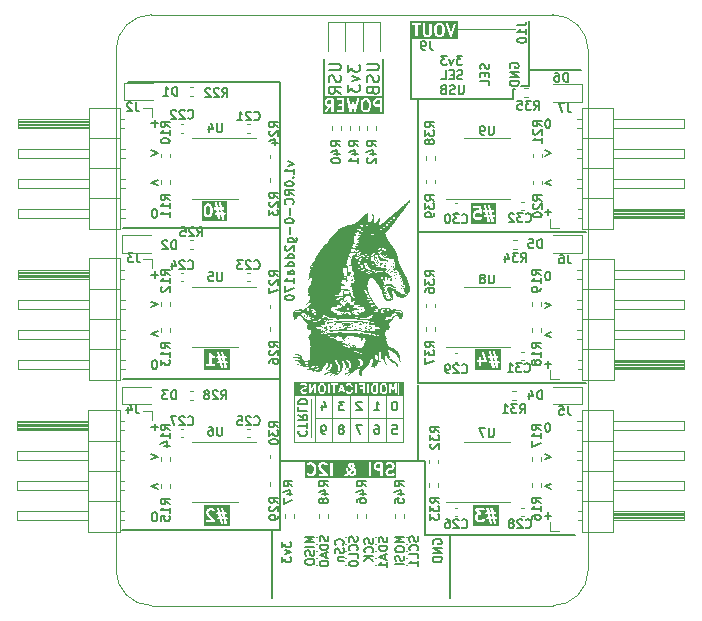
<source format=gbr>
%TF.GenerationSoftware,KiCad,Pcbnew,7.0.7*%
%TF.CreationDate,2024-09-16T17:18:31+01:00*%
%TF.ProjectId,Ponder,506f6e64-6572-42e6-9b69-6361645f7063,1.0RC*%
%TF.SameCoordinates,Original*%
%TF.FileFunction,Legend,Bot*%
%TF.FilePolarity,Positive*%
%FSLAX46Y46*%
G04 Gerber Fmt 4.6, Leading zero omitted, Abs format (unit mm)*
G04 Created by KiCad (PCBNEW 7.0.7) date 2024-09-16 17:18:31*
%MOMM*%
%LPD*%
G01*
G04 APERTURE LIST*
%ADD10C,0.150000*%
%ADD11C,0.200000*%
%ADD12C,0.120000*%
%ADD13C,0.100000*%
%TA.AperFunction,Profile*%
%ADD14C,0.100000*%
%TD*%
G04 APERTURE END LIST*
D10*
X121200000Y-91000000D02*
X134500000Y-91000000D01*
X146200000Y-104200000D02*
X160000000Y-104200000D01*
X134500000Y-78700000D02*
X121600000Y-78700000D01*
X148900888Y-117000000D02*
X148900888Y-122400000D01*
X133800000Y-116600000D02*
X133800000Y-122400000D01*
X140100000Y-119600000D02*
X140100000Y-119600000D01*
X140100000Y-119000000D02*
X140100000Y-119000000D01*
X140100000Y-118400000D02*
X140100000Y-118400000D01*
X140100000Y-117800000D02*
X140100000Y-117800000D01*
X140100000Y-117200000D02*
X140100000Y-117200000D01*
X146200000Y-104200000D02*
X146200000Y-91400000D01*
X160000000Y-77700000D02*
X155600000Y-77700000D01*
X121200000Y-103800000D02*
X134500000Y-103800000D01*
X159500000Y-117000000D02*
X146800000Y-117000000D01*
X134500000Y-78700000D02*
X134500000Y-91000000D01*
X134500000Y-103800000D02*
X121500000Y-103800000D01*
X155600000Y-79000000D02*
X154900000Y-79000000D01*
X138200000Y-79950000D02*
X138200000Y-76750000D01*
X160400000Y-104200000D02*
X146200000Y-104200000D01*
X154200000Y-79300000D02*
X154400000Y-79300000D01*
X134500000Y-116600000D02*
X133800000Y-116600000D01*
X151900000Y-80100000D02*
X154200000Y-80100000D01*
X137100000Y-110800000D02*
X134500000Y-110800000D01*
X144300000Y-110800000D02*
X146800000Y-110800000D01*
X146200000Y-91400000D02*
X160000000Y-91400000D01*
X154200000Y-80100000D02*
X154200000Y-79300000D01*
X146200000Y-80100000D02*
X154200000Y-80100000D01*
X145600000Y-80050000D02*
X145600000Y-74950000D01*
X160400000Y-91400000D02*
X146200000Y-91400000D01*
X146200000Y-91400000D02*
X146200000Y-80100000D01*
X155600000Y-79000000D02*
X155600000Y-73550000D01*
X145200000Y-119600000D02*
X145200000Y-119600000D01*
X145200000Y-119000000D02*
X145200000Y-119000000D01*
X145200000Y-118400000D02*
X145200000Y-118400000D01*
X145200000Y-117800000D02*
X145200000Y-117800000D01*
X145200000Y-117200000D02*
X145200000Y-117200000D01*
X134500000Y-91000000D02*
X134500000Y-103800000D01*
X134500000Y-103800000D02*
X134500000Y-116600000D01*
X134500000Y-91000000D02*
X121600000Y-91000000D01*
X121100000Y-116600000D02*
X134500000Y-116600000D01*
X142600000Y-119600000D02*
X142600000Y-119600000D01*
X142600000Y-119000000D02*
X142600000Y-119000000D01*
X142600000Y-118400000D02*
X142600000Y-118400000D01*
X142600000Y-117800000D02*
X142600000Y-117800000D01*
X142600000Y-117200000D02*
X142600000Y-117200000D01*
X146800000Y-110800000D02*
X146800000Y-117000000D01*
X134500000Y-112200000D02*
X134500000Y-116600000D01*
X146800000Y-117000000D02*
X148900888Y-117000000D01*
X143185000Y-79940000D02*
X143185000Y-76740000D01*
X146200000Y-110800000D02*
X146200000Y-104300000D01*
X137600000Y-119600000D02*
X137600000Y-119600000D01*
X137600000Y-119000000D02*
X137600000Y-119000000D01*
X137600000Y-118400000D02*
X137600000Y-118400000D01*
X137600000Y-117800000D02*
X137600000Y-117800000D01*
X137600000Y-117200000D02*
X137600000Y-117200000D01*
X147400000Y-80100000D02*
X145600000Y-80100000D01*
D11*
G36*
X129658045Y-102314123D02*
G01*
X129529591Y-102314123D01*
X129478798Y-102085552D01*
X129607252Y-102085552D01*
X129658045Y-102314123D01*
G37*
G36*
X130211146Y-103085096D02*
G01*
X128068554Y-103085096D01*
X128068554Y-102683121D01*
X128211411Y-102683121D01*
X128247738Y-102733121D01*
X128306517Y-102752219D01*
X128877945Y-102752219D01*
X128936724Y-102733121D01*
X128973051Y-102683121D01*
X128973051Y-102621317D01*
X128936724Y-102571317D01*
X128877945Y-102552219D01*
X128692231Y-102552219D01*
X128692231Y-101941260D01*
X128711996Y-101961025D01*
X128726438Y-101968383D01*
X128737986Y-101979757D01*
X128833223Y-102027376D01*
X128894338Y-102036581D01*
X128933108Y-102016454D01*
X129068554Y-102016454D01*
X129104881Y-102066454D01*
X129163660Y-102085552D01*
X129273919Y-102085552D01*
X129324712Y-102314123D01*
X129258898Y-102314123D01*
X129200119Y-102333221D01*
X129163792Y-102383221D01*
X129163792Y-102445025D01*
X129200119Y-102495025D01*
X129258898Y-102514123D01*
X129369156Y-102514123D01*
X129446993Y-102864388D01*
X129478387Y-102917624D01*
X129535077Y-102942239D01*
X129595409Y-102928832D01*
X129636338Y-102882524D01*
X129642231Y-102821002D01*
X129574036Y-102514123D01*
X129702489Y-102514123D01*
X129780326Y-102864388D01*
X129811720Y-102917624D01*
X129868410Y-102942239D01*
X129928742Y-102928832D01*
X129969671Y-102882524D01*
X129975564Y-102821002D01*
X129907369Y-102514123D01*
X129973183Y-102514123D01*
X130031962Y-102495025D01*
X130068289Y-102445025D01*
X130068289Y-102383221D01*
X130031962Y-102333221D01*
X129973183Y-102314123D01*
X129862924Y-102314123D01*
X129812131Y-102085552D01*
X129877945Y-102085552D01*
X129936724Y-102066454D01*
X129973051Y-102016454D01*
X129973051Y-101954650D01*
X129936724Y-101904650D01*
X129877945Y-101885552D01*
X129767687Y-101885552D01*
X129689850Y-101535287D01*
X129658456Y-101482051D01*
X129601766Y-101457435D01*
X129541434Y-101470842D01*
X129500505Y-101517151D01*
X129494612Y-101578673D01*
X129562807Y-101885552D01*
X129434354Y-101885552D01*
X129356517Y-101535287D01*
X129325123Y-101482051D01*
X129268433Y-101457435D01*
X129208101Y-101470842D01*
X129167172Y-101517151D01*
X129161279Y-101578673D01*
X129229474Y-101885552D01*
X129163660Y-101885552D01*
X129104881Y-101904650D01*
X129068554Y-101954650D01*
X129068554Y-102016454D01*
X128933108Y-102016454D01*
X128949190Y-102008105D01*
X128976830Y-101952826D01*
X128966699Y-101891859D01*
X128922666Y-101848490D01*
X128841943Y-101808129D01*
X128765180Y-101731365D01*
X128675436Y-101596749D01*
X128673784Y-101595443D01*
X128673133Y-101593440D01*
X128649675Y-101576397D01*
X128626941Y-101558436D01*
X128624837Y-101558351D01*
X128623133Y-101557113D01*
X128594143Y-101557113D01*
X128565188Y-101555945D01*
X128563436Y-101557113D01*
X128561329Y-101557113D01*
X128537874Y-101574153D01*
X128513764Y-101590227D01*
X128513033Y-101592201D01*
X128511329Y-101593440D01*
X128502373Y-101621003D01*
X128492312Y-101648188D01*
X128492881Y-101650216D01*
X128492231Y-101652219D01*
X128492231Y-102552219D01*
X128306517Y-102552219D01*
X128247738Y-102571317D01*
X128211411Y-102621317D01*
X128211411Y-102683121D01*
X128068554Y-102683121D01*
X128068554Y-101314578D01*
X130211146Y-101314578D01*
X130211146Y-103085096D01*
G37*
D10*
X146142200Y-117158458D02*
X146177914Y-117265601D01*
X146177914Y-117265601D02*
X146177914Y-117444172D01*
X146177914Y-117444172D02*
X146142200Y-117515601D01*
X146142200Y-117515601D02*
X146106485Y-117551315D01*
X146106485Y-117551315D02*
X146035057Y-117587029D01*
X146035057Y-117587029D02*
X145963628Y-117587029D01*
X145963628Y-117587029D02*
X145892200Y-117551315D01*
X145892200Y-117551315D02*
X145856485Y-117515601D01*
X145856485Y-117515601D02*
X145820771Y-117444172D01*
X145820771Y-117444172D02*
X145785057Y-117301315D01*
X145785057Y-117301315D02*
X145749342Y-117229886D01*
X145749342Y-117229886D02*
X145713628Y-117194172D01*
X145713628Y-117194172D02*
X145642200Y-117158458D01*
X145642200Y-117158458D02*
X145570771Y-117158458D01*
X145570771Y-117158458D02*
X145499342Y-117194172D01*
X145499342Y-117194172D02*
X145463628Y-117229886D01*
X145463628Y-117229886D02*
X145427914Y-117301315D01*
X145427914Y-117301315D02*
X145427914Y-117479886D01*
X145427914Y-117479886D02*
X145463628Y-117587029D01*
X146106485Y-118337029D02*
X146142200Y-118301315D01*
X146142200Y-118301315D02*
X146177914Y-118194172D01*
X146177914Y-118194172D02*
X146177914Y-118122744D01*
X146177914Y-118122744D02*
X146142200Y-118015601D01*
X146142200Y-118015601D02*
X146070771Y-117944172D01*
X146070771Y-117944172D02*
X145999342Y-117908458D01*
X145999342Y-117908458D02*
X145856485Y-117872744D01*
X145856485Y-117872744D02*
X145749342Y-117872744D01*
X145749342Y-117872744D02*
X145606485Y-117908458D01*
X145606485Y-117908458D02*
X145535057Y-117944172D01*
X145535057Y-117944172D02*
X145463628Y-118015601D01*
X145463628Y-118015601D02*
X145427914Y-118122744D01*
X145427914Y-118122744D02*
X145427914Y-118194172D01*
X145427914Y-118194172D02*
X145463628Y-118301315D01*
X145463628Y-118301315D02*
X145499342Y-118337029D01*
X146177914Y-119015601D02*
X146177914Y-118658458D01*
X146177914Y-118658458D02*
X145427914Y-118658458D01*
X146177914Y-119658458D02*
X146177914Y-119229887D01*
X146177914Y-119444172D02*
X145427914Y-119444172D01*
X145427914Y-119444172D02*
X145535057Y-119372744D01*
X145535057Y-119372744D02*
X145606485Y-119301315D01*
X145606485Y-119301315D02*
X145642200Y-119229887D01*
X157448683Y-99877914D02*
X156877255Y-100092200D01*
X156877255Y-100092200D02*
X157448683Y-100306485D01*
X123891541Y-102227914D02*
X123820112Y-102227914D01*
X123820112Y-102227914D02*
X123748684Y-102263628D01*
X123748684Y-102263628D02*
X123712970Y-102299342D01*
X123712970Y-102299342D02*
X123677255Y-102370771D01*
X123677255Y-102370771D02*
X123641541Y-102513628D01*
X123641541Y-102513628D02*
X123641541Y-102692200D01*
X123641541Y-102692200D02*
X123677255Y-102835057D01*
X123677255Y-102835057D02*
X123712970Y-102906485D01*
X123712970Y-102906485D02*
X123748684Y-102942200D01*
X123748684Y-102942200D02*
X123820112Y-102977914D01*
X123820112Y-102977914D02*
X123891541Y-102977914D01*
X123891541Y-102977914D02*
X123962970Y-102942200D01*
X123962970Y-102942200D02*
X123998684Y-102906485D01*
X123998684Y-102906485D02*
X124034398Y-102835057D01*
X124034398Y-102835057D02*
X124070112Y-102692200D01*
X124070112Y-102692200D02*
X124070112Y-102513628D01*
X124070112Y-102513628D02*
X124034398Y-102370771D01*
X124034398Y-102370771D02*
X123998684Y-102299342D01*
X123998684Y-102299342D02*
X123962970Y-102263628D01*
X123962970Y-102263628D02*
X123891541Y-102227914D01*
D11*
G36*
X152258045Y-89914123D02*
G01*
X152129591Y-89914123D01*
X152078798Y-89685552D01*
X152207252Y-89685552D01*
X152258045Y-89914123D01*
G37*
G36*
X152811146Y-90685096D02*
G01*
X150663660Y-90685096D01*
X150663660Y-90061742D01*
X150806517Y-90061742D01*
X150813640Y-90083665D01*
X150817074Y-90106463D01*
X150864693Y-90201701D01*
X150876066Y-90213248D01*
X150883425Y-90227690D01*
X150931043Y-90275310D01*
X150945486Y-90282669D01*
X150957034Y-90294043D01*
X151052271Y-90341662D01*
X151075069Y-90345095D01*
X151096993Y-90352219D01*
X151335088Y-90352219D01*
X151357011Y-90345095D01*
X151379809Y-90341662D01*
X151475047Y-90294043D01*
X151486595Y-90282668D01*
X151501037Y-90275310D01*
X151548656Y-90227690D01*
X151576714Y-90172622D01*
X151567046Y-90111580D01*
X151523343Y-90067879D01*
X151462301Y-90058211D01*
X151407233Y-90086270D01*
X151371090Y-90122413D01*
X151311481Y-90152219D01*
X151120600Y-90152219D01*
X151060990Y-90122414D01*
X151036323Y-90097746D01*
X151006517Y-90038134D01*
X151006517Y-89847254D01*
X151036322Y-89787644D01*
X151060990Y-89762975D01*
X151120600Y-89733171D01*
X151311481Y-89733171D01*
X151371090Y-89762976D01*
X151407234Y-89799119D01*
X151432327Y-89811905D01*
X151456660Y-89826118D01*
X151459636Y-89825820D01*
X151462301Y-89827178D01*
X151490123Y-89822771D01*
X151518157Y-89819968D01*
X151520389Y-89817977D01*
X151523344Y-89817510D01*
X151543263Y-89797590D01*
X151564294Y-89778846D01*
X151564930Y-89775923D01*
X151567046Y-89773808D01*
X151571452Y-89745984D01*
X151577449Y-89718459D01*
X151567248Y-89616454D01*
X151668554Y-89616454D01*
X151704881Y-89666454D01*
X151763660Y-89685552D01*
X151873919Y-89685552D01*
X151924712Y-89914123D01*
X151858898Y-89914123D01*
X151800119Y-89933221D01*
X151763792Y-89983221D01*
X151763792Y-90045025D01*
X151800119Y-90095025D01*
X151858898Y-90114123D01*
X151969156Y-90114123D01*
X152046993Y-90464388D01*
X152078387Y-90517624D01*
X152135077Y-90542239D01*
X152195409Y-90528832D01*
X152236338Y-90482524D01*
X152242231Y-90421002D01*
X152174036Y-90114123D01*
X152302489Y-90114123D01*
X152380326Y-90464388D01*
X152411720Y-90517624D01*
X152468410Y-90542239D01*
X152528742Y-90528832D01*
X152569671Y-90482524D01*
X152575564Y-90421002D01*
X152507369Y-90114123D01*
X152573183Y-90114123D01*
X152631962Y-90095025D01*
X152668289Y-90045025D01*
X152668289Y-89983221D01*
X152631962Y-89933221D01*
X152573183Y-89914123D01*
X152462924Y-89914123D01*
X152412131Y-89685552D01*
X152477945Y-89685552D01*
X152536724Y-89666454D01*
X152573051Y-89616454D01*
X152573051Y-89554650D01*
X152536724Y-89504650D01*
X152477945Y-89485552D01*
X152367687Y-89485552D01*
X152289850Y-89135287D01*
X152258456Y-89082051D01*
X152201766Y-89057435D01*
X152141434Y-89070842D01*
X152100505Y-89117151D01*
X152094612Y-89178673D01*
X152162807Y-89485552D01*
X152034354Y-89485552D01*
X151956517Y-89135287D01*
X151925123Y-89082051D01*
X151868433Y-89057435D01*
X151808101Y-89070842D01*
X151767172Y-89117151D01*
X151761279Y-89178673D01*
X151829474Y-89485552D01*
X151763660Y-89485552D01*
X151704881Y-89504650D01*
X151668554Y-89554650D01*
X151668554Y-89616454D01*
X151567248Y-89616454D01*
X151529830Y-89242269D01*
X151525432Y-89232254D01*
X151525432Y-89221317D01*
X151513286Y-89204600D01*
X151504978Y-89185682D01*
X151495533Y-89180165D01*
X151489105Y-89171317D01*
X151469453Y-89164932D01*
X151451611Y-89154510D01*
X151440727Y-89155598D01*
X151430326Y-89152219D01*
X150954136Y-89152219D01*
X150895357Y-89171317D01*
X150859030Y-89221317D01*
X150859030Y-89283121D01*
X150895357Y-89333121D01*
X150954136Y-89352219D01*
X151339827Y-89352219D01*
X151358659Y-89540542D01*
X151357011Y-89540294D01*
X151335088Y-89533171D01*
X151096993Y-89533171D01*
X151075069Y-89540294D01*
X151052271Y-89543728D01*
X150957034Y-89591347D01*
X150945485Y-89602721D01*
X150931044Y-89610080D01*
X150883425Y-89657698D01*
X150876066Y-89672140D01*
X150864693Y-89683688D01*
X150817074Y-89778926D01*
X150813640Y-89801723D01*
X150806517Y-89823647D01*
X150806517Y-90061742D01*
X150663660Y-90061742D01*
X150663660Y-88914578D01*
X152811146Y-88914578D01*
X152811146Y-90685096D01*
G37*
D10*
X157448683Y-86977914D02*
X156877255Y-87192200D01*
X156877255Y-87192200D02*
X157448683Y-87406485D01*
X156877255Y-84477914D02*
X157448683Y-84692200D01*
X157448683Y-84692200D02*
X156877255Y-84906485D01*
D11*
G36*
X129458045Y-89714123D02*
G01*
X129329591Y-89714123D01*
X129278798Y-89485552D01*
X129407252Y-89485552D01*
X129458045Y-89714123D01*
G37*
G36*
X128475852Y-89182024D02*
G01*
X128500521Y-89206692D01*
X128535974Y-89277599D01*
X128577945Y-89445480D01*
X128577945Y-89658956D01*
X128535974Y-89826837D01*
X128500521Y-89897743D01*
X128475852Y-89922413D01*
X128416243Y-89952219D01*
X128368219Y-89952219D01*
X128308609Y-89922414D01*
X128283942Y-89897746D01*
X128248487Y-89826837D01*
X128206517Y-89658956D01*
X128206517Y-89445480D01*
X128248487Y-89277599D01*
X128283941Y-89206692D01*
X128308609Y-89182023D01*
X128368219Y-89152219D01*
X128416243Y-89152219D01*
X128475852Y-89182024D01*
G37*
G36*
X130011146Y-90485096D02*
G01*
X127863660Y-90485096D01*
X127863660Y-89671266D01*
X128006517Y-89671266D01*
X128010363Y-89683103D01*
X128009503Y-89695520D01*
X128057122Y-89885995D01*
X128063032Y-89895441D01*
X128064693Y-89906463D01*
X128112312Y-90001701D01*
X128123685Y-90013248D01*
X128131044Y-90027690D01*
X128178662Y-90075310D01*
X128193105Y-90082669D01*
X128204653Y-90094043D01*
X128299890Y-90141662D01*
X128322688Y-90145095D01*
X128344612Y-90152219D01*
X128439850Y-90152219D01*
X128461773Y-90145095D01*
X128484571Y-90141662D01*
X128579809Y-90094043D01*
X128591357Y-90082668D01*
X128605799Y-90075310D01*
X128653418Y-90027690D01*
X128660775Y-90013249D01*
X128672150Y-90001701D01*
X128719769Y-89906464D01*
X128721429Y-89895442D01*
X128727340Y-89885996D01*
X128774959Y-89695520D01*
X128774098Y-89683103D01*
X128777945Y-89671266D01*
X128777945Y-89433171D01*
X128774098Y-89421333D01*
X128774436Y-89416454D01*
X128868554Y-89416454D01*
X128904881Y-89466454D01*
X128963660Y-89485552D01*
X129073919Y-89485552D01*
X129124712Y-89714123D01*
X129058898Y-89714123D01*
X129000119Y-89733221D01*
X128963792Y-89783221D01*
X128963792Y-89845025D01*
X129000119Y-89895025D01*
X129058898Y-89914123D01*
X129169156Y-89914123D01*
X129246993Y-90264388D01*
X129278387Y-90317624D01*
X129335077Y-90342239D01*
X129395409Y-90328832D01*
X129436338Y-90282524D01*
X129442231Y-90221002D01*
X129374036Y-89914123D01*
X129502489Y-89914123D01*
X129580326Y-90264388D01*
X129611720Y-90317624D01*
X129668410Y-90342239D01*
X129728742Y-90328832D01*
X129769671Y-90282524D01*
X129775564Y-90221002D01*
X129707369Y-89914123D01*
X129773183Y-89914123D01*
X129831962Y-89895025D01*
X129868289Y-89845025D01*
X129868289Y-89783221D01*
X129831962Y-89733221D01*
X129773183Y-89714123D01*
X129662924Y-89714123D01*
X129612131Y-89485552D01*
X129677945Y-89485552D01*
X129736724Y-89466454D01*
X129773051Y-89416454D01*
X129773051Y-89354650D01*
X129736724Y-89304650D01*
X129677945Y-89285552D01*
X129567687Y-89285552D01*
X129489850Y-88935287D01*
X129458456Y-88882051D01*
X129401766Y-88857435D01*
X129341434Y-88870842D01*
X129300505Y-88917151D01*
X129294612Y-88978673D01*
X129362807Y-89285552D01*
X129234354Y-89285552D01*
X129156517Y-88935287D01*
X129125123Y-88882051D01*
X129068433Y-88857435D01*
X129008101Y-88870842D01*
X128967172Y-88917151D01*
X128961279Y-88978673D01*
X129029474Y-89285552D01*
X128963660Y-89285552D01*
X128904881Y-89304650D01*
X128868554Y-89354650D01*
X128868554Y-89416454D01*
X128774436Y-89416454D01*
X128774959Y-89408917D01*
X128727340Y-89218441D01*
X128721429Y-89208994D01*
X128719769Y-89197973D01*
X128672150Y-89102736D01*
X128660775Y-89091187D01*
X128653417Y-89076746D01*
X128605799Y-89029127D01*
X128591356Y-89021768D01*
X128579809Y-89010395D01*
X128484571Y-88962776D01*
X128461773Y-88959342D01*
X128439850Y-88952219D01*
X128344612Y-88952219D01*
X128322688Y-88959342D01*
X128299890Y-88962776D01*
X128204653Y-89010395D01*
X128193104Y-89021769D01*
X128178663Y-89029128D01*
X128131044Y-89076746D01*
X128123685Y-89091188D01*
X128112312Y-89102736D01*
X128064693Y-89197974D01*
X128063032Y-89208995D01*
X128057122Y-89218442D01*
X128009503Y-89408917D01*
X128010363Y-89421333D01*
X128006517Y-89433171D01*
X128006517Y-89671266D01*
X127863660Y-89671266D01*
X127863660Y-88714578D01*
X130011146Y-88714578D01*
X130011146Y-90485096D01*
G37*
D10*
X143542200Y-117222744D02*
X143577914Y-117329887D01*
X143577914Y-117329887D02*
X143577914Y-117508458D01*
X143577914Y-117508458D02*
X143542200Y-117579887D01*
X143542200Y-117579887D02*
X143506485Y-117615601D01*
X143506485Y-117615601D02*
X143435057Y-117651315D01*
X143435057Y-117651315D02*
X143363628Y-117651315D01*
X143363628Y-117651315D02*
X143292200Y-117615601D01*
X143292200Y-117615601D02*
X143256485Y-117579887D01*
X143256485Y-117579887D02*
X143220771Y-117508458D01*
X143220771Y-117508458D02*
X143185057Y-117365601D01*
X143185057Y-117365601D02*
X143149342Y-117294172D01*
X143149342Y-117294172D02*
X143113628Y-117258458D01*
X143113628Y-117258458D02*
X143042200Y-117222744D01*
X143042200Y-117222744D02*
X142970771Y-117222744D01*
X142970771Y-117222744D02*
X142899342Y-117258458D01*
X142899342Y-117258458D02*
X142863628Y-117294172D01*
X142863628Y-117294172D02*
X142827914Y-117365601D01*
X142827914Y-117365601D02*
X142827914Y-117544172D01*
X142827914Y-117544172D02*
X142863628Y-117651315D01*
X143577914Y-117972744D02*
X142827914Y-117972744D01*
X142827914Y-117972744D02*
X142827914Y-118151315D01*
X142827914Y-118151315D02*
X142863628Y-118258458D01*
X142863628Y-118258458D02*
X142935057Y-118329887D01*
X142935057Y-118329887D02*
X143006485Y-118365601D01*
X143006485Y-118365601D02*
X143149342Y-118401315D01*
X143149342Y-118401315D02*
X143256485Y-118401315D01*
X143256485Y-118401315D02*
X143399342Y-118365601D01*
X143399342Y-118365601D02*
X143470771Y-118329887D01*
X143470771Y-118329887D02*
X143542200Y-118258458D01*
X143542200Y-118258458D02*
X143577914Y-118151315D01*
X143577914Y-118151315D02*
X143577914Y-117972744D01*
X143363628Y-118687030D02*
X143363628Y-119044173D01*
X143577914Y-118615601D02*
X142827914Y-118865601D01*
X142827914Y-118865601D02*
X143577914Y-119115601D01*
X143577914Y-119758458D02*
X143577914Y-119329887D01*
X143577914Y-119544172D02*
X142827914Y-119544172D01*
X142827914Y-119544172D02*
X142935057Y-119472744D01*
X142935057Y-119472744D02*
X143006485Y-119401315D01*
X143006485Y-119401315D02*
X143042200Y-119329887D01*
X124148683Y-86977914D02*
X123577255Y-87192200D01*
X123577255Y-87192200D02*
X124148683Y-87406485D01*
X157191541Y-81827914D02*
X157120112Y-81827914D01*
X157120112Y-81827914D02*
X157048684Y-81863628D01*
X157048684Y-81863628D02*
X157012970Y-81899342D01*
X157012970Y-81899342D02*
X156977255Y-81970771D01*
X156977255Y-81970771D02*
X156941541Y-82113628D01*
X156941541Y-82113628D02*
X156941541Y-82292200D01*
X156941541Y-82292200D02*
X156977255Y-82435057D01*
X156977255Y-82435057D02*
X157012970Y-82506485D01*
X157012970Y-82506485D02*
X157048684Y-82542200D01*
X157048684Y-82542200D02*
X157120112Y-82577914D01*
X157120112Y-82577914D02*
X157191541Y-82577914D01*
X157191541Y-82577914D02*
X157262970Y-82542200D01*
X157262970Y-82542200D02*
X157298684Y-82506485D01*
X157298684Y-82506485D02*
X157334398Y-82435057D01*
X157334398Y-82435057D02*
X157370112Y-82292200D01*
X157370112Y-82292200D02*
X157370112Y-82113628D01*
X157370112Y-82113628D02*
X157334398Y-81970771D01*
X157334398Y-81970771D02*
X157298684Y-81899342D01*
X157298684Y-81899342D02*
X157262970Y-81863628D01*
X157262970Y-81863628D02*
X157191541Y-81827914D01*
X156877255Y-97377914D02*
X157448683Y-97592200D01*
X157448683Y-97592200D02*
X156877255Y-97806485D01*
X123577255Y-110177914D02*
X124148683Y-110392200D01*
X124148683Y-110392200D02*
X123577255Y-110606485D01*
X124148683Y-99777914D02*
X123577255Y-99992200D01*
X123577255Y-99992200D02*
X124148683Y-100206485D01*
X124148683Y-94992200D02*
X123577255Y-94992200D01*
X123862969Y-95277914D02*
X123862969Y-94706485D01*
X139806485Y-117865601D02*
X139842200Y-117829887D01*
X139842200Y-117829887D02*
X139877914Y-117722744D01*
X139877914Y-117722744D02*
X139877914Y-117651316D01*
X139877914Y-117651316D02*
X139842200Y-117544173D01*
X139842200Y-117544173D02*
X139770771Y-117472744D01*
X139770771Y-117472744D02*
X139699342Y-117437030D01*
X139699342Y-117437030D02*
X139556485Y-117401316D01*
X139556485Y-117401316D02*
X139449342Y-117401316D01*
X139449342Y-117401316D02*
X139306485Y-117437030D01*
X139306485Y-117437030D02*
X139235057Y-117472744D01*
X139235057Y-117472744D02*
X139163628Y-117544173D01*
X139163628Y-117544173D02*
X139127914Y-117651316D01*
X139127914Y-117651316D02*
X139127914Y-117722744D01*
X139127914Y-117722744D02*
X139163628Y-117829887D01*
X139163628Y-117829887D02*
X139199342Y-117865601D01*
X139842200Y-118151316D02*
X139877914Y-118258459D01*
X139877914Y-118258459D02*
X139877914Y-118437030D01*
X139877914Y-118437030D02*
X139842200Y-118508459D01*
X139842200Y-118508459D02*
X139806485Y-118544173D01*
X139806485Y-118544173D02*
X139735057Y-118579887D01*
X139735057Y-118579887D02*
X139663628Y-118579887D01*
X139663628Y-118579887D02*
X139592200Y-118544173D01*
X139592200Y-118544173D02*
X139556485Y-118508459D01*
X139556485Y-118508459D02*
X139520771Y-118437030D01*
X139520771Y-118437030D02*
X139485057Y-118294173D01*
X139485057Y-118294173D02*
X139449342Y-118222744D01*
X139449342Y-118222744D02*
X139413628Y-118187030D01*
X139413628Y-118187030D02*
X139342200Y-118151316D01*
X139342200Y-118151316D02*
X139270771Y-118151316D01*
X139270771Y-118151316D02*
X139199342Y-118187030D01*
X139199342Y-118187030D02*
X139163628Y-118222744D01*
X139163628Y-118222744D02*
X139127914Y-118294173D01*
X139127914Y-118294173D02*
X139127914Y-118472744D01*
X139127914Y-118472744D02*
X139163628Y-118579887D01*
X139377914Y-118901316D02*
X139877914Y-118901316D01*
X139449342Y-118901316D02*
X139413628Y-118937030D01*
X139413628Y-118937030D02*
X139377914Y-119008459D01*
X139377914Y-119008459D02*
X139377914Y-119115602D01*
X139377914Y-119115602D02*
X139413628Y-119187030D01*
X139413628Y-119187030D02*
X139485057Y-119222745D01*
X139485057Y-119222745D02*
X139877914Y-119222745D01*
X149894173Y-76450414D02*
X149429887Y-76450414D01*
X149429887Y-76450414D02*
X149679887Y-76736128D01*
X149679887Y-76736128D02*
X149572744Y-76736128D01*
X149572744Y-76736128D02*
X149501316Y-76771842D01*
X149501316Y-76771842D02*
X149465601Y-76807557D01*
X149465601Y-76807557D02*
X149429887Y-76878985D01*
X149429887Y-76878985D02*
X149429887Y-77057557D01*
X149429887Y-77057557D02*
X149465601Y-77128985D01*
X149465601Y-77128985D02*
X149501316Y-77164700D01*
X149501316Y-77164700D02*
X149572744Y-77200414D01*
X149572744Y-77200414D02*
X149787030Y-77200414D01*
X149787030Y-77200414D02*
X149858458Y-77164700D01*
X149858458Y-77164700D02*
X149894173Y-77128985D01*
X149179887Y-76700414D02*
X149001315Y-77200414D01*
X149001315Y-77200414D02*
X148822744Y-76700414D01*
X148608458Y-76450414D02*
X148144172Y-76450414D01*
X148144172Y-76450414D02*
X148394172Y-76736128D01*
X148394172Y-76736128D02*
X148287029Y-76736128D01*
X148287029Y-76736128D02*
X148215601Y-76771842D01*
X148215601Y-76771842D02*
X148179886Y-76807557D01*
X148179886Y-76807557D02*
X148144172Y-76878985D01*
X148144172Y-76878985D02*
X148144172Y-77057557D01*
X148144172Y-77057557D02*
X148179886Y-77128985D01*
X148179886Y-77128985D02*
X148215601Y-77164700D01*
X148215601Y-77164700D02*
X148287029Y-77200414D01*
X148287029Y-77200414D02*
X148501315Y-77200414D01*
X148501315Y-77200414D02*
X148572743Y-77164700D01*
X148572743Y-77164700D02*
X148608458Y-77128985D01*
X157448683Y-102592200D02*
X156877255Y-102592200D01*
X157162969Y-102877914D02*
X157162969Y-102306485D01*
D11*
G36*
X152458045Y-115514123D02*
G01*
X152329591Y-115514123D01*
X152278798Y-115285552D01*
X152407252Y-115285552D01*
X152458045Y-115514123D01*
G37*
G36*
X153011146Y-116285096D02*
G01*
X150863660Y-116285096D01*
X150863660Y-115661742D01*
X151006517Y-115661742D01*
X151013640Y-115683665D01*
X151017074Y-115706463D01*
X151064693Y-115801701D01*
X151076066Y-115813248D01*
X151083425Y-115827690D01*
X151131043Y-115875310D01*
X151145486Y-115882669D01*
X151157034Y-115894043D01*
X151252271Y-115941662D01*
X151275069Y-115945095D01*
X151296993Y-115952219D01*
X151582707Y-115952219D01*
X151604630Y-115945095D01*
X151627428Y-115941662D01*
X151722666Y-115894043D01*
X151734214Y-115882668D01*
X151748656Y-115875310D01*
X151796275Y-115827690D01*
X151824333Y-115772622D01*
X151814665Y-115711580D01*
X151770962Y-115667879D01*
X151709920Y-115658211D01*
X151654852Y-115686270D01*
X151618709Y-115722413D01*
X151559100Y-115752219D01*
X151320600Y-115752219D01*
X151260990Y-115722414D01*
X151236323Y-115697746D01*
X151206517Y-115638134D01*
X151206517Y-115447254D01*
X151236322Y-115387644D01*
X151260990Y-115362975D01*
X151320600Y-115333171D01*
X151439850Y-115333171D01*
X151459079Y-115326922D01*
X151479222Y-115325095D01*
X151487795Y-115317592D01*
X151498629Y-115314073D01*
X151510514Y-115297714D01*
X151525734Y-115284397D01*
X151528260Y-115273288D01*
X151534956Y-115264073D01*
X151534956Y-115243851D01*
X151539441Y-115224132D01*
X151536153Y-115216454D01*
X151868554Y-115216454D01*
X151904881Y-115266454D01*
X151963660Y-115285552D01*
X152073919Y-115285552D01*
X152124712Y-115514123D01*
X152058898Y-115514123D01*
X152000119Y-115533221D01*
X151963792Y-115583221D01*
X151963792Y-115645025D01*
X152000119Y-115695025D01*
X152058898Y-115714123D01*
X152169156Y-115714123D01*
X152246993Y-116064388D01*
X152278387Y-116117624D01*
X152335077Y-116142239D01*
X152395409Y-116128832D01*
X152436338Y-116082524D01*
X152442231Y-116021002D01*
X152374036Y-115714123D01*
X152502489Y-115714123D01*
X152580326Y-116064388D01*
X152611720Y-116117624D01*
X152668410Y-116142239D01*
X152728742Y-116128832D01*
X152769671Y-116082524D01*
X152775564Y-116021002D01*
X152707369Y-115714123D01*
X152773183Y-115714123D01*
X152831962Y-115695025D01*
X152868289Y-115645025D01*
X152868289Y-115583221D01*
X152831962Y-115533221D01*
X152773183Y-115514123D01*
X152662924Y-115514123D01*
X152612131Y-115285552D01*
X152677945Y-115285552D01*
X152736724Y-115266454D01*
X152773051Y-115216454D01*
X152773051Y-115154650D01*
X152736724Y-115104650D01*
X152677945Y-115085552D01*
X152567687Y-115085552D01*
X152489850Y-114735287D01*
X152458456Y-114682051D01*
X152401766Y-114657435D01*
X152341434Y-114670842D01*
X152300505Y-114717151D01*
X152294612Y-114778673D01*
X152362807Y-115085552D01*
X152234354Y-115085552D01*
X152156517Y-114735287D01*
X152125123Y-114682051D01*
X152068433Y-114657435D01*
X152008101Y-114670842D01*
X151967172Y-114717151D01*
X151961279Y-114778673D01*
X152029474Y-115085552D01*
X151963660Y-115085552D01*
X151904881Y-115104650D01*
X151868554Y-115154650D01*
X151868554Y-115216454D01*
X151536153Y-115216454D01*
X151534956Y-115213660D01*
X151534956Y-115202269D01*
X151523069Y-115185908D01*
X151515108Y-115167321D01*
X151326894Y-114952219D01*
X151725564Y-114952219D01*
X151784343Y-114933121D01*
X151820670Y-114883121D01*
X151820670Y-114821317D01*
X151784343Y-114771317D01*
X151725564Y-114752219D01*
X151106517Y-114752219D01*
X151087287Y-114758467D01*
X151067145Y-114760295D01*
X151058571Y-114767797D01*
X151047738Y-114771317D01*
X151035851Y-114787677D01*
X151020633Y-114800994D01*
X151018106Y-114812101D01*
X151011411Y-114821317D01*
X151011411Y-114841539D01*
X151006926Y-114861258D01*
X151011411Y-114871729D01*
X151011411Y-114883121D01*
X151023297Y-114899481D01*
X151031259Y-114918069D01*
X151235880Y-115151923D01*
X151157034Y-115191347D01*
X151145485Y-115202721D01*
X151131044Y-115210080D01*
X151083425Y-115257698D01*
X151076066Y-115272140D01*
X151064693Y-115283688D01*
X151017074Y-115378926D01*
X151013640Y-115401723D01*
X151006517Y-115423647D01*
X151006517Y-115661742D01*
X150863660Y-115661742D01*
X150863660Y-114514578D01*
X153011146Y-114514578D01*
X153011146Y-116285096D01*
G37*
D10*
X124148683Y-82192200D02*
X123577255Y-82192200D01*
X123862969Y-82477914D02*
X123862969Y-81906485D01*
X156877255Y-110177914D02*
X157448683Y-110392200D01*
X157448683Y-110392200D02*
X156877255Y-110606485D01*
X124148683Y-112677914D02*
X123577255Y-112892200D01*
X123577255Y-112892200D02*
X124148683Y-113106485D01*
X144977914Y-117165601D02*
X144227914Y-117165601D01*
X144227914Y-117165601D02*
X144763628Y-117415601D01*
X144763628Y-117415601D02*
X144227914Y-117665601D01*
X144227914Y-117665601D02*
X144977914Y-117665601D01*
X144227914Y-118165601D02*
X144227914Y-118308458D01*
X144227914Y-118308458D02*
X144263628Y-118379887D01*
X144263628Y-118379887D02*
X144335057Y-118451315D01*
X144335057Y-118451315D02*
X144477914Y-118487030D01*
X144477914Y-118487030D02*
X144727914Y-118487030D01*
X144727914Y-118487030D02*
X144870771Y-118451315D01*
X144870771Y-118451315D02*
X144942200Y-118379887D01*
X144942200Y-118379887D02*
X144977914Y-118308458D01*
X144977914Y-118308458D02*
X144977914Y-118165601D01*
X144977914Y-118165601D02*
X144942200Y-118094173D01*
X144942200Y-118094173D02*
X144870771Y-118022744D01*
X144870771Y-118022744D02*
X144727914Y-117987030D01*
X144727914Y-117987030D02*
X144477914Y-117987030D01*
X144477914Y-117987030D02*
X144335057Y-118022744D01*
X144335057Y-118022744D02*
X144263628Y-118094173D01*
X144263628Y-118094173D02*
X144227914Y-118165601D01*
X144942200Y-118772744D02*
X144977914Y-118879887D01*
X144977914Y-118879887D02*
X144977914Y-119058458D01*
X144977914Y-119058458D02*
X144942200Y-119129887D01*
X144942200Y-119129887D02*
X144906485Y-119165601D01*
X144906485Y-119165601D02*
X144835057Y-119201315D01*
X144835057Y-119201315D02*
X144763628Y-119201315D01*
X144763628Y-119201315D02*
X144692200Y-119165601D01*
X144692200Y-119165601D02*
X144656485Y-119129887D01*
X144656485Y-119129887D02*
X144620771Y-119058458D01*
X144620771Y-119058458D02*
X144585057Y-118915601D01*
X144585057Y-118915601D02*
X144549342Y-118844172D01*
X144549342Y-118844172D02*
X144513628Y-118808458D01*
X144513628Y-118808458D02*
X144442200Y-118772744D01*
X144442200Y-118772744D02*
X144370771Y-118772744D01*
X144370771Y-118772744D02*
X144299342Y-118808458D01*
X144299342Y-118808458D02*
X144263628Y-118844172D01*
X144263628Y-118844172D02*
X144227914Y-118915601D01*
X144227914Y-118915601D02*
X144227914Y-119094172D01*
X144227914Y-119094172D02*
X144263628Y-119201315D01*
X144977914Y-119522744D02*
X144227914Y-119522744D01*
X137377914Y-117165601D02*
X136627914Y-117165601D01*
X136627914Y-117165601D02*
X137163628Y-117415601D01*
X137163628Y-117415601D02*
X136627914Y-117665601D01*
X136627914Y-117665601D02*
X137377914Y-117665601D01*
X137377914Y-118022744D02*
X136627914Y-118022744D01*
X137342200Y-118344173D02*
X137377914Y-118451316D01*
X137377914Y-118451316D02*
X137377914Y-118629887D01*
X137377914Y-118629887D02*
X137342200Y-118701316D01*
X137342200Y-118701316D02*
X137306485Y-118737030D01*
X137306485Y-118737030D02*
X137235057Y-118772744D01*
X137235057Y-118772744D02*
X137163628Y-118772744D01*
X137163628Y-118772744D02*
X137092200Y-118737030D01*
X137092200Y-118737030D02*
X137056485Y-118701316D01*
X137056485Y-118701316D02*
X137020771Y-118629887D01*
X137020771Y-118629887D02*
X136985057Y-118487030D01*
X136985057Y-118487030D02*
X136949342Y-118415601D01*
X136949342Y-118415601D02*
X136913628Y-118379887D01*
X136913628Y-118379887D02*
X136842200Y-118344173D01*
X136842200Y-118344173D02*
X136770771Y-118344173D01*
X136770771Y-118344173D02*
X136699342Y-118379887D01*
X136699342Y-118379887D02*
X136663628Y-118415601D01*
X136663628Y-118415601D02*
X136627914Y-118487030D01*
X136627914Y-118487030D02*
X136627914Y-118665601D01*
X136627914Y-118665601D02*
X136663628Y-118772744D01*
X136627914Y-119237030D02*
X136627914Y-119379887D01*
X136627914Y-119379887D02*
X136663628Y-119451316D01*
X136663628Y-119451316D02*
X136735057Y-119522744D01*
X136735057Y-119522744D02*
X136877914Y-119558459D01*
X136877914Y-119558459D02*
X137127914Y-119558459D01*
X137127914Y-119558459D02*
X137270771Y-119522744D01*
X137270771Y-119522744D02*
X137342200Y-119451316D01*
X137342200Y-119451316D02*
X137377914Y-119379887D01*
X137377914Y-119379887D02*
X137377914Y-119237030D01*
X137377914Y-119237030D02*
X137342200Y-119165602D01*
X137342200Y-119165602D02*
X137270771Y-119094173D01*
X137270771Y-119094173D02*
X137127914Y-119058459D01*
X137127914Y-119058459D02*
X136877914Y-119058459D01*
X136877914Y-119058459D02*
X136735057Y-119094173D01*
X136735057Y-119094173D02*
X136663628Y-119165602D01*
X136663628Y-119165602D02*
X136627914Y-119237030D01*
D11*
G36*
X148118708Y-73897023D02*
G01*
X148182887Y-73961202D01*
X148220801Y-74112861D01*
X148220801Y-74421575D01*
X148182886Y-74573235D01*
X148118710Y-74637413D01*
X148059100Y-74667219D01*
X147915838Y-74667219D01*
X147856228Y-74637414D01*
X147792051Y-74573236D01*
X147754136Y-74421575D01*
X147754136Y-74112862D01*
X147792051Y-73961201D01*
X147856230Y-73897023D01*
X147915838Y-73867219D01*
X148059100Y-73867219D01*
X148118708Y-73897023D01*
G37*
G36*
X149511378Y-75010076D02*
G01*
X145511411Y-75010076D01*
X145511411Y-73798121D01*
X145654268Y-73798121D01*
X145690595Y-73848121D01*
X145749374Y-73867219D01*
X145935088Y-73867219D01*
X145935088Y-74767219D01*
X145954186Y-74825998D01*
X146004186Y-74862325D01*
X146065990Y-74862325D01*
X146115990Y-74825998D01*
X146135088Y-74767219D01*
X146135088Y-74576742D01*
X146554136Y-74576742D01*
X146561259Y-74598665D01*
X146564693Y-74621463D01*
X146612312Y-74716701D01*
X146623685Y-74728248D01*
X146631044Y-74742690D01*
X146678662Y-74790310D01*
X146693105Y-74797669D01*
X146704653Y-74809043D01*
X146799890Y-74856662D01*
X146822688Y-74860095D01*
X146844612Y-74867219D01*
X147035088Y-74867219D01*
X147057011Y-74860095D01*
X147079809Y-74856662D01*
X147175047Y-74809043D01*
X147186595Y-74797668D01*
X147201037Y-74790310D01*
X147248656Y-74742690D01*
X147256013Y-74728249D01*
X147267388Y-74716701D01*
X147315007Y-74621464D01*
X147318440Y-74598665D01*
X147325564Y-74576742D01*
X147325564Y-74433885D01*
X147554136Y-74433885D01*
X147557982Y-74445722D01*
X147557122Y-74458139D01*
X147604741Y-74648614D01*
X147618914Y-74671264D01*
X147631044Y-74695071D01*
X147726282Y-74790311D01*
X147740725Y-74797670D01*
X147752272Y-74809043D01*
X147847509Y-74856662D01*
X147870307Y-74860095D01*
X147892231Y-74867219D01*
X148082707Y-74867219D01*
X148104630Y-74860095D01*
X148127428Y-74856662D01*
X148222666Y-74809043D01*
X148234214Y-74797668D01*
X148248656Y-74790310D01*
X148343894Y-74695071D01*
X148356025Y-74671262D01*
X148370197Y-74648615D01*
X148417816Y-74458139D01*
X148416955Y-74445722D01*
X148420802Y-74433885D01*
X148420802Y-74100552D01*
X148416955Y-74088714D01*
X148417816Y-74076298D01*
X148370197Y-73885822D01*
X148356024Y-73863173D01*
X148343894Y-73839365D01*
X148248656Y-73744127D01*
X148234747Y-73737040D01*
X148511179Y-73737040D01*
X148511649Y-73798842D01*
X148844982Y-74798841D01*
X148862892Y-74823104D01*
X148880459Y-74847672D01*
X148881213Y-74847923D01*
X148881687Y-74848565D01*
X148910452Y-74857670D01*
X148939091Y-74867217D01*
X148939851Y-74866976D01*
X148940609Y-74867216D01*
X148969187Y-74857689D01*
X148998013Y-74848565D01*
X148998486Y-74847923D01*
X148999241Y-74847672D01*
X149016795Y-74823120D01*
X149034718Y-74798842D01*
X149368051Y-73798842D01*
X149368521Y-73737040D01*
X149332574Y-73686766D01*
X149273942Y-73667222D01*
X149215020Y-73685873D01*
X149178315Y-73735597D01*
X148939850Y-74450991D01*
X148701385Y-73735596D01*
X148664680Y-73685873D01*
X148605758Y-73667221D01*
X148547126Y-73686766D01*
X148511179Y-73737040D01*
X148234747Y-73737040D01*
X148234213Y-73736768D01*
X148222666Y-73725395D01*
X148127428Y-73677776D01*
X148104630Y-73674342D01*
X148082707Y-73667219D01*
X147892231Y-73667219D01*
X147870307Y-73674342D01*
X147847509Y-73677776D01*
X147752272Y-73725395D01*
X147740724Y-73736768D01*
X147726282Y-73744127D01*
X147631044Y-73839365D01*
X147618912Y-73863174D01*
X147604741Y-73885823D01*
X147557122Y-74076298D01*
X147557982Y-74088714D01*
X147554136Y-74100552D01*
X147554136Y-74433885D01*
X147325564Y-74433885D01*
X147325564Y-73767219D01*
X147306466Y-73708440D01*
X147256466Y-73672113D01*
X147194662Y-73672113D01*
X147144662Y-73708440D01*
X147125564Y-73767219D01*
X147125564Y-74553135D01*
X147095759Y-74612743D01*
X147071090Y-74637413D01*
X147011481Y-74667219D01*
X146868219Y-74667219D01*
X146808609Y-74637414D01*
X146783942Y-74612746D01*
X146754136Y-74553134D01*
X146754136Y-73767219D01*
X146735038Y-73708440D01*
X146685038Y-73672113D01*
X146623234Y-73672113D01*
X146573234Y-73708440D01*
X146554136Y-73767219D01*
X146554136Y-74576742D01*
X146135088Y-74576742D01*
X146135088Y-73867219D01*
X146320802Y-73867219D01*
X146379581Y-73848121D01*
X146415908Y-73798121D01*
X146415908Y-73736317D01*
X146379581Y-73686317D01*
X146320802Y-73667219D01*
X145749374Y-73667219D01*
X145690595Y-73686317D01*
X145654268Y-73736317D01*
X145654268Y-73798121D01*
X145511411Y-73798121D01*
X145511411Y-73524362D01*
X149511378Y-73524362D01*
X149511378Y-75010076D01*
G37*
D10*
X149930533Y-78412985D02*
X149823391Y-78448699D01*
X149823391Y-78448699D02*
X149644819Y-78448699D01*
X149644819Y-78448699D02*
X149573391Y-78412985D01*
X149573391Y-78412985D02*
X149537676Y-78377270D01*
X149537676Y-78377270D02*
X149501962Y-78305842D01*
X149501962Y-78305842D02*
X149501962Y-78234413D01*
X149501962Y-78234413D02*
X149537676Y-78162985D01*
X149537676Y-78162985D02*
X149573391Y-78127270D01*
X149573391Y-78127270D02*
X149644819Y-78091556D01*
X149644819Y-78091556D02*
X149787676Y-78055842D01*
X149787676Y-78055842D02*
X149859105Y-78020127D01*
X149859105Y-78020127D02*
X149894819Y-77984413D01*
X149894819Y-77984413D02*
X149930533Y-77912985D01*
X149930533Y-77912985D02*
X149930533Y-77841556D01*
X149930533Y-77841556D02*
X149894819Y-77770127D01*
X149894819Y-77770127D02*
X149859105Y-77734413D01*
X149859105Y-77734413D02*
X149787676Y-77698699D01*
X149787676Y-77698699D02*
X149609105Y-77698699D01*
X149609105Y-77698699D02*
X149501962Y-77734413D01*
X149180533Y-78055842D02*
X148930533Y-78055842D01*
X148823390Y-78448699D02*
X149180533Y-78448699D01*
X149180533Y-78448699D02*
X149180533Y-77698699D01*
X149180533Y-77698699D02*
X148823390Y-77698699D01*
X148144819Y-78448699D02*
X148501962Y-78448699D01*
X148501962Y-78448699D02*
X148501962Y-77698699D01*
X157448683Y-112677914D02*
X156877255Y-112892200D01*
X156877255Y-112892200D02*
X157448683Y-113106485D01*
X150022744Y-78950414D02*
X150022744Y-79557557D01*
X150022744Y-79557557D02*
X149987030Y-79628985D01*
X149987030Y-79628985D02*
X149951316Y-79664700D01*
X149951316Y-79664700D02*
X149879887Y-79700414D01*
X149879887Y-79700414D02*
X149737030Y-79700414D01*
X149737030Y-79700414D02*
X149665601Y-79664700D01*
X149665601Y-79664700D02*
X149629887Y-79628985D01*
X149629887Y-79628985D02*
X149594173Y-79557557D01*
X149594173Y-79557557D02*
X149594173Y-78950414D01*
X149272744Y-79664700D02*
X149165602Y-79700414D01*
X149165602Y-79700414D02*
X148987030Y-79700414D01*
X148987030Y-79700414D02*
X148915602Y-79664700D01*
X148915602Y-79664700D02*
X148879887Y-79628985D01*
X148879887Y-79628985D02*
X148844173Y-79557557D01*
X148844173Y-79557557D02*
X148844173Y-79486128D01*
X148844173Y-79486128D02*
X148879887Y-79414700D01*
X148879887Y-79414700D02*
X148915602Y-79378985D01*
X148915602Y-79378985D02*
X148987030Y-79343271D01*
X148987030Y-79343271D02*
X149129887Y-79307557D01*
X149129887Y-79307557D02*
X149201316Y-79271842D01*
X149201316Y-79271842D02*
X149237030Y-79236128D01*
X149237030Y-79236128D02*
X149272744Y-79164700D01*
X149272744Y-79164700D02*
X149272744Y-79093271D01*
X149272744Y-79093271D02*
X149237030Y-79021842D01*
X149237030Y-79021842D02*
X149201316Y-78986128D01*
X149201316Y-78986128D02*
X149129887Y-78950414D01*
X149129887Y-78950414D02*
X148951316Y-78950414D01*
X148951316Y-78950414D02*
X148844173Y-78986128D01*
X148272744Y-79307557D02*
X148165601Y-79343271D01*
X148165601Y-79343271D02*
X148129887Y-79378985D01*
X148129887Y-79378985D02*
X148094173Y-79450414D01*
X148094173Y-79450414D02*
X148094173Y-79557557D01*
X148094173Y-79557557D02*
X148129887Y-79628985D01*
X148129887Y-79628985D02*
X148165601Y-79664700D01*
X148165601Y-79664700D02*
X148237030Y-79700414D01*
X148237030Y-79700414D02*
X148522744Y-79700414D01*
X148522744Y-79700414D02*
X148522744Y-78950414D01*
X148522744Y-78950414D02*
X148272744Y-78950414D01*
X148272744Y-78950414D02*
X148201316Y-78986128D01*
X148201316Y-78986128D02*
X148165601Y-79021842D01*
X148165601Y-79021842D02*
X148129887Y-79093271D01*
X148129887Y-79093271D02*
X148129887Y-79164700D01*
X148129887Y-79164700D02*
X148165601Y-79236128D01*
X148165601Y-79236128D02*
X148201316Y-79271842D01*
X148201316Y-79271842D02*
X148272744Y-79307557D01*
X148272744Y-79307557D02*
X148522744Y-79307557D01*
X135139164Y-85407142D02*
X135639164Y-85585714D01*
X135639164Y-85585714D02*
X135139164Y-85764285D01*
X135639164Y-86442857D02*
X135639164Y-86014286D01*
X135639164Y-86228571D02*
X134889164Y-86228571D01*
X134889164Y-86228571D02*
X134996307Y-86157143D01*
X134996307Y-86157143D02*
X135067735Y-86085714D01*
X135067735Y-86085714D02*
X135103450Y-86014286D01*
X135567735Y-86764286D02*
X135603450Y-86800000D01*
X135603450Y-86800000D02*
X135639164Y-86764286D01*
X135639164Y-86764286D02*
X135603450Y-86728572D01*
X135603450Y-86728572D02*
X135567735Y-86764286D01*
X135567735Y-86764286D02*
X135639164Y-86764286D01*
X134889164Y-87264286D02*
X134889164Y-87335715D01*
X134889164Y-87335715D02*
X134924878Y-87407143D01*
X134924878Y-87407143D02*
X134960592Y-87442858D01*
X134960592Y-87442858D02*
X135032021Y-87478572D01*
X135032021Y-87478572D02*
X135174878Y-87514286D01*
X135174878Y-87514286D02*
X135353450Y-87514286D01*
X135353450Y-87514286D02*
X135496307Y-87478572D01*
X135496307Y-87478572D02*
X135567735Y-87442858D01*
X135567735Y-87442858D02*
X135603450Y-87407143D01*
X135603450Y-87407143D02*
X135639164Y-87335715D01*
X135639164Y-87335715D02*
X135639164Y-87264286D01*
X135639164Y-87264286D02*
X135603450Y-87192858D01*
X135603450Y-87192858D02*
X135567735Y-87157143D01*
X135567735Y-87157143D02*
X135496307Y-87121429D01*
X135496307Y-87121429D02*
X135353450Y-87085715D01*
X135353450Y-87085715D02*
X135174878Y-87085715D01*
X135174878Y-87085715D02*
X135032021Y-87121429D01*
X135032021Y-87121429D02*
X134960592Y-87157143D01*
X134960592Y-87157143D02*
X134924878Y-87192858D01*
X134924878Y-87192858D02*
X134889164Y-87264286D01*
X135639164Y-88264286D02*
X135282021Y-88014286D01*
X135639164Y-87835715D02*
X134889164Y-87835715D01*
X134889164Y-87835715D02*
X134889164Y-88121429D01*
X134889164Y-88121429D02*
X134924878Y-88192858D01*
X134924878Y-88192858D02*
X134960592Y-88228572D01*
X134960592Y-88228572D02*
X135032021Y-88264286D01*
X135032021Y-88264286D02*
X135139164Y-88264286D01*
X135139164Y-88264286D02*
X135210592Y-88228572D01*
X135210592Y-88228572D02*
X135246307Y-88192858D01*
X135246307Y-88192858D02*
X135282021Y-88121429D01*
X135282021Y-88121429D02*
X135282021Y-87835715D01*
X135567735Y-89014286D02*
X135603450Y-88978572D01*
X135603450Y-88978572D02*
X135639164Y-88871429D01*
X135639164Y-88871429D02*
X135639164Y-88800001D01*
X135639164Y-88800001D02*
X135603450Y-88692858D01*
X135603450Y-88692858D02*
X135532021Y-88621429D01*
X135532021Y-88621429D02*
X135460592Y-88585715D01*
X135460592Y-88585715D02*
X135317735Y-88550001D01*
X135317735Y-88550001D02*
X135210592Y-88550001D01*
X135210592Y-88550001D02*
X135067735Y-88585715D01*
X135067735Y-88585715D02*
X134996307Y-88621429D01*
X134996307Y-88621429D02*
X134924878Y-88692858D01*
X134924878Y-88692858D02*
X134889164Y-88800001D01*
X134889164Y-88800001D02*
X134889164Y-88871429D01*
X134889164Y-88871429D02*
X134924878Y-88978572D01*
X134924878Y-88978572D02*
X134960592Y-89014286D01*
X135353450Y-89335715D02*
X135353450Y-89907144D01*
X134889164Y-90407143D02*
X134889164Y-90478572D01*
X134889164Y-90478572D02*
X134924878Y-90550000D01*
X134924878Y-90550000D02*
X134960592Y-90585715D01*
X134960592Y-90585715D02*
X135032021Y-90621429D01*
X135032021Y-90621429D02*
X135174878Y-90657143D01*
X135174878Y-90657143D02*
X135353450Y-90657143D01*
X135353450Y-90657143D02*
X135496307Y-90621429D01*
X135496307Y-90621429D02*
X135567735Y-90585715D01*
X135567735Y-90585715D02*
X135603450Y-90550000D01*
X135603450Y-90550000D02*
X135639164Y-90478572D01*
X135639164Y-90478572D02*
X135639164Y-90407143D01*
X135639164Y-90407143D02*
X135603450Y-90335715D01*
X135603450Y-90335715D02*
X135567735Y-90300000D01*
X135567735Y-90300000D02*
X135496307Y-90264286D01*
X135496307Y-90264286D02*
X135353450Y-90228572D01*
X135353450Y-90228572D02*
X135174878Y-90228572D01*
X135174878Y-90228572D02*
X135032021Y-90264286D01*
X135032021Y-90264286D02*
X134960592Y-90300000D01*
X134960592Y-90300000D02*
X134924878Y-90335715D01*
X134924878Y-90335715D02*
X134889164Y-90407143D01*
X135353450Y-90978572D02*
X135353450Y-91550001D01*
X135139164Y-92228572D02*
X135746307Y-92228572D01*
X135746307Y-92228572D02*
X135817735Y-92192857D01*
X135817735Y-92192857D02*
X135853450Y-92157143D01*
X135853450Y-92157143D02*
X135889164Y-92085714D01*
X135889164Y-92085714D02*
X135889164Y-91978572D01*
X135889164Y-91978572D02*
X135853450Y-91907143D01*
X135603450Y-92228572D02*
X135639164Y-92157143D01*
X135639164Y-92157143D02*
X135639164Y-92014286D01*
X135639164Y-92014286D02*
X135603450Y-91942857D01*
X135603450Y-91942857D02*
X135567735Y-91907143D01*
X135567735Y-91907143D02*
X135496307Y-91871429D01*
X135496307Y-91871429D02*
X135282021Y-91871429D01*
X135282021Y-91871429D02*
X135210592Y-91907143D01*
X135210592Y-91907143D02*
X135174878Y-91942857D01*
X135174878Y-91942857D02*
X135139164Y-92014286D01*
X135139164Y-92014286D02*
X135139164Y-92157143D01*
X135139164Y-92157143D02*
X135174878Y-92228572D01*
X134960592Y-92550000D02*
X134924878Y-92585714D01*
X134924878Y-92585714D02*
X134889164Y-92657143D01*
X134889164Y-92657143D02*
X134889164Y-92835714D01*
X134889164Y-92835714D02*
X134924878Y-92907143D01*
X134924878Y-92907143D02*
X134960592Y-92942857D01*
X134960592Y-92942857D02*
X135032021Y-92978571D01*
X135032021Y-92978571D02*
X135103450Y-92978571D01*
X135103450Y-92978571D02*
X135210592Y-92942857D01*
X135210592Y-92942857D02*
X135639164Y-92514285D01*
X135639164Y-92514285D02*
X135639164Y-92978571D01*
X135639164Y-93621429D02*
X134889164Y-93621429D01*
X135603450Y-93621429D02*
X135639164Y-93550000D01*
X135639164Y-93550000D02*
X135639164Y-93407143D01*
X135639164Y-93407143D02*
X135603450Y-93335714D01*
X135603450Y-93335714D02*
X135567735Y-93300000D01*
X135567735Y-93300000D02*
X135496307Y-93264286D01*
X135496307Y-93264286D02*
X135282021Y-93264286D01*
X135282021Y-93264286D02*
X135210592Y-93300000D01*
X135210592Y-93300000D02*
X135174878Y-93335714D01*
X135174878Y-93335714D02*
X135139164Y-93407143D01*
X135139164Y-93407143D02*
X135139164Y-93550000D01*
X135139164Y-93550000D02*
X135174878Y-93621429D01*
X135639164Y-94300000D02*
X134889164Y-94300000D01*
X135603450Y-94300000D02*
X135639164Y-94228571D01*
X135639164Y-94228571D02*
X135639164Y-94085714D01*
X135639164Y-94085714D02*
X135603450Y-94014285D01*
X135603450Y-94014285D02*
X135567735Y-93978571D01*
X135567735Y-93978571D02*
X135496307Y-93942857D01*
X135496307Y-93942857D02*
X135282021Y-93942857D01*
X135282021Y-93942857D02*
X135210592Y-93978571D01*
X135210592Y-93978571D02*
X135174878Y-94014285D01*
X135174878Y-94014285D02*
X135139164Y-94085714D01*
X135139164Y-94085714D02*
X135139164Y-94228571D01*
X135139164Y-94228571D02*
X135174878Y-94300000D01*
X135639164Y-94978571D02*
X135246307Y-94978571D01*
X135246307Y-94978571D02*
X135174878Y-94942856D01*
X135174878Y-94942856D02*
X135139164Y-94871428D01*
X135139164Y-94871428D02*
X135139164Y-94728571D01*
X135139164Y-94728571D02*
X135174878Y-94657142D01*
X135603450Y-94978571D02*
X135639164Y-94907142D01*
X135639164Y-94907142D02*
X135639164Y-94728571D01*
X135639164Y-94728571D02*
X135603450Y-94657142D01*
X135603450Y-94657142D02*
X135532021Y-94621428D01*
X135532021Y-94621428D02*
X135460592Y-94621428D01*
X135460592Y-94621428D02*
X135389164Y-94657142D01*
X135389164Y-94657142D02*
X135353450Y-94728571D01*
X135353450Y-94728571D02*
X135353450Y-94907142D01*
X135353450Y-94907142D02*
X135317735Y-94978571D01*
X135639164Y-95728570D02*
X135639164Y-95299999D01*
X135639164Y-95514284D02*
X134889164Y-95514284D01*
X134889164Y-95514284D02*
X134996307Y-95442856D01*
X134996307Y-95442856D02*
X135067735Y-95371427D01*
X135067735Y-95371427D02*
X135103450Y-95299999D01*
X134889164Y-95978570D02*
X134889164Y-96478570D01*
X134889164Y-96478570D02*
X135639164Y-96157142D01*
X134889164Y-96907142D02*
X134889164Y-96978571D01*
X134889164Y-96978571D02*
X134924878Y-97049999D01*
X134924878Y-97049999D02*
X134960592Y-97085714D01*
X134960592Y-97085714D02*
X135032021Y-97121428D01*
X135032021Y-97121428D02*
X135174878Y-97157142D01*
X135174878Y-97157142D02*
X135353450Y-97157142D01*
X135353450Y-97157142D02*
X135496307Y-97121428D01*
X135496307Y-97121428D02*
X135567735Y-97085714D01*
X135567735Y-97085714D02*
X135603450Y-97049999D01*
X135603450Y-97049999D02*
X135639164Y-96978571D01*
X135639164Y-96978571D02*
X135639164Y-96907142D01*
X135639164Y-96907142D02*
X135603450Y-96835714D01*
X135603450Y-96835714D02*
X135567735Y-96799999D01*
X135567735Y-96799999D02*
X135496307Y-96764285D01*
X135496307Y-96764285D02*
X135353450Y-96728571D01*
X135353450Y-96728571D02*
X135174878Y-96728571D01*
X135174878Y-96728571D02*
X135032021Y-96764285D01*
X135032021Y-96764285D02*
X134960592Y-96799999D01*
X134960592Y-96799999D02*
X134924878Y-96835714D01*
X134924878Y-96835714D02*
X134889164Y-96907142D01*
X123577255Y-97277914D02*
X124148683Y-97492200D01*
X124148683Y-97492200D02*
X123577255Y-97706485D01*
D11*
G36*
X141875851Y-80277023D02*
G01*
X141940030Y-80341202D01*
X141977945Y-80492861D01*
X141977945Y-80801575D01*
X141940029Y-80953235D01*
X141875853Y-81017413D01*
X141816243Y-81047219D01*
X141672981Y-81047219D01*
X141613371Y-81017414D01*
X141549194Y-80953236D01*
X141511279Y-80801574D01*
X141511279Y-80492861D01*
X141549194Y-80341202D01*
X141613372Y-80277023D01*
X141672981Y-80247219D01*
X141816243Y-80247219D01*
X141875851Y-80277023D01*
G37*
G36*
X138835088Y-80571028D02*
G01*
X138577743Y-80571028D01*
X138518133Y-80541223D01*
X138493465Y-80516554D01*
X138463660Y-80456944D01*
X138463660Y-80361302D01*
X138493465Y-80301692D01*
X138518133Y-80277023D01*
X138577743Y-80247219D01*
X138835088Y-80247219D01*
X138835088Y-80571028D01*
G37*
G36*
X142930326Y-80571028D02*
G01*
X142672981Y-80571028D01*
X142613371Y-80541223D01*
X142588703Y-80516554D01*
X142558898Y-80456944D01*
X142558898Y-80361302D01*
X142588703Y-80301692D01*
X142613371Y-80277023D01*
X142672981Y-80247219D01*
X142930326Y-80247219D01*
X142930326Y-80571028D01*
G37*
G36*
X143273183Y-81390076D02*
G01*
X138120803Y-81390076D01*
X138120803Y-80480552D01*
X138263660Y-80480552D01*
X138270783Y-80502475D01*
X138274217Y-80525273D01*
X138321836Y-80620511D01*
X138333209Y-80632058D01*
X138340568Y-80646501D01*
X138388187Y-80694119D01*
X138402628Y-80701477D01*
X138414177Y-80712852D01*
X138509414Y-80760471D01*
X138512040Y-80760866D01*
X138281737Y-81089873D01*
X138263675Y-81148978D01*
X138283804Y-81207412D01*
X138334436Y-81242854D01*
X138396230Y-81241767D01*
X138445583Y-81204565D01*
X138749058Y-80771028D01*
X138835088Y-80771028D01*
X138835088Y-81147219D01*
X138854186Y-81205998D01*
X138904186Y-81242325D01*
X138965990Y-81242325D01*
X139015990Y-81205998D01*
X139025048Y-81178121D01*
X139268554Y-81178121D01*
X139304881Y-81228121D01*
X139363660Y-81247219D01*
X139839850Y-81247219D01*
X139854913Y-81242325D01*
X139870752Y-81242325D01*
X139883565Y-81233015D01*
X139898629Y-81228121D01*
X139907938Y-81215307D01*
X139920752Y-81205998D01*
X139925646Y-81190934D01*
X139934956Y-81178121D01*
X139934956Y-81162281D01*
X139939850Y-81147219D01*
X139939850Y-80170381D01*
X140123522Y-80170381D01*
X140361617Y-81170381D01*
X140365213Y-81176274D01*
X140365583Y-81183168D01*
X140381035Y-81202204D01*
X140393810Y-81223138D01*
X140400183Y-81225792D01*
X140404534Y-81231151D01*
X140428226Y-81237469D01*
X140450865Y-81246896D01*
X140457580Y-81245297D01*
X140464251Y-81247076D01*
X140487135Y-81238260D01*
X140510988Y-81232581D01*
X140515480Y-81227340D01*
X140521923Y-81224859D01*
X140535254Y-81204276D01*
X140551214Y-81185661D01*
X140551768Y-81178779D01*
X140555522Y-81172985D01*
X140649374Y-80821038D01*
X140743227Y-81172986D01*
X140746979Y-81178779D01*
X140747534Y-81185661D01*
X140763494Y-81204277D01*
X140776825Y-81224859D01*
X140783267Y-81227340D01*
X140787760Y-81232581D01*
X140811612Y-81238260D01*
X140834497Y-81247076D01*
X140841167Y-81245297D01*
X140847883Y-81246896D01*
X140870517Y-81237470D01*
X140894214Y-81231152D01*
X140898565Y-81225791D01*
X140904938Y-81223138D01*
X140917709Y-81202208D01*
X140933166Y-81183168D01*
X140933535Y-81176273D01*
X140937131Y-81170381D01*
X141022011Y-80813885D01*
X141311279Y-80813885D01*
X141315125Y-80825722D01*
X141314265Y-80838139D01*
X141361884Y-81028614D01*
X141376057Y-81051264D01*
X141388187Y-81075071D01*
X141483425Y-81170311D01*
X141497868Y-81177670D01*
X141509415Y-81189043D01*
X141604652Y-81236662D01*
X141627450Y-81240095D01*
X141649374Y-81247219D01*
X141839850Y-81247219D01*
X141861773Y-81240095D01*
X141884571Y-81236662D01*
X141979809Y-81189043D01*
X141991357Y-81177668D01*
X142005799Y-81170310D01*
X142101037Y-81075071D01*
X142113168Y-81051262D01*
X142127340Y-81028615D01*
X142174959Y-80838139D01*
X142174098Y-80825722D01*
X142177945Y-80813885D01*
X142177945Y-80480552D01*
X142358898Y-80480552D01*
X142366021Y-80502475D01*
X142369455Y-80525273D01*
X142417074Y-80620511D01*
X142428447Y-80632058D01*
X142435806Y-80646501D01*
X142483425Y-80694119D01*
X142497866Y-80701477D01*
X142509415Y-80712852D01*
X142604652Y-80760471D01*
X142627450Y-80763904D01*
X142649374Y-80771028D01*
X142930326Y-80771028D01*
X142930326Y-81147219D01*
X142949424Y-81205998D01*
X142999424Y-81242325D01*
X143061228Y-81242325D01*
X143111228Y-81205998D01*
X143130326Y-81147219D01*
X143130326Y-80147219D01*
X143125432Y-80132156D01*
X143125432Y-80116317D01*
X143116122Y-80103503D01*
X143111228Y-80088440D01*
X143098414Y-80079130D01*
X143089105Y-80066317D01*
X143074041Y-80061422D01*
X143061228Y-80052113D01*
X143045389Y-80052113D01*
X143030326Y-80047219D01*
X142649374Y-80047219D01*
X142627450Y-80054342D01*
X142604652Y-80057776D01*
X142509415Y-80105395D01*
X142497866Y-80116769D01*
X142483425Y-80124128D01*
X142435806Y-80171746D01*
X142428447Y-80186188D01*
X142417074Y-80197736D01*
X142369455Y-80292974D01*
X142366021Y-80315771D01*
X142358898Y-80337695D01*
X142358898Y-80480552D01*
X142177945Y-80480552D01*
X142174098Y-80468714D01*
X142174959Y-80456298D01*
X142127340Y-80265822D01*
X142113167Y-80243173D01*
X142101037Y-80219365D01*
X142005799Y-80124127D01*
X141991356Y-80116768D01*
X141979809Y-80105395D01*
X141884571Y-80057776D01*
X141861773Y-80054342D01*
X141839850Y-80047219D01*
X141649374Y-80047219D01*
X141627450Y-80054342D01*
X141604652Y-80057776D01*
X141509415Y-80105395D01*
X141497867Y-80116768D01*
X141483425Y-80124127D01*
X141388187Y-80219365D01*
X141376055Y-80243174D01*
X141361884Y-80265823D01*
X141314265Y-80456298D01*
X141315125Y-80468714D01*
X141311279Y-80480552D01*
X141311279Y-80813885D01*
X141022011Y-80813885D01*
X141175226Y-80170381D01*
X141170261Y-80108777D01*
X141130035Y-80061857D01*
X141069912Y-80047542D01*
X141012857Y-80071300D01*
X140980664Y-80124057D01*
X140834361Y-80738529D01*
X140745998Y-80407167D01*
X140742986Y-80402517D01*
X140742690Y-80396984D01*
X140726423Y-80376945D01*
X140712399Y-80355293D01*
X140707230Y-80353301D01*
X140703738Y-80349000D01*
X140678803Y-80342351D01*
X140654727Y-80333076D01*
X140649374Y-80334503D01*
X140644021Y-80333076D01*
X140619939Y-80342352D01*
X140595010Y-80349001D01*
X140591519Y-80353301D01*
X140586349Y-80355293D01*
X140572321Y-80376950D01*
X140556059Y-80396984D01*
X140555762Y-80402516D01*
X140552751Y-80407166D01*
X140464386Y-80738530D01*
X140318084Y-80124057D01*
X140285891Y-80071300D01*
X140228836Y-80047542D01*
X140168713Y-80061857D01*
X140128487Y-80108777D01*
X140123522Y-80170381D01*
X139939850Y-80170381D01*
X139939850Y-80147219D01*
X139934956Y-80132156D01*
X139934956Y-80116317D01*
X139925646Y-80103503D01*
X139920752Y-80088440D01*
X139907938Y-80079130D01*
X139898629Y-80066317D01*
X139883565Y-80061422D01*
X139870752Y-80052113D01*
X139854913Y-80052113D01*
X139839850Y-80047219D01*
X139363660Y-80047219D01*
X139304881Y-80066317D01*
X139268554Y-80116317D01*
X139268554Y-80178121D01*
X139304881Y-80228121D01*
X139363660Y-80247219D01*
X139739850Y-80247219D01*
X139739850Y-80523409D01*
X139506517Y-80523409D01*
X139447738Y-80542507D01*
X139411411Y-80592507D01*
X139411411Y-80654311D01*
X139447738Y-80704311D01*
X139506517Y-80723409D01*
X139739850Y-80723409D01*
X139739850Y-81047219D01*
X139363660Y-81047219D01*
X139304881Y-81066317D01*
X139268554Y-81116317D01*
X139268554Y-81178121D01*
X139025048Y-81178121D01*
X139035088Y-81147219D01*
X139035088Y-80147219D01*
X139030194Y-80132156D01*
X139030194Y-80116317D01*
X139020884Y-80103503D01*
X139015990Y-80088440D01*
X139003176Y-80079130D01*
X138993867Y-80066317D01*
X138978803Y-80061422D01*
X138965990Y-80052113D01*
X138950151Y-80052113D01*
X138935088Y-80047219D01*
X138554136Y-80047219D01*
X138532212Y-80054342D01*
X138509414Y-80057776D01*
X138414177Y-80105395D01*
X138402628Y-80116769D01*
X138388187Y-80124128D01*
X138340568Y-80171746D01*
X138333209Y-80186188D01*
X138321836Y-80197736D01*
X138274217Y-80292974D01*
X138270783Y-80315771D01*
X138263660Y-80337695D01*
X138263660Y-80480552D01*
X138120803Y-80480552D01*
X138120803Y-79904362D01*
X143273183Y-79904362D01*
X143273183Y-81390076D01*
G37*
D10*
X157448683Y-115392200D02*
X156877255Y-115392200D01*
X157162969Y-115677914D02*
X157162969Y-115106485D01*
D11*
G36*
X140680901Y-111553739D02*
G01*
X140710045Y-111582882D01*
X140739850Y-111642492D01*
X140739850Y-111738135D01*
X140710045Y-111797743D01*
X140685376Y-111822413D01*
X140625767Y-111852219D01*
X140530124Y-111852219D01*
X140470514Y-111822414D01*
X140439397Y-111791296D01*
X140430958Y-111780045D01*
X140630958Y-111540047D01*
X140633009Y-111534920D01*
X140637341Y-111531498D01*
X140640479Y-111526791D01*
X140680901Y-111553739D01*
G37*
G36*
X140574838Y-111074374D02*
G01*
X140596993Y-111118683D01*
X140596993Y-111174087D01*
X140574263Y-111242277D01*
X140522606Y-111207839D01*
X140493465Y-111178697D01*
X140463660Y-111119087D01*
X140463660Y-111118683D01*
X140485815Y-111074373D01*
X140530124Y-111052219D01*
X140530529Y-111052219D01*
X140574838Y-111074374D01*
G37*
G36*
X142977945Y-111376028D02*
G01*
X142720600Y-111376028D01*
X142660990Y-111346223D01*
X142636322Y-111321554D01*
X142606517Y-111261944D01*
X142606517Y-111166302D01*
X142636322Y-111106692D01*
X142660990Y-111082023D01*
X142720600Y-111052219D01*
X142977945Y-111052219D01*
X142977945Y-111376028D01*
G37*
G36*
X144320802Y-112195076D02*
G01*
X136598224Y-112195076D01*
X136598224Y-111872622D01*
X136741081Y-111872622D01*
X136769140Y-111927690D01*
X136816758Y-111975310D01*
X136837300Y-111985776D01*
X136855847Y-111999468D01*
X136998704Y-112047087D01*
X137014911Y-112047210D01*
X137030327Y-112052219D01*
X137125565Y-112052219D01*
X137140980Y-112047210D01*
X137157188Y-112047087D01*
X137300044Y-111999468D01*
X137318591Y-111985776D01*
X137339133Y-111975310D01*
X137434371Y-111880071D01*
X137441729Y-111865629D01*
X137453103Y-111854082D01*
X137500722Y-111758845D01*
X137502382Y-111747823D01*
X137508293Y-111738377D01*
X137555912Y-111547901D01*
X137555051Y-111535484D01*
X137558898Y-111523647D01*
X137558898Y-111380790D01*
X137555051Y-111368952D01*
X137555912Y-111356536D01*
X137526261Y-111237933D01*
X137739851Y-111237933D01*
X137744859Y-111253348D01*
X137744983Y-111269556D01*
X137792602Y-111412412D01*
X137806291Y-111430957D01*
X137816759Y-111451501D01*
X138217476Y-111852219D01*
X137839851Y-111852219D01*
X137781072Y-111871317D01*
X137744745Y-111921317D01*
X137744745Y-111983121D01*
X137781072Y-112033121D01*
X137839851Y-112052219D01*
X138458898Y-112052219D01*
X138481167Y-112044983D01*
X138504297Y-112041320D01*
X138510002Y-112035614D01*
X138517677Y-112033121D01*
X138531442Y-112014174D01*
X138547999Y-111997618D01*
X138549261Y-111989648D01*
X138554004Y-111983121D01*
X138554004Y-111959703D01*
X138555189Y-111952219D01*
X138739850Y-111952219D01*
X138758948Y-112010998D01*
X138808948Y-112047325D01*
X138870752Y-112047325D01*
X138920752Y-112010998D01*
X138929810Y-111983121D01*
X139935220Y-111983121D01*
X139971547Y-112033121D01*
X140030326Y-112052219D01*
X140077946Y-112052219D01*
X140099869Y-112045095D01*
X140122667Y-112041662D01*
X140217905Y-111994043D01*
X140229453Y-111982668D01*
X140243895Y-111975310D01*
X140292464Y-111926739D01*
X140292949Y-111927690D01*
X140340567Y-111975310D01*
X140355010Y-111982669D01*
X140366558Y-111994043D01*
X140461795Y-112041662D01*
X140484593Y-112045095D01*
X140506517Y-112052219D01*
X140649374Y-112052219D01*
X140671297Y-112045095D01*
X140694095Y-112041662D01*
X140789333Y-111994043D01*
X140800881Y-111982668D01*
X140815323Y-111975310D01*
X140838414Y-111952219D01*
X141977945Y-111952219D01*
X141997043Y-112010998D01*
X142047043Y-112047325D01*
X142108847Y-112047325D01*
X142158847Y-112010998D01*
X142177945Y-111952219D01*
X142177945Y-111285552D01*
X142406517Y-111285552D01*
X142413640Y-111307475D01*
X142417074Y-111330273D01*
X142464693Y-111425511D01*
X142476066Y-111437058D01*
X142483425Y-111451501D01*
X142531044Y-111499119D01*
X142545485Y-111506477D01*
X142557034Y-111517852D01*
X142652271Y-111565471D01*
X142675069Y-111568904D01*
X142696993Y-111576028D01*
X142977945Y-111576028D01*
X142977945Y-111952219D01*
X142997043Y-112010998D01*
X143047043Y-112047325D01*
X143108847Y-112047325D01*
X143158847Y-112010998D01*
X143177945Y-111952219D01*
X143177945Y-111761742D01*
X143406517Y-111761742D01*
X143413640Y-111783665D01*
X143417074Y-111806463D01*
X143464693Y-111901701D01*
X143476066Y-111913248D01*
X143483425Y-111927690D01*
X143531043Y-111975310D01*
X143545486Y-111982669D01*
X143557034Y-111994043D01*
X143652271Y-112041662D01*
X143675069Y-112045095D01*
X143696993Y-112052219D01*
X143935088Y-112052219D01*
X143950503Y-112047210D01*
X143966711Y-112047087D01*
X144109567Y-111999468D01*
X144159291Y-111962763D01*
X144177942Y-111903841D01*
X144158398Y-111845209D01*
X144108124Y-111809262D01*
X144046322Y-111809732D01*
X143918861Y-111852219D01*
X143720600Y-111852219D01*
X143660990Y-111822414D01*
X143636323Y-111797746D01*
X143606517Y-111738134D01*
X143606517Y-111690111D01*
X143636322Y-111630501D01*
X143660990Y-111605832D01*
X143731897Y-111570379D01*
X143911722Y-111525423D01*
X143921168Y-111519512D01*
X143932190Y-111517852D01*
X144027428Y-111470233D01*
X144038975Y-111458859D01*
X144053418Y-111451501D01*
X144101036Y-111403882D01*
X144108394Y-111389440D01*
X144119769Y-111377892D01*
X144167388Y-111282655D01*
X144170821Y-111259856D01*
X144177945Y-111237933D01*
X144177945Y-111142695D01*
X144170821Y-111120771D01*
X144167388Y-111097973D01*
X144119769Y-111002736D01*
X144108394Y-110991187D01*
X144101036Y-110976746D01*
X144053418Y-110929127D01*
X144038975Y-110921768D01*
X144027428Y-110910395D01*
X143932190Y-110862776D01*
X143909392Y-110859342D01*
X143887469Y-110852219D01*
X143649374Y-110852219D01*
X143633958Y-110857227D01*
X143617751Y-110857351D01*
X143474894Y-110904970D01*
X143425171Y-110941675D01*
X143406519Y-111000597D01*
X143426064Y-111059229D01*
X143476338Y-111095176D01*
X143538140Y-111094706D01*
X143665600Y-111052219D01*
X143863862Y-111052219D01*
X143923471Y-111082024D01*
X143948140Y-111106692D01*
X143977945Y-111166302D01*
X143977945Y-111214325D01*
X143948140Y-111273935D01*
X143923471Y-111298603D01*
X143852564Y-111334057D01*
X143672739Y-111379014D01*
X143663292Y-111384924D01*
X143652271Y-111386585D01*
X143557034Y-111434204D01*
X143545485Y-111445578D01*
X143531044Y-111452937D01*
X143483425Y-111500555D01*
X143476066Y-111514997D01*
X143464693Y-111526545D01*
X143417074Y-111621783D01*
X143413640Y-111644580D01*
X143406517Y-111666504D01*
X143406517Y-111761742D01*
X143177945Y-111761742D01*
X143177945Y-110952219D01*
X143173051Y-110937156D01*
X143173051Y-110921317D01*
X143163741Y-110908503D01*
X143158847Y-110893440D01*
X143146033Y-110884130D01*
X143136724Y-110871317D01*
X143121660Y-110866422D01*
X143108847Y-110857113D01*
X143093008Y-110857113D01*
X143077945Y-110852219D01*
X142696993Y-110852219D01*
X142675069Y-110859342D01*
X142652271Y-110862776D01*
X142557034Y-110910395D01*
X142545485Y-110921769D01*
X142531044Y-110929128D01*
X142483425Y-110976746D01*
X142476066Y-110991188D01*
X142464693Y-111002736D01*
X142417074Y-111097974D01*
X142413640Y-111120771D01*
X142406517Y-111142695D01*
X142406517Y-111285552D01*
X142177945Y-111285552D01*
X142177945Y-110952219D01*
X142158847Y-110893440D01*
X142108847Y-110857113D01*
X142047043Y-110857113D01*
X141997043Y-110893440D01*
X141977945Y-110952219D01*
X141977945Y-111952219D01*
X140838414Y-111952219D01*
X140862942Y-111927690D01*
X140870299Y-111913249D01*
X140881674Y-111901701D01*
X140929293Y-111806464D01*
X140932726Y-111783665D01*
X140939850Y-111761742D01*
X140939850Y-111618885D01*
X140932726Y-111596961D01*
X140929293Y-111574163D01*
X140881674Y-111478926D01*
X140870299Y-111467377D01*
X140862941Y-111452936D01*
X140815323Y-111405317D01*
X140806334Y-111400737D01*
X140800082Y-111392823D01*
X140746750Y-111357268D01*
X140791861Y-111221937D01*
X140791984Y-111205729D01*
X140796993Y-111190314D01*
X140796993Y-111095076D01*
X140789869Y-111073152D01*
X140786436Y-111050354D01*
X140738817Y-110955117D01*
X140738258Y-110954550D01*
X140738128Y-110953764D01*
X140716625Y-110932586D01*
X140695448Y-110911084D01*
X140694661Y-110910953D01*
X140694095Y-110910395D01*
X140598857Y-110862776D01*
X140576059Y-110859342D01*
X140554136Y-110852219D01*
X140506517Y-110852219D01*
X140484593Y-110859342D01*
X140461795Y-110862776D01*
X140366558Y-110910395D01*
X140365991Y-110910953D01*
X140365205Y-110911084D01*
X140344027Y-110932586D01*
X140322525Y-110953764D01*
X140322394Y-110954550D01*
X140321836Y-110955117D01*
X140274217Y-111050355D01*
X140270783Y-111073152D01*
X140263660Y-111095076D01*
X140263660Y-111142695D01*
X140270783Y-111164618D01*
X140274217Y-111187416D01*
X140321836Y-111282654D01*
X140333209Y-111294201D01*
X140340568Y-111308644D01*
X140388187Y-111356262D01*
X140397174Y-111360841D01*
X140403428Y-111368757D01*
X140474069Y-111415850D01*
X140473892Y-111416115D01*
X140308790Y-111614238D01*
X140273184Y-111507420D01*
X140273184Y-111428409D01*
X140254086Y-111369630D01*
X140204086Y-111333303D01*
X140142282Y-111333303D01*
X140092282Y-111369630D01*
X140073184Y-111428409D01*
X140073184Y-111523647D01*
X140078192Y-111539062D01*
X140078316Y-111555270D01*
X140125935Y-111698126D01*
X140135560Y-111711165D01*
X140140803Y-111726504D01*
X140170398Y-111765964D01*
X140113949Y-111822413D01*
X140054339Y-111852219D01*
X140030326Y-111852219D01*
X139971547Y-111871317D01*
X139935220Y-111921317D01*
X139935220Y-111983121D01*
X138929810Y-111983121D01*
X138939850Y-111952219D01*
X138939850Y-110952219D01*
X138920752Y-110893440D01*
X138870752Y-110857113D01*
X138808948Y-110857113D01*
X138758948Y-110893440D01*
X138739850Y-110952219D01*
X138739850Y-111952219D01*
X138555189Y-111952219D01*
X138557667Y-111936576D01*
X138554004Y-111929386D01*
X138554004Y-111921317D01*
X138540239Y-111902371D01*
X138529609Y-111881508D01*
X137974872Y-111326770D01*
X137939851Y-111221705D01*
X137939851Y-111166302D01*
X137969656Y-111106692D01*
X137994324Y-111082023D01*
X138053934Y-111052219D01*
X138244815Y-111052219D01*
X138304424Y-111082024D01*
X138340568Y-111118167D01*
X138395635Y-111146226D01*
X138456678Y-111136558D01*
X138500380Y-111092856D01*
X138510048Y-111031813D01*
X138481989Y-110976746D01*
X138434371Y-110929127D01*
X138419928Y-110921768D01*
X138408381Y-110910395D01*
X138313143Y-110862776D01*
X138290345Y-110859342D01*
X138268422Y-110852219D01*
X138030327Y-110852219D01*
X138008403Y-110859342D01*
X137985605Y-110862776D01*
X137890368Y-110910395D01*
X137878819Y-110921769D01*
X137864378Y-110929128D01*
X137816759Y-110976746D01*
X137809400Y-110991188D01*
X137798027Y-111002736D01*
X137750408Y-111097974D01*
X137746974Y-111120771D01*
X137739851Y-111142695D01*
X137739851Y-111237933D01*
X137526261Y-111237933D01*
X137508293Y-111166060D01*
X137502382Y-111156613D01*
X137500722Y-111145592D01*
X137453103Y-111050355D01*
X137441729Y-111038807D01*
X137434371Y-111024365D01*
X137339133Y-110929127D01*
X137318589Y-110918659D01*
X137300044Y-110904970D01*
X137157188Y-110857351D01*
X137140980Y-110857227D01*
X137125565Y-110852219D01*
X137030327Y-110852219D01*
X137014911Y-110857227D01*
X136998704Y-110857351D01*
X136855847Y-110904970D01*
X136837298Y-110918662D01*
X136816759Y-110929128D01*
X136769140Y-110976746D01*
X136741082Y-111031814D01*
X136750750Y-111092856D01*
X136794452Y-111136558D01*
X136855494Y-111146226D01*
X136910562Y-111118168D01*
X136941488Y-111087240D01*
X137046553Y-111052219D01*
X137109338Y-111052219D01*
X137214402Y-111087240D01*
X137281475Y-111154313D01*
X137316927Y-111225218D01*
X137358898Y-111393099D01*
X137358898Y-111511337D01*
X137316927Y-111679218D01*
X137281474Y-111750124D01*
X137214403Y-111817197D01*
X137109338Y-111852219D01*
X137046553Y-111852219D01*
X136941488Y-111817197D01*
X136910562Y-111786270D01*
X136855495Y-111758211D01*
X136794453Y-111767878D01*
X136750750Y-111811580D01*
X136741081Y-111872622D01*
X136598224Y-111872622D01*
X136598224Y-110709362D01*
X144320802Y-110709362D01*
X144320802Y-112195076D01*
G37*
D10*
X157191541Y-107527914D02*
X157120112Y-107527914D01*
X157120112Y-107527914D02*
X157048684Y-107563628D01*
X157048684Y-107563628D02*
X157012970Y-107599342D01*
X157012970Y-107599342D02*
X156977255Y-107670771D01*
X156977255Y-107670771D02*
X156941541Y-107813628D01*
X156941541Y-107813628D02*
X156941541Y-107992200D01*
X156941541Y-107992200D02*
X156977255Y-108135057D01*
X156977255Y-108135057D02*
X157012970Y-108206485D01*
X157012970Y-108206485D02*
X157048684Y-108242200D01*
X157048684Y-108242200D02*
X157120112Y-108277914D01*
X157120112Y-108277914D02*
X157191541Y-108277914D01*
X157191541Y-108277914D02*
X157262970Y-108242200D01*
X157262970Y-108242200D02*
X157298684Y-108206485D01*
X157298684Y-108206485D02*
X157334398Y-108135057D01*
X157334398Y-108135057D02*
X157370112Y-107992200D01*
X157370112Y-107992200D02*
X157370112Y-107813628D01*
X157370112Y-107813628D02*
X157334398Y-107670771D01*
X157334398Y-107670771D02*
X157298684Y-107599342D01*
X157298684Y-107599342D02*
X157262970Y-107563628D01*
X157262970Y-107563628D02*
X157191541Y-107527914D01*
X142342200Y-117329887D02*
X142377914Y-117437030D01*
X142377914Y-117437030D02*
X142377914Y-117615601D01*
X142377914Y-117615601D02*
X142342200Y-117687030D01*
X142342200Y-117687030D02*
X142306485Y-117722744D01*
X142306485Y-117722744D02*
X142235057Y-117758458D01*
X142235057Y-117758458D02*
X142163628Y-117758458D01*
X142163628Y-117758458D02*
X142092200Y-117722744D01*
X142092200Y-117722744D02*
X142056485Y-117687030D01*
X142056485Y-117687030D02*
X142020771Y-117615601D01*
X142020771Y-117615601D02*
X141985057Y-117472744D01*
X141985057Y-117472744D02*
X141949342Y-117401315D01*
X141949342Y-117401315D02*
X141913628Y-117365601D01*
X141913628Y-117365601D02*
X141842200Y-117329887D01*
X141842200Y-117329887D02*
X141770771Y-117329887D01*
X141770771Y-117329887D02*
X141699342Y-117365601D01*
X141699342Y-117365601D02*
X141663628Y-117401315D01*
X141663628Y-117401315D02*
X141627914Y-117472744D01*
X141627914Y-117472744D02*
X141627914Y-117651315D01*
X141627914Y-117651315D02*
X141663628Y-117758458D01*
X142306485Y-118508458D02*
X142342200Y-118472744D01*
X142342200Y-118472744D02*
X142377914Y-118365601D01*
X142377914Y-118365601D02*
X142377914Y-118294173D01*
X142377914Y-118294173D02*
X142342200Y-118187030D01*
X142342200Y-118187030D02*
X142270771Y-118115601D01*
X142270771Y-118115601D02*
X142199342Y-118079887D01*
X142199342Y-118079887D02*
X142056485Y-118044173D01*
X142056485Y-118044173D02*
X141949342Y-118044173D01*
X141949342Y-118044173D02*
X141806485Y-118079887D01*
X141806485Y-118079887D02*
X141735057Y-118115601D01*
X141735057Y-118115601D02*
X141663628Y-118187030D01*
X141663628Y-118187030D02*
X141627914Y-118294173D01*
X141627914Y-118294173D02*
X141627914Y-118365601D01*
X141627914Y-118365601D02*
X141663628Y-118472744D01*
X141663628Y-118472744D02*
X141699342Y-118508458D01*
X142377914Y-118829887D02*
X141627914Y-118829887D01*
X142377914Y-119258458D02*
X141949342Y-118937030D01*
X141627914Y-119258458D02*
X142056485Y-118829887D01*
X134627914Y-117608457D02*
X134627914Y-118072743D01*
X134627914Y-118072743D02*
X134913628Y-117822743D01*
X134913628Y-117822743D02*
X134913628Y-117929886D01*
X134913628Y-117929886D02*
X134949342Y-118001315D01*
X134949342Y-118001315D02*
X134985057Y-118037029D01*
X134985057Y-118037029D02*
X135056485Y-118072743D01*
X135056485Y-118072743D02*
X135235057Y-118072743D01*
X135235057Y-118072743D02*
X135306485Y-118037029D01*
X135306485Y-118037029D02*
X135342200Y-118001315D01*
X135342200Y-118001315D02*
X135377914Y-117929886D01*
X135377914Y-117929886D02*
X135377914Y-117715600D01*
X135377914Y-117715600D02*
X135342200Y-117644172D01*
X135342200Y-117644172D02*
X135306485Y-117608457D01*
X134877914Y-118322743D02*
X135377914Y-118501315D01*
X135377914Y-118501315D02*
X134877914Y-118679886D01*
X134627914Y-118894172D02*
X134627914Y-119358458D01*
X134627914Y-119358458D02*
X134913628Y-119108458D01*
X134913628Y-119108458D02*
X134913628Y-119215601D01*
X134913628Y-119215601D02*
X134949342Y-119287030D01*
X134949342Y-119287030D02*
X134985057Y-119322744D01*
X134985057Y-119322744D02*
X135056485Y-119358458D01*
X135056485Y-119358458D02*
X135235057Y-119358458D01*
X135235057Y-119358458D02*
X135306485Y-119322744D01*
X135306485Y-119322744D02*
X135342200Y-119287030D01*
X135342200Y-119287030D02*
X135377914Y-119215601D01*
X135377914Y-119215601D02*
X135377914Y-119001315D01*
X135377914Y-119001315D02*
X135342200Y-118929887D01*
X135342200Y-118929887D02*
X135306485Y-118894172D01*
X138542200Y-117122744D02*
X138577914Y-117229887D01*
X138577914Y-117229887D02*
X138577914Y-117408458D01*
X138577914Y-117408458D02*
X138542200Y-117479887D01*
X138542200Y-117479887D02*
X138506485Y-117515601D01*
X138506485Y-117515601D02*
X138435057Y-117551315D01*
X138435057Y-117551315D02*
X138363628Y-117551315D01*
X138363628Y-117551315D02*
X138292200Y-117515601D01*
X138292200Y-117515601D02*
X138256485Y-117479887D01*
X138256485Y-117479887D02*
X138220771Y-117408458D01*
X138220771Y-117408458D02*
X138185057Y-117265601D01*
X138185057Y-117265601D02*
X138149342Y-117194172D01*
X138149342Y-117194172D02*
X138113628Y-117158458D01*
X138113628Y-117158458D02*
X138042200Y-117122744D01*
X138042200Y-117122744D02*
X137970771Y-117122744D01*
X137970771Y-117122744D02*
X137899342Y-117158458D01*
X137899342Y-117158458D02*
X137863628Y-117194172D01*
X137863628Y-117194172D02*
X137827914Y-117265601D01*
X137827914Y-117265601D02*
X137827914Y-117444172D01*
X137827914Y-117444172D02*
X137863628Y-117551315D01*
X138577914Y-117872744D02*
X137827914Y-117872744D01*
X137827914Y-117872744D02*
X137827914Y-118051315D01*
X137827914Y-118051315D02*
X137863628Y-118158458D01*
X137863628Y-118158458D02*
X137935057Y-118229887D01*
X137935057Y-118229887D02*
X138006485Y-118265601D01*
X138006485Y-118265601D02*
X138149342Y-118301315D01*
X138149342Y-118301315D02*
X138256485Y-118301315D01*
X138256485Y-118301315D02*
X138399342Y-118265601D01*
X138399342Y-118265601D02*
X138470771Y-118229887D01*
X138470771Y-118229887D02*
X138542200Y-118158458D01*
X138542200Y-118158458D02*
X138577914Y-118051315D01*
X138577914Y-118051315D02*
X138577914Y-117872744D01*
X138363628Y-118587030D02*
X138363628Y-118944173D01*
X138577914Y-118515601D02*
X137827914Y-118765601D01*
X137827914Y-118765601D02*
X138577914Y-119015601D01*
X137827914Y-119408458D02*
X137827914Y-119479887D01*
X137827914Y-119479887D02*
X137863628Y-119551315D01*
X137863628Y-119551315D02*
X137899342Y-119587030D01*
X137899342Y-119587030D02*
X137970771Y-119622744D01*
X137970771Y-119622744D02*
X138113628Y-119658458D01*
X138113628Y-119658458D02*
X138292200Y-119658458D01*
X138292200Y-119658458D02*
X138435057Y-119622744D01*
X138435057Y-119622744D02*
X138506485Y-119587030D01*
X138506485Y-119587030D02*
X138542200Y-119551315D01*
X138542200Y-119551315D02*
X138577914Y-119479887D01*
X138577914Y-119479887D02*
X138577914Y-119408458D01*
X138577914Y-119408458D02*
X138542200Y-119337030D01*
X138542200Y-119337030D02*
X138506485Y-119301315D01*
X138506485Y-119301315D02*
X138435057Y-119265601D01*
X138435057Y-119265601D02*
X138292200Y-119229887D01*
X138292200Y-119229887D02*
X138113628Y-119229887D01*
X138113628Y-119229887D02*
X137970771Y-119265601D01*
X137970771Y-119265601D02*
X137899342Y-119301315D01*
X137899342Y-119301315D02*
X137863628Y-119337030D01*
X137863628Y-119337030D02*
X137827914Y-119408458D01*
X153986128Y-77470112D02*
X153950414Y-77398684D01*
X153950414Y-77398684D02*
X153950414Y-77291541D01*
X153950414Y-77291541D02*
X153986128Y-77184398D01*
X153986128Y-77184398D02*
X154057557Y-77112969D01*
X154057557Y-77112969D02*
X154128985Y-77077255D01*
X154128985Y-77077255D02*
X154271842Y-77041541D01*
X154271842Y-77041541D02*
X154378985Y-77041541D01*
X154378985Y-77041541D02*
X154521842Y-77077255D01*
X154521842Y-77077255D02*
X154593271Y-77112969D01*
X154593271Y-77112969D02*
X154664700Y-77184398D01*
X154664700Y-77184398D02*
X154700414Y-77291541D01*
X154700414Y-77291541D02*
X154700414Y-77362969D01*
X154700414Y-77362969D02*
X154664700Y-77470112D01*
X154664700Y-77470112D02*
X154628985Y-77505826D01*
X154628985Y-77505826D02*
X154378985Y-77505826D01*
X154378985Y-77505826D02*
X154378985Y-77362969D01*
X154700414Y-77827255D02*
X153950414Y-77827255D01*
X153950414Y-77827255D02*
X154700414Y-78255826D01*
X154700414Y-78255826D02*
X153950414Y-78255826D01*
X154700414Y-78612969D02*
X153950414Y-78612969D01*
X153950414Y-78612969D02*
X153950414Y-78791540D01*
X153950414Y-78791540D02*
X153986128Y-78898683D01*
X153986128Y-78898683D02*
X154057557Y-78970112D01*
X154057557Y-78970112D02*
X154128985Y-79005826D01*
X154128985Y-79005826D02*
X154271842Y-79041540D01*
X154271842Y-79041540D02*
X154378985Y-79041540D01*
X154378985Y-79041540D02*
X154521842Y-79005826D01*
X154521842Y-79005826D02*
X154593271Y-78970112D01*
X154593271Y-78970112D02*
X154664700Y-78898683D01*
X154664700Y-78898683D02*
X154700414Y-78791540D01*
X154700414Y-78791540D02*
X154700414Y-78612969D01*
X157191541Y-94727914D02*
X157120112Y-94727914D01*
X157120112Y-94727914D02*
X157048684Y-94763628D01*
X157048684Y-94763628D02*
X157012970Y-94799342D01*
X157012970Y-94799342D02*
X156977255Y-94870771D01*
X156977255Y-94870771D02*
X156941541Y-95013628D01*
X156941541Y-95013628D02*
X156941541Y-95192200D01*
X156941541Y-95192200D02*
X156977255Y-95335057D01*
X156977255Y-95335057D02*
X157012970Y-95406485D01*
X157012970Y-95406485D02*
X157048684Y-95442200D01*
X157048684Y-95442200D02*
X157120112Y-95477914D01*
X157120112Y-95477914D02*
X157191541Y-95477914D01*
X157191541Y-95477914D02*
X157262970Y-95442200D01*
X157262970Y-95442200D02*
X157298684Y-95406485D01*
X157298684Y-95406485D02*
X157334398Y-95335057D01*
X157334398Y-95335057D02*
X157370112Y-95192200D01*
X157370112Y-95192200D02*
X157370112Y-95013628D01*
X157370112Y-95013628D02*
X157334398Y-94870771D01*
X157334398Y-94870771D02*
X157298684Y-94799342D01*
X157298684Y-94799342D02*
X157262970Y-94763628D01*
X157262970Y-94763628D02*
X157191541Y-94727914D01*
X123577255Y-84477914D02*
X124148683Y-84692200D01*
X124148683Y-84692200D02*
X123577255Y-84906485D01*
X123891541Y-89427914D02*
X123820112Y-89427914D01*
X123820112Y-89427914D02*
X123748684Y-89463628D01*
X123748684Y-89463628D02*
X123712970Y-89499342D01*
X123712970Y-89499342D02*
X123677255Y-89570771D01*
X123677255Y-89570771D02*
X123641541Y-89713628D01*
X123641541Y-89713628D02*
X123641541Y-89892200D01*
X123641541Y-89892200D02*
X123677255Y-90035057D01*
X123677255Y-90035057D02*
X123712970Y-90106485D01*
X123712970Y-90106485D02*
X123748684Y-90142200D01*
X123748684Y-90142200D02*
X123820112Y-90177914D01*
X123820112Y-90177914D02*
X123891541Y-90177914D01*
X123891541Y-90177914D02*
X123962970Y-90142200D01*
X123962970Y-90142200D02*
X123998684Y-90106485D01*
X123998684Y-90106485D02*
X124034398Y-90035057D01*
X124034398Y-90035057D02*
X124070112Y-89892200D01*
X124070112Y-89892200D02*
X124070112Y-89713628D01*
X124070112Y-89713628D02*
X124034398Y-89570771D01*
X124034398Y-89570771D02*
X123998684Y-89499342D01*
X123998684Y-89499342D02*
X123962970Y-89463628D01*
X123962970Y-89463628D02*
X123891541Y-89427914D01*
X147463628Y-117787030D02*
X147427914Y-117715602D01*
X147427914Y-117715602D02*
X147427914Y-117608459D01*
X147427914Y-117608459D02*
X147463628Y-117501316D01*
X147463628Y-117501316D02*
X147535057Y-117429887D01*
X147535057Y-117429887D02*
X147606485Y-117394173D01*
X147606485Y-117394173D02*
X147749342Y-117358459D01*
X147749342Y-117358459D02*
X147856485Y-117358459D01*
X147856485Y-117358459D02*
X147999342Y-117394173D01*
X147999342Y-117394173D02*
X148070771Y-117429887D01*
X148070771Y-117429887D02*
X148142200Y-117501316D01*
X148142200Y-117501316D02*
X148177914Y-117608459D01*
X148177914Y-117608459D02*
X148177914Y-117679887D01*
X148177914Y-117679887D02*
X148142200Y-117787030D01*
X148142200Y-117787030D02*
X148106485Y-117822744D01*
X148106485Y-117822744D02*
X147856485Y-117822744D01*
X147856485Y-117822744D02*
X147856485Y-117679887D01*
X148177914Y-118144173D02*
X147427914Y-118144173D01*
X147427914Y-118144173D02*
X148177914Y-118572744D01*
X148177914Y-118572744D02*
X147427914Y-118572744D01*
X148177914Y-118929887D02*
X147427914Y-118929887D01*
X147427914Y-118929887D02*
X147427914Y-119108458D01*
X147427914Y-119108458D02*
X147463628Y-119215601D01*
X147463628Y-119215601D02*
X147535057Y-119287030D01*
X147535057Y-119287030D02*
X147606485Y-119322744D01*
X147606485Y-119322744D02*
X147749342Y-119358458D01*
X147749342Y-119358458D02*
X147856485Y-119358458D01*
X147856485Y-119358458D02*
X147999342Y-119322744D01*
X147999342Y-119322744D02*
X148070771Y-119287030D01*
X148070771Y-119287030D02*
X148142200Y-119215601D01*
X148142200Y-119215601D02*
X148177914Y-119108458D01*
X148177914Y-119108458D02*
X148177914Y-118929887D01*
D11*
G36*
X129658045Y-115514123D02*
G01*
X129529591Y-115514123D01*
X129478798Y-115285552D01*
X129607252Y-115285552D01*
X129658045Y-115514123D01*
G37*
G36*
X130211146Y-116285096D02*
G01*
X128063660Y-116285096D01*
X128063660Y-115137933D01*
X128206517Y-115137933D01*
X128211525Y-115153348D01*
X128211649Y-115169556D01*
X128259268Y-115312412D01*
X128272957Y-115330957D01*
X128283425Y-115351501D01*
X128684142Y-115752219D01*
X128306517Y-115752219D01*
X128247738Y-115771317D01*
X128211411Y-115821317D01*
X128211411Y-115883121D01*
X128247738Y-115933121D01*
X128306517Y-115952219D01*
X128925564Y-115952219D01*
X128947833Y-115944983D01*
X128970963Y-115941320D01*
X128976668Y-115935614D01*
X128984343Y-115933121D01*
X128998108Y-115914174D01*
X129014665Y-115897618D01*
X129015927Y-115889648D01*
X129020670Y-115883121D01*
X129020670Y-115859703D01*
X129024333Y-115836576D01*
X129020669Y-115829386D01*
X129020670Y-115821317D01*
X129006905Y-115802371D01*
X128996275Y-115781508D01*
X128441538Y-115226770D01*
X128438099Y-115216454D01*
X129068554Y-115216454D01*
X129104881Y-115266454D01*
X129163660Y-115285552D01*
X129273919Y-115285552D01*
X129324712Y-115514123D01*
X129258898Y-115514123D01*
X129200119Y-115533221D01*
X129163792Y-115583221D01*
X129163792Y-115645025D01*
X129200119Y-115695025D01*
X129258898Y-115714123D01*
X129369156Y-115714123D01*
X129446993Y-116064388D01*
X129478387Y-116117624D01*
X129535077Y-116142239D01*
X129595409Y-116128832D01*
X129636338Y-116082524D01*
X129642231Y-116021002D01*
X129574036Y-115714123D01*
X129702489Y-115714123D01*
X129780326Y-116064388D01*
X129811720Y-116117624D01*
X129868410Y-116142239D01*
X129928742Y-116128832D01*
X129969671Y-116082524D01*
X129975564Y-116021002D01*
X129907369Y-115714123D01*
X129973183Y-115714123D01*
X130031962Y-115695025D01*
X130068289Y-115645025D01*
X130068289Y-115583221D01*
X130031962Y-115533221D01*
X129973183Y-115514123D01*
X129862924Y-115514123D01*
X129812131Y-115285552D01*
X129877945Y-115285552D01*
X129936724Y-115266454D01*
X129973051Y-115216454D01*
X129973051Y-115154650D01*
X129936724Y-115104650D01*
X129877945Y-115085552D01*
X129767687Y-115085552D01*
X129689850Y-114735287D01*
X129658456Y-114682051D01*
X129601766Y-114657435D01*
X129541434Y-114670842D01*
X129500505Y-114717151D01*
X129494612Y-114778673D01*
X129562807Y-115085552D01*
X129434354Y-115085552D01*
X129356517Y-114735287D01*
X129325123Y-114682051D01*
X129268433Y-114657435D01*
X129208101Y-114670842D01*
X129167172Y-114717151D01*
X129161279Y-114778673D01*
X129229474Y-115085552D01*
X129163660Y-115085552D01*
X129104881Y-115104650D01*
X129068554Y-115154650D01*
X129068554Y-115216454D01*
X128438099Y-115216454D01*
X128406516Y-115121706D01*
X128406516Y-115066302D01*
X128436322Y-115006692D01*
X128460990Y-114982023D01*
X128520600Y-114952219D01*
X128711481Y-114952219D01*
X128771090Y-114982024D01*
X128807234Y-115018167D01*
X128862301Y-115046226D01*
X128923344Y-115036558D01*
X128967046Y-114992856D01*
X128976714Y-114931813D01*
X128948655Y-114876746D01*
X128901037Y-114829127D01*
X128886594Y-114821768D01*
X128875047Y-114810395D01*
X128779809Y-114762776D01*
X128757011Y-114759342D01*
X128735088Y-114752219D01*
X128496993Y-114752219D01*
X128475069Y-114759342D01*
X128452271Y-114762776D01*
X128357034Y-114810395D01*
X128345485Y-114821769D01*
X128331044Y-114829128D01*
X128283425Y-114876746D01*
X128276066Y-114891188D01*
X128264693Y-114902736D01*
X128217074Y-114997974D01*
X128213640Y-115020771D01*
X128206517Y-115042695D01*
X128206517Y-115137933D01*
X128063660Y-115137933D01*
X128063660Y-114514578D01*
X130211146Y-114514578D01*
X130211146Y-116285096D01*
G37*
G36*
X152658045Y-102314123D02*
G01*
X152529591Y-102314123D01*
X152478798Y-102085552D01*
X152607252Y-102085552D01*
X152658045Y-102314123D01*
G37*
G36*
X153211146Y-103085096D02*
G01*
X151020935Y-103085096D01*
X151020935Y-102349787D01*
X151163792Y-102349787D01*
X151200119Y-102399787D01*
X151258898Y-102418885D01*
X151301755Y-102418885D01*
X151301755Y-102652219D01*
X151320853Y-102710998D01*
X151370853Y-102747325D01*
X151432657Y-102747325D01*
X151482657Y-102710998D01*
X151501755Y-102652219D01*
X151501755Y-102418885D01*
X151877945Y-102418885D01*
X151878324Y-102418761D01*
X151878704Y-102418882D01*
X151907631Y-102409239D01*
X151936724Y-102399787D01*
X151936958Y-102399463D01*
X151937336Y-102399338D01*
X151955076Y-102374526D01*
X151973051Y-102349787D01*
X151973051Y-102349388D01*
X151973283Y-102349064D01*
X151973051Y-102318557D01*
X151973051Y-102287983D01*
X151972816Y-102287659D01*
X151972813Y-102287262D01*
X151882544Y-102016454D01*
X152068554Y-102016454D01*
X152104881Y-102066454D01*
X152163660Y-102085552D01*
X152273919Y-102085552D01*
X152324712Y-102314123D01*
X152258898Y-102314123D01*
X152200119Y-102333221D01*
X152163792Y-102383221D01*
X152163792Y-102445025D01*
X152200119Y-102495025D01*
X152258898Y-102514123D01*
X152369156Y-102514123D01*
X152446993Y-102864388D01*
X152478387Y-102917624D01*
X152535077Y-102942239D01*
X152595409Y-102928832D01*
X152636338Y-102882524D01*
X152642231Y-102821002D01*
X152574036Y-102514123D01*
X152702489Y-102514123D01*
X152780326Y-102864388D01*
X152811720Y-102917624D01*
X152868410Y-102942239D01*
X152928742Y-102928832D01*
X152969671Y-102882524D01*
X152975564Y-102821002D01*
X152907369Y-102514123D01*
X152973183Y-102514123D01*
X153031962Y-102495025D01*
X153068289Y-102445025D01*
X153068289Y-102383221D01*
X153031962Y-102333221D01*
X152973183Y-102314123D01*
X152862924Y-102314123D01*
X152812131Y-102085552D01*
X152877945Y-102085552D01*
X152936724Y-102066454D01*
X152973051Y-102016454D01*
X152973051Y-101954650D01*
X152936724Y-101904650D01*
X152877945Y-101885552D01*
X152767687Y-101885552D01*
X152689850Y-101535287D01*
X152658456Y-101482051D01*
X152601766Y-101457435D01*
X152541434Y-101470842D01*
X152500505Y-101517151D01*
X152494612Y-101578673D01*
X152562807Y-101885552D01*
X152434354Y-101885552D01*
X152356517Y-101535287D01*
X152325123Y-101482051D01*
X152268433Y-101457435D01*
X152208101Y-101470842D01*
X152167172Y-101517151D01*
X152161279Y-101578673D01*
X152229474Y-101885552D01*
X152163660Y-101885552D01*
X152104881Y-101904650D01*
X152068554Y-101954650D01*
X152068554Y-102016454D01*
X151882544Y-102016454D01*
X151734718Y-101572977D01*
X151698013Y-101523254D01*
X151639091Y-101504602D01*
X151580459Y-101524147D01*
X151544512Y-101574421D01*
X151544982Y-101636223D01*
X151739203Y-102218885D01*
X151501755Y-102218885D01*
X151501755Y-101985552D01*
X151482657Y-101926773D01*
X151432657Y-101890446D01*
X151370853Y-101890446D01*
X151320853Y-101926773D01*
X151301755Y-101985552D01*
X151301755Y-102218885D01*
X151258898Y-102218885D01*
X151200119Y-102237983D01*
X151163792Y-102287983D01*
X151163792Y-102349787D01*
X151020935Y-102349787D01*
X151020935Y-101314578D01*
X153211146Y-101314578D01*
X153211146Y-103085096D01*
G37*
D10*
X152164700Y-77141541D02*
X152200414Y-77248684D01*
X152200414Y-77248684D02*
X152200414Y-77427255D01*
X152200414Y-77427255D02*
X152164700Y-77498684D01*
X152164700Y-77498684D02*
X152128985Y-77534398D01*
X152128985Y-77534398D02*
X152057557Y-77570112D01*
X152057557Y-77570112D02*
X151986128Y-77570112D01*
X151986128Y-77570112D02*
X151914700Y-77534398D01*
X151914700Y-77534398D02*
X151878985Y-77498684D01*
X151878985Y-77498684D02*
X151843271Y-77427255D01*
X151843271Y-77427255D02*
X151807557Y-77284398D01*
X151807557Y-77284398D02*
X151771842Y-77212969D01*
X151771842Y-77212969D02*
X151736128Y-77177255D01*
X151736128Y-77177255D02*
X151664700Y-77141541D01*
X151664700Y-77141541D02*
X151593271Y-77141541D01*
X151593271Y-77141541D02*
X151521842Y-77177255D01*
X151521842Y-77177255D02*
X151486128Y-77212969D01*
X151486128Y-77212969D02*
X151450414Y-77284398D01*
X151450414Y-77284398D02*
X151450414Y-77462969D01*
X151450414Y-77462969D02*
X151486128Y-77570112D01*
X151807557Y-77891541D02*
X151807557Y-78141541D01*
X152200414Y-78248684D02*
X152200414Y-77891541D01*
X152200414Y-77891541D02*
X151450414Y-77891541D01*
X151450414Y-77891541D02*
X151450414Y-78248684D01*
X152200414Y-78927255D02*
X152200414Y-78570112D01*
X152200414Y-78570112D02*
X151450414Y-78570112D01*
X157448683Y-89692200D02*
X156877255Y-89692200D01*
X157162969Y-89977914D02*
X157162969Y-89406485D01*
X124148683Y-107892200D02*
X123577255Y-107892200D01*
X123862969Y-108177914D02*
X123862969Y-107606485D01*
X141042200Y-117158458D02*
X141077914Y-117265601D01*
X141077914Y-117265601D02*
X141077914Y-117444172D01*
X141077914Y-117444172D02*
X141042200Y-117515601D01*
X141042200Y-117515601D02*
X141006485Y-117551315D01*
X141006485Y-117551315D02*
X140935057Y-117587029D01*
X140935057Y-117587029D02*
X140863628Y-117587029D01*
X140863628Y-117587029D02*
X140792200Y-117551315D01*
X140792200Y-117551315D02*
X140756485Y-117515601D01*
X140756485Y-117515601D02*
X140720771Y-117444172D01*
X140720771Y-117444172D02*
X140685057Y-117301315D01*
X140685057Y-117301315D02*
X140649342Y-117229886D01*
X140649342Y-117229886D02*
X140613628Y-117194172D01*
X140613628Y-117194172D02*
X140542200Y-117158458D01*
X140542200Y-117158458D02*
X140470771Y-117158458D01*
X140470771Y-117158458D02*
X140399342Y-117194172D01*
X140399342Y-117194172D02*
X140363628Y-117229886D01*
X140363628Y-117229886D02*
X140327914Y-117301315D01*
X140327914Y-117301315D02*
X140327914Y-117479886D01*
X140327914Y-117479886D02*
X140363628Y-117587029D01*
X141006485Y-118337029D02*
X141042200Y-118301315D01*
X141042200Y-118301315D02*
X141077914Y-118194172D01*
X141077914Y-118194172D02*
X141077914Y-118122744D01*
X141077914Y-118122744D02*
X141042200Y-118015601D01*
X141042200Y-118015601D02*
X140970771Y-117944172D01*
X140970771Y-117944172D02*
X140899342Y-117908458D01*
X140899342Y-117908458D02*
X140756485Y-117872744D01*
X140756485Y-117872744D02*
X140649342Y-117872744D01*
X140649342Y-117872744D02*
X140506485Y-117908458D01*
X140506485Y-117908458D02*
X140435057Y-117944172D01*
X140435057Y-117944172D02*
X140363628Y-118015601D01*
X140363628Y-118015601D02*
X140327914Y-118122744D01*
X140327914Y-118122744D02*
X140327914Y-118194172D01*
X140327914Y-118194172D02*
X140363628Y-118301315D01*
X140363628Y-118301315D02*
X140399342Y-118337029D01*
X141077914Y-119015601D02*
X141077914Y-118658458D01*
X141077914Y-118658458D02*
X140327914Y-118658458D01*
X140327914Y-119408458D02*
X140327914Y-119479887D01*
X140327914Y-119479887D02*
X140363628Y-119551315D01*
X140363628Y-119551315D02*
X140399342Y-119587030D01*
X140399342Y-119587030D02*
X140470771Y-119622744D01*
X140470771Y-119622744D02*
X140613628Y-119658458D01*
X140613628Y-119658458D02*
X140792200Y-119658458D01*
X140792200Y-119658458D02*
X140935057Y-119622744D01*
X140935057Y-119622744D02*
X141006485Y-119587030D01*
X141006485Y-119587030D02*
X141042200Y-119551315D01*
X141042200Y-119551315D02*
X141077914Y-119479887D01*
X141077914Y-119479887D02*
X141077914Y-119408458D01*
X141077914Y-119408458D02*
X141042200Y-119337030D01*
X141042200Y-119337030D02*
X141006485Y-119301315D01*
X141006485Y-119301315D02*
X140935057Y-119265601D01*
X140935057Y-119265601D02*
X140792200Y-119229887D01*
X140792200Y-119229887D02*
X140613628Y-119229887D01*
X140613628Y-119229887D02*
X140470771Y-119265601D01*
X140470771Y-119265601D02*
X140399342Y-119301315D01*
X140399342Y-119301315D02*
X140363628Y-119337030D01*
X140363628Y-119337030D02*
X140327914Y-119408458D01*
X123891541Y-115127914D02*
X123820112Y-115127914D01*
X123820112Y-115127914D02*
X123748684Y-115163628D01*
X123748684Y-115163628D02*
X123712970Y-115199342D01*
X123712970Y-115199342D02*
X123677255Y-115270771D01*
X123677255Y-115270771D02*
X123641541Y-115413628D01*
X123641541Y-115413628D02*
X123641541Y-115592200D01*
X123641541Y-115592200D02*
X123677255Y-115735057D01*
X123677255Y-115735057D02*
X123712970Y-115806485D01*
X123712970Y-115806485D02*
X123748684Y-115842200D01*
X123748684Y-115842200D02*
X123820112Y-115877914D01*
X123820112Y-115877914D02*
X123891541Y-115877914D01*
X123891541Y-115877914D02*
X123962970Y-115842200D01*
X123962970Y-115842200D02*
X123998684Y-115806485D01*
X123998684Y-115806485D02*
X124034398Y-115735057D01*
X124034398Y-115735057D02*
X124070112Y-115592200D01*
X124070112Y-115592200D02*
X124070112Y-115413628D01*
X124070112Y-115413628D02*
X124034398Y-115270771D01*
X124034398Y-115270771D02*
X123998684Y-115199342D01*
X123998684Y-115199342D02*
X123962970Y-115163628D01*
X123962970Y-115163628D02*
X123891541Y-115127914D01*
X138618568Y-77128095D02*
X139428091Y-77128095D01*
X139428091Y-77128095D02*
X139523329Y-77175714D01*
X139523329Y-77175714D02*
X139570949Y-77223333D01*
X139570949Y-77223333D02*
X139618568Y-77318571D01*
X139618568Y-77318571D02*
X139618568Y-77509047D01*
X139618568Y-77509047D02*
X139570949Y-77604285D01*
X139570949Y-77604285D02*
X139523329Y-77651904D01*
X139523329Y-77651904D02*
X139428091Y-77699523D01*
X139428091Y-77699523D02*
X138618568Y-77699523D01*
X139570949Y-78128095D02*
X139618568Y-78270952D01*
X139618568Y-78270952D02*
X139618568Y-78509047D01*
X139618568Y-78509047D02*
X139570949Y-78604285D01*
X139570949Y-78604285D02*
X139523329Y-78651904D01*
X139523329Y-78651904D02*
X139428091Y-78699523D01*
X139428091Y-78699523D02*
X139332853Y-78699523D01*
X139332853Y-78699523D02*
X139237615Y-78651904D01*
X139237615Y-78651904D02*
X139189996Y-78604285D01*
X139189996Y-78604285D02*
X139142377Y-78509047D01*
X139142377Y-78509047D02*
X139094758Y-78318571D01*
X139094758Y-78318571D02*
X139047139Y-78223333D01*
X139047139Y-78223333D02*
X138999520Y-78175714D01*
X138999520Y-78175714D02*
X138904282Y-78128095D01*
X138904282Y-78128095D02*
X138809044Y-78128095D01*
X138809044Y-78128095D02*
X138713806Y-78175714D01*
X138713806Y-78175714D02*
X138666187Y-78223333D01*
X138666187Y-78223333D02*
X138618568Y-78318571D01*
X138618568Y-78318571D02*
X138618568Y-78556666D01*
X138618568Y-78556666D02*
X138666187Y-78699523D01*
X139618568Y-79699523D02*
X139142377Y-79366190D01*
X139618568Y-79128095D02*
X138618568Y-79128095D01*
X138618568Y-79128095D02*
X138618568Y-79509047D01*
X138618568Y-79509047D02*
X138666187Y-79604285D01*
X138666187Y-79604285D02*
X138713806Y-79651904D01*
X138713806Y-79651904D02*
X138809044Y-79699523D01*
X138809044Y-79699523D02*
X138951901Y-79699523D01*
X138951901Y-79699523D02*
X139047139Y-79651904D01*
X139047139Y-79651904D02*
X139094758Y-79604285D01*
X139094758Y-79604285D02*
X139142377Y-79509047D01*
X139142377Y-79509047D02*
X139142377Y-79128095D01*
X140228568Y-77199524D02*
X140228568Y-77818571D01*
X140228568Y-77818571D02*
X140609520Y-77485238D01*
X140609520Y-77485238D02*
X140609520Y-77628095D01*
X140609520Y-77628095D02*
X140657139Y-77723333D01*
X140657139Y-77723333D02*
X140704758Y-77770952D01*
X140704758Y-77770952D02*
X140799996Y-77818571D01*
X140799996Y-77818571D02*
X141038091Y-77818571D01*
X141038091Y-77818571D02*
X141133329Y-77770952D01*
X141133329Y-77770952D02*
X141180949Y-77723333D01*
X141180949Y-77723333D02*
X141228568Y-77628095D01*
X141228568Y-77628095D02*
X141228568Y-77342381D01*
X141228568Y-77342381D02*
X141180949Y-77247143D01*
X141180949Y-77247143D02*
X141133329Y-77199524D01*
X140561901Y-78151905D02*
X141228568Y-78390000D01*
X141228568Y-78390000D02*
X140561901Y-78628095D01*
X140228568Y-78913810D02*
X140228568Y-79532857D01*
X140228568Y-79532857D02*
X140609520Y-79199524D01*
X140609520Y-79199524D02*
X140609520Y-79342381D01*
X140609520Y-79342381D02*
X140657139Y-79437619D01*
X140657139Y-79437619D02*
X140704758Y-79485238D01*
X140704758Y-79485238D02*
X140799996Y-79532857D01*
X140799996Y-79532857D02*
X141038091Y-79532857D01*
X141038091Y-79532857D02*
X141133329Y-79485238D01*
X141133329Y-79485238D02*
X141180949Y-79437619D01*
X141180949Y-79437619D02*
X141228568Y-79342381D01*
X141228568Y-79342381D02*
X141228568Y-79056667D01*
X141228568Y-79056667D02*
X141180949Y-78961429D01*
X141180949Y-78961429D02*
X141133329Y-78913810D01*
X141838568Y-77128095D02*
X142648091Y-77128095D01*
X142648091Y-77128095D02*
X142743329Y-77175714D01*
X142743329Y-77175714D02*
X142790949Y-77223333D01*
X142790949Y-77223333D02*
X142838568Y-77318571D01*
X142838568Y-77318571D02*
X142838568Y-77509047D01*
X142838568Y-77509047D02*
X142790949Y-77604285D01*
X142790949Y-77604285D02*
X142743329Y-77651904D01*
X142743329Y-77651904D02*
X142648091Y-77699523D01*
X142648091Y-77699523D02*
X141838568Y-77699523D01*
X142790949Y-78128095D02*
X142838568Y-78270952D01*
X142838568Y-78270952D02*
X142838568Y-78509047D01*
X142838568Y-78509047D02*
X142790949Y-78604285D01*
X142790949Y-78604285D02*
X142743329Y-78651904D01*
X142743329Y-78651904D02*
X142648091Y-78699523D01*
X142648091Y-78699523D02*
X142552853Y-78699523D01*
X142552853Y-78699523D02*
X142457615Y-78651904D01*
X142457615Y-78651904D02*
X142409996Y-78604285D01*
X142409996Y-78604285D02*
X142362377Y-78509047D01*
X142362377Y-78509047D02*
X142314758Y-78318571D01*
X142314758Y-78318571D02*
X142267139Y-78223333D01*
X142267139Y-78223333D02*
X142219520Y-78175714D01*
X142219520Y-78175714D02*
X142124282Y-78128095D01*
X142124282Y-78128095D02*
X142029044Y-78128095D01*
X142029044Y-78128095D02*
X141933806Y-78175714D01*
X141933806Y-78175714D02*
X141886187Y-78223333D01*
X141886187Y-78223333D02*
X141838568Y-78318571D01*
X141838568Y-78318571D02*
X141838568Y-78556666D01*
X141838568Y-78556666D02*
X141886187Y-78699523D01*
X142314758Y-79461428D02*
X142362377Y-79604285D01*
X142362377Y-79604285D02*
X142409996Y-79651904D01*
X142409996Y-79651904D02*
X142505234Y-79699523D01*
X142505234Y-79699523D02*
X142648091Y-79699523D01*
X142648091Y-79699523D02*
X142743329Y-79651904D01*
X142743329Y-79651904D02*
X142790949Y-79604285D01*
X142790949Y-79604285D02*
X142838568Y-79509047D01*
X142838568Y-79509047D02*
X142838568Y-79128095D01*
X142838568Y-79128095D02*
X141838568Y-79128095D01*
X141838568Y-79128095D02*
X141838568Y-79461428D01*
X141838568Y-79461428D02*
X141886187Y-79556666D01*
X141886187Y-79556666D02*
X141933806Y-79604285D01*
X141933806Y-79604285D02*
X142029044Y-79651904D01*
X142029044Y-79651904D02*
X142124282Y-79651904D01*
X142124282Y-79651904D02*
X142219520Y-79604285D01*
X142219520Y-79604285D02*
X142267139Y-79556666D01*
X142267139Y-79556666D02*
X142314758Y-79461428D01*
X142314758Y-79461428D02*
X142314758Y-79128095D01*
X125139164Y-108117856D02*
X124782021Y-107867856D01*
X125139164Y-107689285D02*
X124389164Y-107689285D01*
X124389164Y-107689285D02*
X124389164Y-107974999D01*
X124389164Y-107974999D02*
X124424878Y-108046428D01*
X124424878Y-108046428D02*
X124460592Y-108082142D01*
X124460592Y-108082142D02*
X124532021Y-108117856D01*
X124532021Y-108117856D02*
X124639164Y-108117856D01*
X124639164Y-108117856D02*
X124710592Y-108082142D01*
X124710592Y-108082142D02*
X124746307Y-108046428D01*
X124746307Y-108046428D02*
X124782021Y-107974999D01*
X124782021Y-107974999D02*
X124782021Y-107689285D01*
X125139164Y-108832142D02*
X125139164Y-108403571D01*
X125139164Y-108617856D02*
X124389164Y-108617856D01*
X124389164Y-108617856D02*
X124496307Y-108546428D01*
X124496307Y-108546428D02*
X124567735Y-108474999D01*
X124567735Y-108474999D02*
X124603450Y-108403571D01*
X124639164Y-109475000D02*
X125139164Y-109475000D01*
X124353450Y-109296428D02*
X124889164Y-109117857D01*
X124889164Y-109117857D02*
X124889164Y-109582142D01*
X125753571Y-79839164D02*
X125753571Y-79089164D01*
X125753571Y-79089164D02*
X125575000Y-79089164D01*
X125575000Y-79089164D02*
X125467857Y-79124878D01*
X125467857Y-79124878D02*
X125396428Y-79196307D01*
X125396428Y-79196307D02*
X125360714Y-79267735D01*
X125360714Y-79267735D02*
X125325000Y-79410592D01*
X125325000Y-79410592D02*
X125325000Y-79517735D01*
X125325000Y-79517735D02*
X125360714Y-79660592D01*
X125360714Y-79660592D02*
X125396428Y-79732021D01*
X125396428Y-79732021D02*
X125467857Y-79803450D01*
X125467857Y-79803450D02*
X125575000Y-79839164D01*
X125575000Y-79839164D02*
X125753571Y-79839164D01*
X124610714Y-79839164D02*
X125039285Y-79839164D01*
X124825000Y-79839164D02*
X124825000Y-79089164D01*
X124825000Y-79089164D02*
X124896428Y-79196307D01*
X124896428Y-79196307D02*
X124967857Y-79267735D01*
X124967857Y-79267735D02*
X125039285Y-79303450D01*
X149882143Y-103262735D02*
X149917857Y-103298450D01*
X149917857Y-103298450D02*
X150025000Y-103334164D01*
X150025000Y-103334164D02*
X150096428Y-103334164D01*
X150096428Y-103334164D02*
X150203571Y-103298450D01*
X150203571Y-103298450D02*
X150275000Y-103227021D01*
X150275000Y-103227021D02*
X150310714Y-103155592D01*
X150310714Y-103155592D02*
X150346428Y-103012735D01*
X150346428Y-103012735D02*
X150346428Y-102905592D01*
X150346428Y-102905592D02*
X150310714Y-102762735D01*
X150310714Y-102762735D02*
X150275000Y-102691307D01*
X150275000Y-102691307D02*
X150203571Y-102619878D01*
X150203571Y-102619878D02*
X150096428Y-102584164D01*
X150096428Y-102584164D02*
X150025000Y-102584164D01*
X150025000Y-102584164D02*
X149917857Y-102619878D01*
X149917857Y-102619878D02*
X149882143Y-102655592D01*
X149596428Y-102655592D02*
X149560714Y-102619878D01*
X149560714Y-102619878D02*
X149489286Y-102584164D01*
X149489286Y-102584164D02*
X149310714Y-102584164D01*
X149310714Y-102584164D02*
X149239286Y-102619878D01*
X149239286Y-102619878D02*
X149203571Y-102655592D01*
X149203571Y-102655592D02*
X149167857Y-102727021D01*
X149167857Y-102727021D02*
X149167857Y-102798450D01*
X149167857Y-102798450D02*
X149203571Y-102905592D01*
X149203571Y-102905592D02*
X149632143Y-103334164D01*
X149632143Y-103334164D02*
X149167857Y-103334164D01*
X148810714Y-103334164D02*
X148667857Y-103334164D01*
X148667857Y-103334164D02*
X148596428Y-103298450D01*
X148596428Y-103298450D02*
X148560714Y-103262735D01*
X148560714Y-103262735D02*
X148489285Y-103155592D01*
X148489285Y-103155592D02*
X148453571Y-103012735D01*
X148453571Y-103012735D02*
X148453571Y-102727021D01*
X148453571Y-102727021D02*
X148489285Y-102655592D01*
X148489285Y-102655592D02*
X148525000Y-102619878D01*
X148525000Y-102619878D02*
X148596428Y-102584164D01*
X148596428Y-102584164D02*
X148739285Y-102584164D01*
X148739285Y-102584164D02*
X148810714Y-102619878D01*
X148810714Y-102619878D02*
X148846428Y-102655592D01*
X148846428Y-102655592D02*
X148882142Y-102727021D01*
X148882142Y-102727021D02*
X148882142Y-102905592D01*
X148882142Y-102905592D02*
X148846428Y-102977021D01*
X148846428Y-102977021D02*
X148810714Y-103012735D01*
X148810714Y-103012735D02*
X148739285Y-103048450D01*
X148739285Y-103048450D02*
X148596428Y-103048450D01*
X148596428Y-103048450D02*
X148525000Y-103012735D01*
X148525000Y-103012735D02*
X148489285Y-102977021D01*
X148489285Y-102977021D02*
X148453571Y-102905592D01*
X147539164Y-82517856D02*
X147182021Y-82267856D01*
X147539164Y-82089285D02*
X146789164Y-82089285D01*
X146789164Y-82089285D02*
X146789164Y-82374999D01*
X146789164Y-82374999D02*
X146824878Y-82446428D01*
X146824878Y-82446428D02*
X146860592Y-82482142D01*
X146860592Y-82482142D02*
X146932021Y-82517856D01*
X146932021Y-82517856D02*
X147039164Y-82517856D01*
X147039164Y-82517856D02*
X147110592Y-82482142D01*
X147110592Y-82482142D02*
X147146307Y-82446428D01*
X147146307Y-82446428D02*
X147182021Y-82374999D01*
X147182021Y-82374999D02*
X147182021Y-82089285D01*
X146789164Y-82767856D02*
X146789164Y-83232142D01*
X146789164Y-83232142D02*
X147074878Y-82982142D01*
X147074878Y-82982142D02*
X147074878Y-83089285D01*
X147074878Y-83089285D02*
X147110592Y-83160714D01*
X147110592Y-83160714D02*
X147146307Y-83196428D01*
X147146307Y-83196428D02*
X147217735Y-83232142D01*
X147217735Y-83232142D02*
X147396307Y-83232142D01*
X147396307Y-83232142D02*
X147467735Y-83196428D01*
X147467735Y-83196428D02*
X147503450Y-83160714D01*
X147503450Y-83160714D02*
X147539164Y-83089285D01*
X147539164Y-83089285D02*
X147539164Y-82874999D01*
X147539164Y-82874999D02*
X147503450Y-82803571D01*
X147503450Y-82803571D02*
X147467735Y-82767856D01*
X147110592Y-83660714D02*
X147074878Y-83589285D01*
X147074878Y-83589285D02*
X147039164Y-83553571D01*
X147039164Y-83553571D02*
X146967735Y-83517857D01*
X146967735Y-83517857D02*
X146932021Y-83517857D01*
X146932021Y-83517857D02*
X146860592Y-83553571D01*
X146860592Y-83553571D02*
X146824878Y-83589285D01*
X146824878Y-83589285D02*
X146789164Y-83660714D01*
X146789164Y-83660714D02*
X146789164Y-83803571D01*
X146789164Y-83803571D02*
X146824878Y-83875000D01*
X146824878Y-83875000D02*
X146860592Y-83910714D01*
X146860592Y-83910714D02*
X146932021Y-83946428D01*
X146932021Y-83946428D02*
X146967735Y-83946428D01*
X146967735Y-83946428D02*
X147039164Y-83910714D01*
X147039164Y-83910714D02*
X147074878Y-83875000D01*
X147074878Y-83875000D02*
X147110592Y-83803571D01*
X147110592Y-83803571D02*
X147110592Y-83660714D01*
X147110592Y-83660714D02*
X147146307Y-83589285D01*
X147146307Y-83589285D02*
X147182021Y-83553571D01*
X147182021Y-83553571D02*
X147253450Y-83517857D01*
X147253450Y-83517857D02*
X147396307Y-83517857D01*
X147396307Y-83517857D02*
X147467735Y-83553571D01*
X147467735Y-83553571D02*
X147503450Y-83589285D01*
X147503450Y-83589285D02*
X147539164Y-83660714D01*
X147539164Y-83660714D02*
X147539164Y-83803571D01*
X147539164Y-83803571D02*
X147503450Y-83875000D01*
X147503450Y-83875000D02*
X147467735Y-83910714D01*
X147467735Y-83910714D02*
X147396307Y-83946428D01*
X147396307Y-83946428D02*
X147253450Y-83946428D01*
X147253450Y-83946428D02*
X147182021Y-83910714D01*
X147182021Y-83910714D02*
X147146307Y-83875000D01*
X147146307Y-83875000D02*
X147110592Y-83803571D01*
X129571428Y-82189164D02*
X129571428Y-82796307D01*
X129571428Y-82796307D02*
X129535714Y-82867735D01*
X129535714Y-82867735D02*
X129500000Y-82903450D01*
X129500000Y-82903450D02*
X129428571Y-82939164D01*
X129428571Y-82939164D02*
X129285714Y-82939164D01*
X129285714Y-82939164D02*
X129214285Y-82903450D01*
X129214285Y-82903450D02*
X129178571Y-82867735D01*
X129178571Y-82867735D02*
X129142857Y-82796307D01*
X129142857Y-82796307D02*
X129142857Y-82189164D01*
X128464286Y-82439164D02*
X128464286Y-82939164D01*
X128642857Y-82153450D02*
X128821428Y-82689164D01*
X128821428Y-82689164D02*
X128357143Y-82689164D01*
X149882143Y-90562735D02*
X149917857Y-90598450D01*
X149917857Y-90598450D02*
X150025000Y-90634164D01*
X150025000Y-90634164D02*
X150096428Y-90634164D01*
X150096428Y-90634164D02*
X150203571Y-90598450D01*
X150203571Y-90598450D02*
X150275000Y-90527021D01*
X150275000Y-90527021D02*
X150310714Y-90455592D01*
X150310714Y-90455592D02*
X150346428Y-90312735D01*
X150346428Y-90312735D02*
X150346428Y-90205592D01*
X150346428Y-90205592D02*
X150310714Y-90062735D01*
X150310714Y-90062735D02*
X150275000Y-89991307D01*
X150275000Y-89991307D02*
X150203571Y-89919878D01*
X150203571Y-89919878D02*
X150096428Y-89884164D01*
X150096428Y-89884164D02*
X150025000Y-89884164D01*
X150025000Y-89884164D02*
X149917857Y-89919878D01*
X149917857Y-89919878D02*
X149882143Y-89955592D01*
X149632143Y-89884164D02*
X149167857Y-89884164D01*
X149167857Y-89884164D02*
X149417857Y-90169878D01*
X149417857Y-90169878D02*
X149310714Y-90169878D01*
X149310714Y-90169878D02*
X149239286Y-90205592D01*
X149239286Y-90205592D02*
X149203571Y-90241307D01*
X149203571Y-90241307D02*
X149167857Y-90312735D01*
X149167857Y-90312735D02*
X149167857Y-90491307D01*
X149167857Y-90491307D02*
X149203571Y-90562735D01*
X149203571Y-90562735D02*
X149239286Y-90598450D01*
X149239286Y-90598450D02*
X149310714Y-90634164D01*
X149310714Y-90634164D02*
X149525000Y-90634164D01*
X149525000Y-90634164D02*
X149596428Y-90598450D01*
X149596428Y-90598450D02*
X149632143Y-90562735D01*
X148703571Y-89884164D02*
X148632142Y-89884164D01*
X148632142Y-89884164D02*
X148560714Y-89919878D01*
X148560714Y-89919878D02*
X148525000Y-89955592D01*
X148525000Y-89955592D02*
X148489285Y-90027021D01*
X148489285Y-90027021D02*
X148453571Y-90169878D01*
X148453571Y-90169878D02*
X148453571Y-90348450D01*
X148453571Y-90348450D02*
X148489285Y-90491307D01*
X148489285Y-90491307D02*
X148525000Y-90562735D01*
X148525000Y-90562735D02*
X148560714Y-90598450D01*
X148560714Y-90598450D02*
X148632142Y-90634164D01*
X148632142Y-90634164D02*
X148703571Y-90634164D01*
X148703571Y-90634164D02*
X148775000Y-90598450D01*
X148775000Y-90598450D02*
X148810714Y-90562735D01*
X148810714Y-90562735D02*
X148846428Y-90491307D01*
X148846428Y-90491307D02*
X148882142Y-90348450D01*
X148882142Y-90348450D02*
X148882142Y-90169878D01*
X148882142Y-90169878D02*
X148846428Y-90027021D01*
X148846428Y-90027021D02*
X148810714Y-89955592D01*
X148810714Y-89955592D02*
X148775000Y-89919878D01*
X148775000Y-89919878D02*
X148703571Y-89884164D01*
X126682143Y-81707735D02*
X126717857Y-81743450D01*
X126717857Y-81743450D02*
X126825000Y-81779164D01*
X126825000Y-81779164D02*
X126896428Y-81779164D01*
X126896428Y-81779164D02*
X127003571Y-81743450D01*
X127003571Y-81743450D02*
X127075000Y-81672021D01*
X127075000Y-81672021D02*
X127110714Y-81600592D01*
X127110714Y-81600592D02*
X127146428Y-81457735D01*
X127146428Y-81457735D02*
X127146428Y-81350592D01*
X127146428Y-81350592D02*
X127110714Y-81207735D01*
X127110714Y-81207735D02*
X127075000Y-81136307D01*
X127075000Y-81136307D02*
X127003571Y-81064878D01*
X127003571Y-81064878D02*
X126896428Y-81029164D01*
X126896428Y-81029164D02*
X126825000Y-81029164D01*
X126825000Y-81029164D02*
X126717857Y-81064878D01*
X126717857Y-81064878D02*
X126682143Y-81100592D01*
X126396428Y-81100592D02*
X126360714Y-81064878D01*
X126360714Y-81064878D02*
X126289286Y-81029164D01*
X126289286Y-81029164D02*
X126110714Y-81029164D01*
X126110714Y-81029164D02*
X126039286Y-81064878D01*
X126039286Y-81064878D02*
X126003571Y-81100592D01*
X126003571Y-81100592D02*
X125967857Y-81172021D01*
X125967857Y-81172021D02*
X125967857Y-81243450D01*
X125967857Y-81243450D02*
X126003571Y-81350592D01*
X126003571Y-81350592D02*
X126432143Y-81779164D01*
X126432143Y-81779164D02*
X125967857Y-81779164D01*
X125682142Y-81100592D02*
X125646428Y-81064878D01*
X125646428Y-81064878D02*
X125575000Y-81029164D01*
X125575000Y-81029164D02*
X125396428Y-81029164D01*
X125396428Y-81029164D02*
X125325000Y-81064878D01*
X125325000Y-81064878D02*
X125289285Y-81100592D01*
X125289285Y-81100592D02*
X125253571Y-81172021D01*
X125253571Y-81172021D02*
X125253571Y-81243450D01*
X125253571Y-81243450D02*
X125289285Y-81350592D01*
X125289285Y-81350592D02*
X125717857Y-81779164D01*
X125717857Y-81779164D02*
X125253571Y-81779164D01*
X142589164Y-84117856D02*
X142232021Y-83867856D01*
X142589164Y-83689285D02*
X141839164Y-83689285D01*
X141839164Y-83689285D02*
X141839164Y-83974999D01*
X141839164Y-83974999D02*
X141874878Y-84046428D01*
X141874878Y-84046428D02*
X141910592Y-84082142D01*
X141910592Y-84082142D02*
X141982021Y-84117856D01*
X141982021Y-84117856D02*
X142089164Y-84117856D01*
X142089164Y-84117856D02*
X142160592Y-84082142D01*
X142160592Y-84082142D02*
X142196307Y-84046428D01*
X142196307Y-84046428D02*
X142232021Y-83974999D01*
X142232021Y-83974999D02*
X142232021Y-83689285D01*
X142089164Y-84760714D02*
X142589164Y-84760714D01*
X141803450Y-84582142D02*
X142339164Y-84403571D01*
X142339164Y-84403571D02*
X142339164Y-84867856D01*
X141910592Y-85117857D02*
X141874878Y-85153571D01*
X141874878Y-85153571D02*
X141839164Y-85225000D01*
X141839164Y-85225000D02*
X141839164Y-85403571D01*
X141839164Y-85403571D02*
X141874878Y-85475000D01*
X141874878Y-85475000D02*
X141910592Y-85510714D01*
X141910592Y-85510714D02*
X141982021Y-85546428D01*
X141982021Y-85546428D02*
X142053450Y-85546428D01*
X142053450Y-85546428D02*
X142160592Y-85510714D01*
X142160592Y-85510714D02*
X142589164Y-85082142D01*
X142589164Y-85082142D02*
X142589164Y-85546428D01*
X154882143Y-93909164D02*
X155132143Y-93552021D01*
X155310714Y-93909164D02*
X155310714Y-93159164D01*
X155310714Y-93159164D02*
X155025000Y-93159164D01*
X155025000Y-93159164D02*
X154953571Y-93194878D01*
X154953571Y-93194878D02*
X154917857Y-93230592D01*
X154917857Y-93230592D02*
X154882143Y-93302021D01*
X154882143Y-93302021D02*
X154882143Y-93409164D01*
X154882143Y-93409164D02*
X154917857Y-93480592D01*
X154917857Y-93480592D02*
X154953571Y-93516307D01*
X154953571Y-93516307D02*
X155025000Y-93552021D01*
X155025000Y-93552021D02*
X155310714Y-93552021D01*
X154632143Y-93159164D02*
X154167857Y-93159164D01*
X154167857Y-93159164D02*
X154417857Y-93444878D01*
X154417857Y-93444878D02*
X154310714Y-93444878D01*
X154310714Y-93444878D02*
X154239286Y-93480592D01*
X154239286Y-93480592D02*
X154203571Y-93516307D01*
X154203571Y-93516307D02*
X154167857Y-93587735D01*
X154167857Y-93587735D02*
X154167857Y-93766307D01*
X154167857Y-93766307D02*
X154203571Y-93837735D01*
X154203571Y-93837735D02*
X154239286Y-93873450D01*
X154239286Y-93873450D02*
X154310714Y-93909164D01*
X154310714Y-93909164D02*
X154525000Y-93909164D01*
X154525000Y-93909164D02*
X154596428Y-93873450D01*
X154596428Y-93873450D02*
X154632143Y-93837735D01*
X153525000Y-93409164D02*
X153525000Y-93909164D01*
X153703571Y-93123450D02*
X153882142Y-93659164D01*
X153882142Y-93659164D02*
X153417857Y-93659164D01*
X125139164Y-88657856D02*
X124782021Y-88407856D01*
X125139164Y-88229285D02*
X124389164Y-88229285D01*
X124389164Y-88229285D02*
X124389164Y-88514999D01*
X124389164Y-88514999D02*
X124424878Y-88586428D01*
X124424878Y-88586428D02*
X124460592Y-88622142D01*
X124460592Y-88622142D02*
X124532021Y-88657856D01*
X124532021Y-88657856D02*
X124639164Y-88657856D01*
X124639164Y-88657856D02*
X124710592Y-88622142D01*
X124710592Y-88622142D02*
X124746307Y-88586428D01*
X124746307Y-88586428D02*
X124782021Y-88514999D01*
X124782021Y-88514999D02*
X124782021Y-88229285D01*
X125139164Y-89372142D02*
X125139164Y-88943571D01*
X125139164Y-89157856D02*
X124389164Y-89157856D01*
X124389164Y-89157856D02*
X124496307Y-89086428D01*
X124496307Y-89086428D02*
X124567735Y-89014999D01*
X124567735Y-89014999D02*
X124603450Y-88943571D01*
X125139164Y-90086428D02*
X125139164Y-89657857D01*
X125139164Y-89872142D02*
X124389164Y-89872142D01*
X124389164Y-89872142D02*
X124496307Y-89800714D01*
X124496307Y-89800714D02*
X124567735Y-89729285D01*
X124567735Y-89729285D02*
X124603450Y-89657857D01*
X147939164Y-114317856D02*
X147582021Y-114067856D01*
X147939164Y-113889285D02*
X147189164Y-113889285D01*
X147189164Y-113889285D02*
X147189164Y-114174999D01*
X147189164Y-114174999D02*
X147224878Y-114246428D01*
X147224878Y-114246428D02*
X147260592Y-114282142D01*
X147260592Y-114282142D02*
X147332021Y-114317856D01*
X147332021Y-114317856D02*
X147439164Y-114317856D01*
X147439164Y-114317856D02*
X147510592Y-114282142D01*
X147510592Y-114282142D02*
X147546307Y-114246428D01*
X147546307Y-114246428D02*
X147582021Y-114174999D01*
X147582021Y-114174999D02*
X147582021Y-113889285D01*
X147189164Y-114567856D02*
X147189164Y-115032142D01*
X147189164Y-115032142D02*
X147474878Y-114782142D01*
X147474878Y-114782142D02*
X147474878Y-114889285D01*
X147474878Y-114889285D02*
X147510592Y-114960714D01*
X147510592Y-114960714D02*
X147546307Y-114996428D01*
X147546307Y-114996428D02*
X147617735Y-115032142D01*
X147617735Y-115032142D02*
X147796307Y-115032142D01*
X147796307Y-115032142D02*
X147867735Y-114996428D01*
X147867735Y-114996428D02*
X147903450Y-114960714D01*
X147903450Y-114960714D02*
X147939164Y-114889285D01*
X147939164Y-114889285D02*
X147939164Y-114674999D01*
X147939164Y-114674999D02*
X147903450Y-114603571D01*
X147903450Y-114603571D02*
X147867735Y-114567856D01*
X147189164Y-115282142D02*
X147189164Y-115746428D01*
X147189164Y-115746428D02*
X147474878Y-115496428D01*
X147474878Y-115496428D02*
X147474878Y-115603571D01*
X147474878Y-115603571D02*
X147510592Y-115675000D01*
X147510592Y-115675000D02*
X147546307Y-115710714D01*
X147546307Y-115710714D02*
X147617735Y-115746428D01*
X147617735Y-115746428D02*
X147796307Y-115746428D01*
X147796307Y-115746428D02*
X147867735Y-115710714D01*
X147867735Y-115710714D02*
X147903450Y-115675000D01*
X147903450Y-115675000D02*
X147939164Y-115603571D01*
X147939164Y-115603571D02*
X147939164Y-115389285D01*
X147939164Y-115389285D02*
X147903450Y-115317857D01*
X147903450Y-115317857D02*
X147867735Y-115282142D01*
X134339164Y-101117856D02*
X133982021Y-100867856D01*
X134339164Y-100689285D02*
X133589164Y-100689285D01*
X133589164Y-100689285D02*
X133589164Y-100974999D01*
X133589164Y-100974999D02*
X133624878Y-101046428D01*
X133624878Y-101046428D02*
X133660592Y-101082142D01*
X133660592Y-101082142D02*
X133732021Y-101117856D01*
X133732021Y-101117856D02*
X133839164Y-101117856D01*
X133839164Y-101117856D02*
X133910592Y-101082142D01*
X133910592Y-101082142D02*
X133946307Y-101046428D01*
X133946307Y-101046428D02*
X133982021Y-100974999D01*
X133982021Y-100974999D02*
X133982021Y-100689285D01*
X133660592Y-101403571D02*
X133624878Y-101439285D01*
X133624878Y-101439285D02*
X133589164Y-101510714D01*
X133589164Y-101510714D02*
X133589164Y-101689285D01*
X133589164Y-101689285D02*
X133624878Y-101760714D01*
X133624878Y-101760714D02*
X133660592Y-101796428D01*
X133660592Y-101796428D02*
X133732021Y-101832142D01*
X133732021Y-101832142D02*
X133803450Y-101832142D01*
X133803450Y-101832142D02*
X133910592Y-101796428D01*
X133910592Y-101796428D02*
X134339164Y-101367856D01*
X134339164Y-101367856D02*
X134339164Y-101832142D01*
X133589164Y-102475000D02*
X133589164Y-102332142D01*
X133589164Y-102332142D02*
X133624878Y-102260714D01*
X133624878Y-102260714D02*
X133660592Y-102225000D01*
X133660592Y-102225000D02*
X133767735Y-102153571D01*
X133767735Y-102153571D02*
X133910592Y-102117857D01*
X133910592Y-102117857D02*
X134196307Y-102117857D01*
X134196307Y-102117857D02*
X134267735Y-102153571D01*
X134267735Y-102153571D02*
X134303450Y-102189285D01*
X134303450Y-102189285D02*
X134339164Y-102260714D01*
X134339164Y-102260714D02*
X134339164Y-102403571D01*
X134339164Y-102403571D02*
X134303450Y-102475000D01*
X134303450Y-102475000D02*
X134267735Y-102510714D01*
X134267735Y-102510714D02*
X134196307Y-102546428D01*
X134196307Y-102546428D02*
X134017735Y-102546428D01*
X134017735Y-102546428D02*
X133946307Y-102510714D01*
X133946307Y-102510714D02*
X133910592Y-102475000D01*
X133910592Y-102475000D02*
X133874878Y-102403571D01*
X133874878Y-102403571D02*
X133874878Y-102260714D01*
X133874878Y-102260714D02*
X133910592Y-102189285D01*
X133910592Y-102189285D02*
X133946307Y-102153571D01*
X133946307Y-102153571D02*
X134017735Y-102117857D01*
X126682143Y-107667735D02*
X126717857Y-107703450D01*
X126717857Y-107703450D02*
X126825000Y-107739164D01*
X126825000Y-107739164D02*
X126896428Y-107739164D01*
X126896428Y-107739164D02*
X127003571Y-107703450D01*
X127003571Y-107703450D02*
X127075000Y-107632021D01*
X127075000Y-107632021D02*
X127110714Y-107560592D01*
X127110714Y-107560592D02*
X127146428Y-107417735D01*
X127146428Y-107417735D02*
X127146428Y-107310592D01*
X127146428Y-107310592D02*
X127110714Y-107167735D01*
X127110714Y-107167735D02*
X127075000Y-107096307D01*
X127075000Y-107096307D02*
X127003571Y-107024878D01*
X127003571Y-107024878D02*
X126896428Y-106989164D01*
X126896428Y-106989164D02*
X126825000Y-106989164D01*
X126825000Y-106989164D02*
X126717857Y-107024878D01*
X126717857Y-107024878D02*
X126682143Y-107060592D01*
X126396428Y-107060592D02*
X126360714Y-107024878D01*
X126360714Y-107024878D02*
X126289286Y-106989164D01*
X126289286Y-106989164D02*
X126110714Y-106989164D01*
X126110714Y-106989164D02*
X126039286Y-107024878D01*
X126039286Y-107024878D02*
X126003571Y-107060592D01*
X126003571Y-107060592D02*
X125967857Y-107132021D01*
X125967857Y-107132021D02*
X125967857Y-107203450D01*
X125967857Y-107203450D02*
X126003571Y-107310592D01*
X126003571Y-107310592D02*
X126432143Y-107739164D01*
X126432143Y-107739164D02*
X125967857Y-107739164D01*
X125717857Y-106989164D02*
X125217857Y-106989164D01*
X125217857Y-106989164D02*
X125539285Y-107739164D01*
X156639164Y-82412856D02*
X156282021Y-82162856D01*
X156639164Y-81984285D02*
X155889164Y-81984285D01*
X155889164Y-81984285D02*
X155889164Y-82269999D01*
X155889164Y-82269999D02*
X155924878Y-82341428D01*
X155924878Y-82341428D02*
X155960592Y-82377142D01*
X155960592Y-82377142D02*
X156032021Y-82412856D01*
X156032021Y-82412856D02*
X156139164Y-82412856D01*
X156139164Y-82412856D02*
X156210592Y-82377142D01*
X156210592Y-82377142D02*
X156246307Y-82341428D01*
X156246307Y-82341428D02*
X156282021Y-82269999D01*
X156282021Y-82269999D02*
X156282021Y-81984285D01*
X155960592Y-82698571D02*
X155924878Y-82734285D01*
X155924878Y-82734285D02*
X155889164Y-82805714D01*
X155889164Y-82805714D02*
X155889164Y-82984285D01*
X155889164Y-82984285D02*
X155924878Y-83055714D01*
X155924878Y-83055714D02*
X155960592Y-83091428D01*
X155960592Y-83091428D02*
X156032021Y-83127142D01*
X156032021Y-83127142D02*
X156103450Y-83127142D01*
X156103450Y-83127142D02*
X156210592Y-83091428D01*
X156210592Y-83091428D02*
X156639164Y-82662856D01*
X156639164Y-82662856D02*
X156639164Y-83127142D01*
X156639164Y-83841428D02*
X156639164Y-83412857D01*
X156639164Y-83627142D02*
X155889164Y-83627142D01*
X155889164Y-83627142D02*
X155996307Y-83555714D01*
X155996307Y-83555714D02*
X156067735Y-83484285D01*
X156067735Y-83484285D02*
X156103450Y-83412857D01*
X135539164Y-112917856D02*
X135182021Y-112667856D01*
X135539164Y-112489285D02*
X134789164Y-112489285D01*
X134789164Y-112489285D02*
X134789164Y-112774999D01*
X134789164Y-112774999D02*
X134824878Y-112846428D01*
X134824878Y-112846428D02*
X134860592Y-112882142D01*
X134860592Y-112882142D02*
X134932021Y-112917856D01*
X134932021Y-112917856D02*
X135039164Y-112917856D01*
X135039164Y-112917856D02*
X135110592Y-112882142D01*
X135110592Y-112882142D02*
X135146307Y-112846428D01*
X135146307Y-112846428D02*
X135182021Y-112774999D01*
X135182021Y-112774999D02*
X135182021Y-112489285D01*
X135039164Y-113560714D02*
X135539164Y-113560714D01*
X134753450Y-113382142D02*
X135289164Y-113203571D01*
X135289164Y-113203571D02*
X135289164Y-113667856D01*
X134789164Y-113882142D02*
X134789164Y-114382142D01*
X134789164Y-114382142D02*
X135539164Y-114060714D01*
X138539164Y-112917856D02*
X138182021Y-112667856D01*
X138539164Y-112489285D02*
X137789164Y-112489285D01*
X137789164Y-112489285D02*
X137789164Y-112774999D01*
X137789164Y-112774999D02*
X137824878Y-112846428D01*
X137824878Y-112846428D02*
X137860592Y-112882142D01*
X137860592Y-112882142D02*
X137932021Y-112917856D01*
X137932021Y-112917856D02*
X138039164Y-112917856D01*
X138039164Y-112917856D02*
X138110592Y-112882142D01*
X138110592Y-112882142D02*
X138146307Y-112846428D01*
X138146307Y-112846428D02*
X138182021Y-112774999D01*
X138182021Y-112774999D02*
X138182021Y-112489285D01*
X138039164Y-113560714D02*
X138539164Y-113560714D01*
X137753450Y-113382142D02*
X138289164Y-113203571D01*
X138289164Y-113203571D02*
X138289164Y-113667856D01*
X138110592Y-114060714D02*
X138074878Y-113989285D01*
X138074878Y-113989285D02*
X138039164Y-113953571D01*
X138039164Y-113953571D02*
X137967735Y-113917857D01*
X137967735Y-113917857D02*
X137932021Y-113917857D01*
X137932021Y-113917857D02*
X137860592Y-113953571D01*
X137860592Y-113953571D02*
X137824878Y-113989285D01*
X137824878Y-113989285D02*
X137789164Y-114060714D01*
X137789164Y-114060714D02*
X137789164Y-114203571D01*
X137789164Y-114203571D02*
X137824878Y-114275000D01*
X137824878Y-114275000D02*
X137860592Y-114310714D01*
X137860592Y-114310714D02*
X137932021Y-114346428D01*
X137932021Y-114346428D02*
X137967735Y-114346428D01*
X137967735Y-114346428D02*
X138039164Y-114310714D01*
X138039164Y-114310714D02*
X138074878Y-114275000D01*
X138074878Y-114275000D02*
X138110592Y-114203571D01*
X138110592Y-114203571D02*
X138110592Y-114060714D01*
X138110592Y-114060714D02*
X138146307Y-113989285D01*
X138146307Y-113989285D02*
X138182021Y-113953571D01*
X138182021Y-113953571D02*
X138253450Y-113917857D01*
X138253450Y-113917857D02*
X138396307Y-113917857D01*
X138396307Y-113917857D02*
X138467735Y-113953571D01*
X138467735Y-113953571D02*
X138503450Y-113989285D01*
X138503450Y-113989285D02*
X138539164Y-114060714D01*
X138539164Y-114060714D02*
X138539164Y-114203571D01*
X138539164Y-114203571D02*
X138503450Y-114275000D01*
X138503450Y-114275000D02*
X138467735Y-114310714D01*
X138467735Y-114310714D02*
X138396307Y-114346428D01*
X138396307Y-114346428D02*
X138253450Y-114346428D01*
X138253450Y-114346428D02*
X138182021Y-114310714D01*
X138182021Y-114310714D02*
X138146307Y-114275000D01*
X138146307Y-114275000D02*
X138110592Y-114203571D01*
X156653571Y-105539164D02*
X156653571Y-104789164D01*
X156653571Y-104789164D02*
X156475000Y-104789164D01*
X156475000Y-104789164D02*
X156367857Y-104824878D01*
X156367857Y-104824878D02*
X156296428Y-104896307D01*
X156296428Y-104896307D02*
X156260714Y-104967735D01*
X156260714Y-104967735D02*
X156225000Y-105110592D01*
X156225000Y-105110592D02*
X156225000Y-105217735D01*
X156225000Y-105217735D02*
X156260714Y-105360592D01*
X156260714Y-105360592D02*
X156296428Y-105432021D01*
X156296428Y-105432021D02*
X156367857Y-105503450D01*
X156367857Y-105503450D02*
X156475000Y-105539164D01*
X156475000Y-105539164D02*
X156653571Y-105539164D01*
X155582143Y-105039164D02*
X155582143Y-105539164D01*
X155760714Y-104753450D02*
X155939285Y-105289164D01*
X155939285Y-105289164D02*
X155475000Y-105289164D01*
X129571428Y-94784164D02*
X129571428Y-95391307D01*
X129571428Y-95391307D02*
X129535714Y-95462735D01*
X129535714Y-95462735D02*
X129500000Y-95498450D01*
X129500000Y-95498450D02*
X129428571Y-95534164D01*
X129428571Y-95534164D02*
X129285714Y-95534164D01*
X129285714Y-95534164D02*
X129214285Y-95498450D01*
X129214285Y-95498450D02*
X129178571Y-95462735D01*
X129178571Y-95462735D02*
X129142857Y-95391307D01*
X129142857Y-95391307D02*
X129142857Y-94784164D01*
X128428571Y-94784164D02*
X128785714Y-94784164D01*
X128785714Y-94784164D02*
X128821428Y-95141307D01*
X128821428Y-95141307D02*
X128785714Y-95105592D01*
X128785714Y-95105592D02*
X128714286Y-95069878D01*
X128714286Y-95069878D02*
X128535714Y-95069878D01*
X128535714Y-95069878D02*
X128464286Y-95105592D01*
X128464286Y-95105592D02*
X128428571Y-95141307D01*
X128428571Y-95141307D02*
X128392857Y-95212735D01*
X128392857Y-95212735D02*
X128392857Y-95391307D01*
X128392857Y-95391307D02*
X128428571Y-95462735D01*
X128428571Y-95462735D02*
X128464286Y-95498450D01*
X128464286Y-95498450D02*
X128535714Y-95534164D01*
X128535714Y-95534164D02*
X128714286Y-95534164D01*
X128714286Y-95534164D02*
X128785714Y-95498450D01*
X128785714Y-95498450D02*
X128821428Y-95462735D01*
X147539164Y-101117856D02*
X147182021Y-100867856D01*
X147539164Y-100689285D02*
X146789164Y-100689285D01*
X146789164Y-100689285D02*
X146789164Y-100974999D01*
X146789164Y-100974999D02*
X146824878Y-101046428D01*
X146824878Y-101046428D02*
X146860592Y-101082142D01*
X146860592Y-101082142D02*
X146932021Y-101117856D01*
X146932021Y-101117856D02*
X147039164Y-101117856D01*
X147039164Y-101117856D02*
X147110592Y-101082142D01*
X147110592Y-101082142D02*
X147146307Y-101046428D01*
X147146307Y-101046428D02*
X147182021Y-100974999D01*
X147182021Y-100974999D02*
X147182021Y-100689285D01*
X146789164Y-101367856D02*
X146789164Y-101832142D01*
X146789164Y-101832142D02*
X147074878Y-101582142D01*
X147074878Y-101582142D02*
X147074878Y-101689285D01*
X147074878Y-101689285D02*
X147110592Y-101760714D01*
X147110592Y-101760714D02*
X147146307Y-101796428D01*
X147146307Y-101796428D02*
X147217735Y-101832142D01*
X147217735Y-101832142D02*
X147396307Y-101832142D01*
X147396307Y-101832142D02*
X147467735Y-101796428D01*
X147467735Y-101796428D02*
X147503450Y-101760714D01*
X147503450Y-101760714D02*
X147539164Y-101689285D01*
X147539164Y-101689285D02*
X147539164Y-101474999D01*
X147539164Y-101474999D02*
X147503450Y-101403571D01*
X147503450Y-101403571D02*
X147467735Y-101367856D01*
X146789164Y-102082142D02*
X146789164Y-102582142D01*
X146789164Y-102582142D02*
X147539164Y-102260714D01*
X155282143Y-116367735D02*
X155317857Y-116403450D01*
X155317857Y-116403450D02*
X155425000Y-116439164D01*
X155425000Y-116439164D02*
X155496428Y-116439164D01*
X155496428Y-116439164D02*
X155603571Y-116403450D01*
X155603571Y-116403450D02*
X155675000Y-116332021D01*
X155675000Y-116332021D02*
X155710714Y-116260592D01*
X155710714Y-116260592D02*
X155746428Y-116117735D01*
X155746428Y-116117735D02*
X155746428Y-116010592D01*
X155746428Y-116010592D02*
X155710714Y-115867735D01*
X155710714Y-115867735D02*
X155675000Y-115796307D01*
X155675000Y-115796307D02*
X155603571Y-115724878D01*
X155603571Y-115724878D02*
X155496428Y-115689164D01*
X155496428Y-115689164D02*
X155425000Y-115689164D01*
X155425000Y-115689164D02*
X155317857Y-115724878D01*
X155317857Y-115724878D02*
X155282143Y-115760592D01*
X154996428Y-115760592D02*
X154960714Y-115724878D01*
X154960714Y-115724878D02*
X154889286Y-115689164D01*
X154889286Y-115689164D02*
X154710714Y-115689164D01*
X154710714Y-115689164D02*
X154639286Y-115724878D01*
X154639286Y-115724878D02*
X154603571Y-115760592D01*
X154603571Y-115760592D02*
X154567857Y-115832021D01*
X154567857Y-115832021D02*
X154567857Y-115903450D01*
X154567857Y-115903450D02*
X154603571Y-116010592D01*
X154603571Y-116010592D02*
X155032143Y-116439164D01*
X155032143Y-116439164D02*
X154567857Y-116439164D01*
X154139285Y-116010592D02*
X154210714Y-115974878D01*
X154210714Y-115974878D02*
X154246428Y-115939164D01*
X154246428Y-115939164D02*
X154282142Y-115867735D01*
X154282142Y-115867735D02*
X154282142Y-115832021D01*
X154282142Y-115832021D02*
X154246428Y-115760592D01*
X154246428Y-115760592D02*
X154210714Y-115724878D01*
X154210714Y-115724878D02*
X154139285Y-115689164D01*
X154139285Y-115689164D02*
X153996428Y-115689164D01*
X153996428Y-115689164D02*
X153925000Y-115724878D01*
X153925000Y-115724878D02*
X153889285Y-115760592D01*
X153889285Y-115760592D02*
X153853571Y-115832021D01*
X153853571Y-115832021D02*
X153853571Y-115867735D01*
X153853571Y-115867735D02*
X153889285Y-115939164D01*
X153889285Y-115939164D02*
X153925000Y-115974878D01*
X153925000Y-115974878D02*
X153996428Y-116010592D01*
X153996428Y-116010592D02*
X154139285Y-116010592D01*
X154139285Y-116010592D02*
X154210714Y-116046307D01*
X154210714Y-116046307D02*
X154246428Y-116082021D01*
X154246428Y-116082021D02*
X154282142Y-116153450D01*
X154282142Y-116153450D02*
X154282142Y-116296307D01*
X154282142Y-116296307D02*
X154246428Y-116367735D01*
X154246428Y-116367735D02*
X154210714Y-116403450D01*
X154210714Y-116403450D02*
X154139285Y-116439164D01*
X154139285Y-116439164D02*
X153996428Y-116439164D01*
X153996428Y-116439164D02*
X153925000Y-116403450D01*
X153925000Y-116403450D02*
X153889285Y-116367735D01*
X153889285Y-116367735D02*
X153853571Y-116296307D01*
X153853571Y-116296307D02*
X153853571Y-116153450D01*
X153853571Y-116153450D02*
X153889285Y-116082021D01*
X153889285Y-116082021D02*
X153925000Y-116046307D01*
X153925000Y-116046307D02*
X153996428Y-116010592D01*
X134339164Y-88517856D02*
X133982021Y-88267856D01*
X134339164Y-88089285D02*
X133589164Y-88089285D01*
X133589164Y-88089285D02*
X133589164Y-88374999D01*
X133589164Y-88374999D02*
X133624878Y-88446428D01*
X133624878Y-88446428D02*
X133660592Y-88482142D01*
X133660592Y-88482142D02*
X133732021Y-88517856D01*
X133732021Y-88517856D02*
X133839164Y-88517856D01*
X133839164Y-88517856D02*
X133910592Y-88482142D01*
X133910592Y-88482142D02*
X133946307Y-88446428D01*
X133946307Y-88446428D02*
X133982021Y-88374999D01*
X133982021Y-88374999D02*
X133982021Y-88089285D01*
X133660592Y-88803571D02*
X133624878Y-88839285D01*
X133624878Y-88839285D02*
X133589164Y-88910714D01*
X133589164Y-88910714D02*
X133589164Y-89089285D01*
X133589164Y-89089285D02*
X133624878Y-89160714D01*
X133624878Y-89160714D02*
X133660592Y-89196428D01*
X133660592Y-89196428D02*
X133732021Y-89232142D01*
X133732021Y-89232142D02*
X133803450Y-89232142D01*
X133803450Y-89232142D02*
X133910592Y-89196428D01*
X133910592Y-89196428D02*
X134339164Y-88767856D01*
X134339164Y-88767856D02*
X134339164Y-89232142D01*
X133589164Y-89482142D02*
X133589164Y-89946428D01*
X133589164Y-89946428D02*
X133874878Y-89696428D01*
X133874878Y-89696428D02*
X133874878Y-89803571D01*
X133874878Y-89803571D02*
X133910592Y-89875000D01*
X133910592Y-89875000D02*
X133946307Y-89910714D01*
X133946307Y-89910714D02*
X134017735Y-89946428D01*
X134017735Y-89946428D02*
X134196307Y-89946428D01*
X134196307Y-89946428D02*
X134267735Y-89910714D01*
X134267735Y-89910714D02*
X134303450Y-89875000D01*
X134303450Y-89875000D02*
X134339164Y-89803571D01*
X134339164Y-89803571D02*
X134339164Y-89589285D01*
X134339164Y-89589285D02*
X134303450Y-89517857D01*
X134303450Y-89517857D02*
X134267735Y-89482142D01*
X156539164Y-95017856D02*
X156182021Y-94767856D01*
X156539164Y-94589285D02*
X155789164Y-94589285D01*
X155789164Y-94589285D02*
X155789164Y-94874999D01*
X155789164Y-94874999D02*
X155824878Y-94946428D01*
X155824878Y-94946428D02*
X155860592Y-94982142D01*
X155860592Y-94982142D02*
X155932021Y-95017856D01*
X155932021Y-95017856D02*
X156039164Y-95017856D01*
X156039164Y-95017856D02*
X156110592Y-94982142D01*
X156110592Y-94982142D02*
X156146307Y-94946428D01*
X156146307Y-94946428D02*
X156182021Y-94874999D01*
X156182021Y-94874999D02*
X156182021Y-94589285D01*
X156539164Y-95732142D02*
X156539164Y-95303571D01*
X156539164Y-95517856D02*
X155789164Y-95517856D01*
X155789164Y-95517856D02*
X155896307Y-95446428D01*
X155896307Y-95446428D02*
X155967735Y-95374999D01*
X155967735Y-95374999D02*
X156003450Y-95303571D01*
X156539164Y-96089285D02*
X156539164Y-96232142D01*
X156539164Y-96232142D02*
X156503450Y-96303571D01*
X156503450Y-96303571D02*
X156467735Y-96339285D01*
X156467735Y-96339285D02*
X156360592Y-96410714D01*
X156360592Y-96410714D02*
X156217735Y-96446428D01*
X156217735Y-96446428D02*
X155932021Y-96446428D01*
X155932021Y-96446428D02*
X155860592Y-96410714D01*
X155860592Y-96410714D02*
X155824878Y-96375000D01*
X155824878Y-96375000D02*
X155789164Y-96303571D01*
X155789164Y-96303571D02*
X155789164Y-96160714D01*
X155789164Y-96160714D02*
X155824878Y-96089285D01*
X155824878Y-96089285D02*
X155860592Y-96053571D01*
X155860592Y-96053571D02*
X155932021Y-96017857D01*
X155932021Y-96017857D02*
X156110592Y-96017857D01*
X156110592Y-96017857D02*
X156182021Y-96053571D01*
X156182021Y-96053571D02*
X156217735Y-96089285D01*
X156217735Y-96089285D02*
X156253450Y-96160714D01*
X156253450Y-96160714D02*
X156253450Y-96303571D01*
X156253450Y-96303571D02*
X156217735Y-96375000D01*
X156217735Y-96375000D02*
X156182021Y-96410714D01*
X156182021Y-96410714D02*
X156110592Y-96446428D01*
X134339164Y-95117856D02*
X133982021Y-94867856D01*
X134339164Y-94689285D02*
X133589164Y-94689285D01*
X133589164Y-94689285D02*
X133589164Y-94974999D01*
X133589164Y-94974999D02*
X133624878Y-95046428D01*
X133624878Y-95046428D02*
X133660592Y-95082142D01*
X133660592Y-95082142D02*
X133732021Y-95117856D01*
X133732021Y-95117856D02*
X133839164Y-95117856D01*
X133839164Y-95117856D02*
X133910592Y-95082142D01*
X133910592Y-95082142D02*
X133946307Y-95046428D01*
X133946307Y-95046428D02*
X133982021Y-94974999D01*
X133982021Y-94974999D02*
X133982021Y-94689285D01*
X133660592Y-95403571D02*
X133624878Y-95439285D01*
X133624878Y-95439285D02*
X133589164Y-95510714D01*
X133589164Y-95510714D02*
X133589164Y-95689285D01*
X133589164Y-95689285D02*
X133624878Y-95760714D01*
X133624878Y-95760714D02*
X133660592Y-95796428D01*
X133660592Y-95796428D02*
X133732021Y-95832142D01*
X133732021Y-95832142D02*
X133803450Y-95832142D01*
X133803450Y-95832142D02*
X133910592Y-95796428D01*
X133910592Y-95796428D02*
X134339164Y-95367856D01*
X134339164Y-95367856D02*
X134339164Y-95832142D01*
X133589164Y-96082142D02*
X133589164Y-96582142D01*
X133589164Y-96582142D02*
X134339164Y-96260714D01*
X156539164Y-101217856D02*
X156182021Y-100967856D01*
X156539164Y-100789285D02*
X155789164Y-100789285D01*
X155789164Y-100789285D02*
X155789164Y-101074999D01*
X155789164Y-101074999D02*
X155824878Y-101146428D01*
X155824878Y-101146428D02*
X155860592Y-101182142D01*
X155860592Y-101182142D02*
X155932021Y-101217856D01*
X155932021Y-101217856D02*
X156039164Y-101217856D01*
X156039164Y-101217856D02*
X156110592Y-101182142D01*
X156110592Y-101182142D02*
X156146307Y-101146428D01*
X156146307Y-101146428D02*
X156182021Y-101074999D01*
X156182021Y-101074999D02*
X156182021Y-100789285D01*
X156539164Y-101932142D02*
X156539164Y-101503571D01*
X156539164Y-101717856D02*
X155789164Y-101717856D01*
X155789164Y-101717856D02*
X155896307Y-101646428D01*
X155896307Y-101646428D02*
X155967735Y-101574999D01*
X155967735Y-101574999D02*
X156003450Y-101503571D01*
X156110592Y-102360714D02*
X156074878Y-102289285D01*
X156074878Y-102289285D02*
X156039164Y-102253571D01*
X156039164Y-102253571D02*
X155967735Y-102217857D01*
X155967735Y-102217857D02*
X155932021Y-102217857D01*
X155932021Y-102217857D02*
X155860592Y-102253571D01*
X155860592Y-102253571D02*
X155824878Y-102289285D01*
X155824878Y-102289285D02*
X155789164Y-102360714D01*
X155789164Y-102360714D02*
X155789164Y-102503571D01*
X155789164Y-102503571D02*
X155824878Y-102575000D01*
X155824878Y-102575000D02*
X155860592Y-102610714D01*
X155860592Y-102610714D02*
X155932021Y-102646428D01*
X155932021Y-102646428D02*
X155967735Y-102646428D01*
X155967735Y-102646428D02*
X156039164Y-102610714D01*
X156039164Y-102610714D02*
X156074878Y-102575000D01*
X156074878Y-102575000D02*
X156110592Y-102503571D01*
X156110592Y-102503571D02*
X156110592Y-102360714D01*
X156110592Y-102360714D02*
X156146307Y-102289285D01*
X156146307Y-102289285D02*
X156182021Y-102253571D01*
X156182021Y-102253571D02*
X156253450Y-102217857D01*
X156253450Y-102217857D02*
X156396307Y-102217857D01*
X156396307Y-102217857D02*
X156467735Y-102253571D01*
X156467735Y-102253571D02*
X156503450Y-102289285D01*
X156503450Y-102289285D02*
X156539164Y-102360714D01*
X156539164Y-102360714D02*
X156539164Y-102503571D01*
X156539164Y-102503571D02*
X156503450Y-102575000D01*
X156503450Y-102575000D02*
X156467735Y-102610714D01*
X156467735Y-102610714D02*
X156396307Y-102646428D01*
X156396307Y-102646428D02*
X156253450Y-102646428D01*
X156253450Y-102646428D02*
X156182021Y-102610714D01*
X156182021Y-102610714D02*
X156146307Y-102575000D01*
X156146307Y-102575000D02*
X156110592Y-102503571D01*
X125139164Y-82457856D02*
X124782021Y-82207856D01*
X125139164Y-82029285D02*
X124389164Y-82029285D01*
X124389164Y-82029285D02*
X124389164Y-82314999D01*
X124389164Y-82314999D02*
X124424878Y-82386428D01*
X124424878Y-82386428D02*
X124460592Y-82422142D01*
X124460592Y-82422142D02*
X124532021Y-82457856D01*
X124532021Y-82457856D02*
X124639164Y-82457856D01*
X124639164Y-82457856D02*
X124710592Y-82422142D01*
X124710592Y-82422142D02*
X124746307Y-82386428D01*
X124746307Y-82386428D02*
X124782021Y-82314999D01*
X124782021Y-82314999D02*
X124782021Y-82029285D01*
X125139164Y-83172142D02*
X125139164Y-82743571D01*
X125139164Y-82957856D02*
X124389164Y-82957856D01*
X124389164Y-82957856D02*
X124496307Y-82886428D01*
X124496307Y-82886428D02*
X124567735Y-82814999D01*
X124567735Y-82814999D02*
X124603450Y-82743571D01*
X124389164Y-83636428D02*
X124389164Y-83707857D01*
X124389164Y-83707857D02*
X124424878Y-83779285D01*
X124424878Y-83779285D02*
X124460592Y-83815000D01*
X124460592Y-83815000D02*
X124532021Y-83850714D01*
X124532021Y-83850714D02*
X124674878Y-83886428D01*
X124674878Y-83886428D02*
X124853450Y-83886428D01*
X124853450Y-83886428D02*
X124996307Y-83850714D01*
X124996307Y-83850714D02*
X125067735Y-83815000D01*
X125067735Y-83815000D02*
X125103450Y-83779285D01*
X125103450Y-83779285D02*
X125139164Y-83707857D01*
X125139164Y-83707857D02*
X125139164Y-83636428D01*
X125139164Y-83636428D02*
X125103450Y-83565000D01*
X125103450Y-83565000D02*
X125067735Y-83529285D01*
X125067735Y-83529285D02*
X124996307Y-83493571D01*
X124996307Y-83493571D02*
X124853450Y-83457857D01*
X124853450Y-83457857D02*
X124674878Y-83457857D01*
X124674878Y-83457857D02*
X124532021Y-83493571D01*
X124532021Y-83493571D02*
X124460592Y-83529285D01*
X124460592Y-83529285D02*
X124424878Y-83565000D01*
X124424878Y-83565000D02*
X124389164Y-83636428D01*
X155982143Y-81039164D02*
X156232143Y-80682021D01*
X156410714Y-81039164D02*
X156410714Y-80289164D01*
X156410714Y-80289164D02*
X156125000Y-80289164D01*
X156125000Y-80289164D02*
X156053571Y-80324878D01*
X156053571Y-80324878D02*
X156017857Y-80360592D01*
X156017857Y-80360592D02*
X155982143Y-80432021D01*
X155982143Y-80432021D02*
X155982143Y-80539164D01*
X155982143Y-80539164D02*
X156017857Y-80610592D01*
X156017857Y-80610592D02*
X156053571Y-80646307D01*
X156053571Y-80646307D02*
X156125000Y-80682021D01*
X156125000Y-80682021D02*
X156410714Y-80682021D01*
X155732143Y-80289164D02*
X155267857Y-80289164D01*
X155267857Y-80289164D02*
X155517857Y-80574878D01*
X155517857Y-80574878D02*
X155410714Y-80574878D01*
X155410714Y-80574878D02*
X155339286Y-80610592D01*
X155339286Y-80610592D02*
X155303571Y-80646307D01*
X155303571Y-80646307D02*
X155267857Y-80717735D01*
X155267857Y-80717735D02*
X155267857Y-80896307D01*
X155267857Y-80896307D02*
X155303571Y-80967735D01*
X155303571Y-80967735D02*
X155339286Y-81003450D01*
X155339286Y-81003450D02*
X155410714Y-81039164D01*
X155410714Y-81039164D02*
X155625000Y-81039164D01*
X155625000Y-81039164D02*
X155696428Y-81003450D01*
X155696428Y-81003450D02*
X155732143Y-80967735D01*
X154589285Y-80289164D02*
X154946428Y-80289164D01*
X154946428Y-80289164D02*
X154982142Y-80646307D01*
X154982142Y-80646307D02*
X154946428Y-80610592D01*
X154946428Y-80610592D02*
X154875000Y-80574878D01*
X154875000Y-80574878D02*
X154696428Y-80574878D01*
X154696428Y-80574878D02*
X154625000Y-80610592D01*
X154625000Y-80610592D02*
X154589285Y-80646307D01*
X154589285Y-80646307D02*
X154553571Y-80717735D01*
X154553571Y-80717735D02*
X154553571Y-80896307D01*
X154553571Y-80896307D02*
X154589285Y-80967735D01*
X154589285Y-80967735D02*
X154625000Y-81003450D01*
X154625000Y-81003450D02*
X154696428Y-81039164D01*
X154696428Y-81039164D02*
X154875000Y-81039164D01*
X154875000Y-81039164D02*
X154946428Y-81003450D01*
X154946428Y-81003450D02*
X154982142Y-80967735D01*
X134339164Y-107917856D02*
X133982021Y-107667856D01*
X134339164Y-107489285D02*
X133589164Y-107489285D01*
X133589164Y-107489285D02*
X133589164Y-107774999D01*
X133589164Y-107774999D02*
X133624878Y-107846428D01*
X133624878Y-107846428D02*
X133660592Y-107882142D01*
X133660592Y-107882142D02*
X133732021Y-107917856D01*
X133732021Y-107917856D02*
X133839164Y-107917856D01*
X133839164Y-107917856D02*
X133910592Y-107882142D01*
X133910592Y-107882142D02*
X133946307Y-107846428D01*
X133946307Y-107846428D02*
X133982021Y-107774999D01*
X133982021Y-107774999D02*
X133982021Y-107489285D01*
X133589164Y-108167856D02*
X133589164Y-108632142D01*
X133589164Y-108632142D02*
X133874878Y-108382142D01*
X133874878Y-108382142D02*
X133874878Y-108489285D01*
X133874878Y-108489285D02*
X133910592Y-108560714D01*
X133910592Y-108560714D02*
X133946307Y-108596428D01*
X133946307Y-108596428D02*
X134017735Y-108632142D01*
X134017735Y-108632142D02*
X134196307Y-108632142D01*
X134196307Y-108632142D02*
X134267735Y-108596428D01*
X134267735Y-108596428D02*
X134303450Y-108560714D01*
X134303450Y-108560714D02*
X134339164Y-108489285D01*
X134339164Y-108489285D02*
X134339164Y-108274999D01*
X134339164Y-108274999D02*
X134303450Y-108203571D01*
X134303450Y-108203571D02*
X134267735Y-108167856D01*
X133589164Y-109096428D02*
X133589164Y-109167857D01*
X133589164Y-109167857D02*
X133624878Y-109239285D01*
X133624878Y-109239285D02*
X133660592Y-109275000D01*
X133660592Y-109275000D02*
X133732021Y-109310714D01*
X133732021Y-109310714D02*
X133874878Y-109346428D01*
X133874878Y-109346428D02*
X134053450Y-109346428D01*
X134053450Y-109346428D02*
X134196307Y-109310714D01*
X134196307Y-109310714D02*
X134267735Y-109275000D01*
X134267735Y-109275000D02*
X134303450Y-109239285D01*
X134303450Y-109239285D02*
X134339164Y-109167857D01*
X134339164Y-109167857D02*
X134339164Y-109096428D01*
X134339164Y-109096428D02*
X134303450Y-109025000D01*
X134303450Y-109025000D02*
X134267735Y-108989285D01*
X134267735Y-108989285D02*
X134196307Y-108953571D01*
X134196307Y-108953571D02*
X134053450Y-108917857D01*
X134053450Y-108917857D02*
X133874878Y-108917857D01*
X133874878Y-108917857D02*
X133732021Y-108953571D01*
X133732021Y-108953571D02*
X133660592Y-108989285D01*
X133660592Y-108989285D02*
X133624878Y-109025000D01*
X133624878Y-109025000D02*
X133589164Y-109096428D01*
X139589164Y-84117856D02*
X139232021Y-83867856D01*
X139589164Y-83689285D02*
X138839164Y-83689285D01*
X138839164Y-83689285D02*
X138839164Y-83974999D01*
X138839164Y-83974999D02*
X138874878Y-84046428D01*
X138874878Y-84046428D02*
X138910592Y-84082142D01*
X138910592Y-84082142D02*
X138982021Y-84117856D01*
X138982021Y-84117856D02*
X139089164Y-84117856D01*
X139089164Y-84117856D02*
X139160592Y-84082142D01*
X139160592Y-84082142D02*
X139196307Y-84046428D01*
X139196307Y-84046428D02*
X139232021Y-83974999D01*
X139232021Y-83974999D02*
X139232021Y-83689285D01*
X139089164Y-84760714D02*
X139589164Y-84760714D01*
X138803450Y-84582142D02*
X139339164Y-84403571D01*
X139339164Y-84403571D02*
X139339164Y-84867856D01*
X138839164Y-85296428D02*
X138839164Y-85367857D01*
X138839164Y-85367857D02*
X138874878Y-85439285D01*
X138874878Y-85439285D02*
X138910592Y-85475000D01*
X138910592Y-85475000D02*
X138982021Y-85510714D01*
X138982021Y-85510714D02*
X139124878Y-85546428D01*
X139124878Y-85546428D02*
X139303450Y-85546428D01*
X139303450Y-85546428D02*
X139446307Y-85510714D01*
X139446307Y-85510714D02*
X139517735Y-85475000D01*
X139517735Y-85475000D02*
X139553450Y-85439285D01*
X139553450Y-85439285D02*
X139589164Y-85367857D01*
X139589164Y-85367857D02*
X139589164Y-85296428D01*
X139589164Y-85296428D02*
X139553450Y-85225000D01*
X139553450Y-85225000D02*
X139517735Y-85189285D01*
X139517735Y-85189285D02*
X139446307Y-85153571D01*
X139446307Y-85153571D02*
X139303450Y-85117857D01*
X139303450Y-85117857D02*
X139124878Y-85117857D01*
X139124878Y-85117857D02*
X138982021Y-85153571D01*
X138982021Y-85153571D02*
X138910592Y-85189285D01*
X138910592Y-85189285D02*
X138874878Y-85225000D01*
X138874878Y-85225000D02*
X138839164Y-85296428D01*
X152571428Y-82389164D02*
X152571428Y-82996307D01*
X152571428Y-82996307D02*
X152535714Y-83067735D01*
X152535714Y-83067735D02*
X152500000Y-83103450D01*
X152500000Y-83103450D02*
X152428571Y-83139164D01*
X152428571Y-83139164D02*
X152285714Y-83139164D01*
X152285714Y-83139164D02*
X152214285Y-83103450D01*
X152214285Y-83103450D02*
X152178571Y-83067735D01*
X152178571Y-83067735D02*
X152142857Y-82996307D01*
X152142857Y-82996307D02*
X152142857Y-82389164D01*
X151750000Y-83139164D02*
X151607143Y-83139164D01*
X151607143Y-83139164D02*
X151535714Y-83103450D01*
X151535714Y-83103450D02*
X151500000Y-83067735D01*
X151500000Y-83067735D02*
X151428571Y-82960592D01*
X151428571Y-82960592D02*
X151392857Y-82817735D01*
X151392857Y-82817735D02*
X151392857Y-82532021D01*
X151392857Y-82532021D02*
X151428571Y-82460592D01*
X151428571Y-82460592D02*
X151464286Y-82424878D01*
X151464286Y-82424878D02*
X151535714Y-82389164D01*
X151535714Y-82389164D02*
X151678571Y-82389164D01*
X151678571Y-82389164D02*
X151750000Y-82424878D01*
X151750000Y-82424878D02*
X151785714Y-82460592D01*
X151785714Y-82460592D02*
X151821428Y-82532021D01*
X151821428Y-82532021D02*
X151821428Y-82710592D01*
X151821428Y-82710592D02*
X151785714Y-82782021D01*
X151785714Y-82782021D02*
X151750000Y-82817735D01*
X151750000Y-82817735D02*
X151678571Y-82853450D01*
X151678571Y-82853450D02*
X151535714Y-82853450D01*
X151535714Y-82853450D02*
X151464286Y-82817735D01*
X151464286Y-82817735D02*
X151428571Y-82782021D01*
X151428571Y-82782021D02*
X151392857Y-82710592D01*
X147939164Y-108317856D02*
X147582021Y-108067856D01*
X147939164Y-107889285D02*
X147189164Y-107889285D01*
X147189164Y-107889285D02*
X147189164Y-108174999D01*
X147189164Y-108174999D02*
X147224878Y-108246428D01*
X147224878Y-108246428D02*
X147260592Y-108282142D01*
X147260592Y-108282142D02*
X147332021Y-108317856D01*
X147332021Y-108317856D02*
X147439164Y-108317856D01*
X147439164Y-108317856D02*
X147510592Y-108282142D01*
X147510592Y-108282142D02*
X147546307Y-108246428D01*
X147546307Y-108246428D02*
X147582021Y-108174999D01*
X147582021Y-108174999D02*
X147582021Y-107889285D01*
X147189164Y-108567856D02*
X147189164Y-109032142D01*
X147189164Y-109032142D02*
X147474878Y-108782142D01*
X147474878Y-108782142D02*
X147474878Y-108889285D01*
X147474878Y-108889285D02*
X147510592Y-108960714D01*
X147510592Y-108960714D02*
X147546307Y-108996428D01*
X147546307Y-108996428D02*
X147617735Y-109032142D01*
X147617735Y-109032142D02*
X147796307Y-109032142D01*
X147796307Y-109032142D02*
X147867735Y-108996428D01*
X147867735Y-108996428D02*
X147903450Y-108960714D01*
X147903450Y-108960714D02*
X147939164Y-108889285D01*
X147939164Y-108889285D02*
X147939164Y-108674999D01*
X147939164Y-108674999D02*
X147903450Y-108603571D01*
X147903450Y-108603571D02*
X147867735Y-108567856D01*
X147260592Y-109317857D02*
X147224878Y-109353571D01*
X147224878Y-109353571D02*
X147189164Y-109425000D01*
X147189164Y-109425000D02*
X147189164Y-109603571D01*
X147189164Y-109603571D02*
X147224878Y-109675000D01*
X147224878Y-109675000D02*
X147260592Y-109710714D01*
X147260592Y-109710714D02*
X147332021Y-109746428D01*
X147332021Y-109746428D02*
X147403450Y-109746428D01*
X147403450Y-109746428D02*
X147510592Y-109710714D01*
X147510592Y-109710714D02*
X147939164Y-109282142D01*
X147939164Y-109282142D02*
X147939164Y-109746428D01*
X125139164Y-114422856D02*
X124782021Y-114172856D01*
X125139164Y-113994285D02*
X124389164Y-113994285D01*
X124389164Y-113994285D02*
X124389164Y-114279999D01*
X124389164Y-114279999D02*
X124424878Y-114351428D01*
X124424878Y-114351428D02*
X124460592Y-114387142D01*
X124460592Y-114387142D02*
X124532021Y-114422856D01*
X124532021Y-114422856D02*
X124639164Y-114422856D01*
X124639164Y-114422856D02*
X124710592Y-114387142D01*
X124710592Y-114387142D02*
X124746307Y-114351428D01*
X124746307Y-114351428D02*
X124782021Y-114279999D01*
X124782021Y-114279999D02*
X124782021Y-113994285D01*
X125139164Y-115137142D02*
X125139164Y-114708571D01*
X125139164Y-114922856D02*
X124389164Y-114922856D01*
X124389164Y-114922856D02*
X124496307Y-114851428D01*
X124496307Y-114851428D02*
X124567735Y-114779999D01*
X124567735Y-114779999D02*
X124603450Y-114708571D01*
X124389164Y-115815714D02*
X124389164Y-115458571D01*
X124389164Y-115458571D02*
X124746307Y-115422857D01*
X124746307Y-115422857D02*
X124710592Y-115458571D01*
X124710592Y-115458571D02*
X124674878Y-115530000D01*
X124674878Y-115530000D02*
X124674878Y-115708571D01*
X124674878Y-115708571D02*
X124710592Y-115780000D01*
X124710592Y-115780000D02*
X124746307Y-115815714D01*
X124746307Y-115815714D02*
X124817735Y-115851428D01*
X124817735Y-115851428D02*
X124996307Y-115851428D01*
X124996307Y-115851428D02*
X125067735Y-115815714D01*
X125067735Y-115815714D02*
X125103450Y-115780000D01*
X125103450Y-115780000D02*
X125139164Y-115708571D01*
X125139164Y-115708571D02*
X125139164Y-115530000D01*
X125139164Y-115530000D02*
X125103450Y-115458571D01*
X125103450Y-115458571D02*
X125067735Y-115422857D01*
X147539164Y-88717856D02*
X147182021Y-88467856D01*
X147539164Y-88289285D02*
X146789164Y-88289285D01*
X146789164Y-88289285D02*
X146789164Y-88574999D01*
X146789164Y-88574999D02*
X146824878Y-88646428D01*
X146824878Y-88646428D02*
X146860592Y-88682142D01*
X146860592Y-88682142D02*
X146932021Y-88717856D01*
X146932021Y-88717856D02*
X147039164Y-88717856D01*
X147039164Y-88717856D02*
X147110592Y-88682142D01*
X147110592Y-88682142D02*
X147146307Y-88646428D01*
X147146307Y-88646428D02*
X147182021Y-88574999D01*
X147182021Y-88574999D02*
X147182021Y-88289285D01*
X146789164Y-88967856D02*
X146789164Y-89432142D01*
X146789164Y-89432142D02*
X147074878Y-89182142D01*
X147074878Y-89182142D02*
X147074878Y-89289285D01*
X147074878Y-89289285D02*
X147110592Y-89360714D01*
X147110592Y-89360714D02*
X147146307Y-89396428D01*
X147146307Y-89396428D02*
X147217735Y-89432142D01*
X147217735Y-89432142D02*
X147396307Y-89432142D01*
X147396307Y-89432142D02*
X147467735Y-89396428D01*
X147467735Y-89396428D02*
X147503450Y-89360714D01*
X147503450Y-89360714D02*
X147539164Y-89289285D01*
X147539164Y-89289285D02*
X147539164Y-89074999D01*
X147539164Y-89074999D02*
X147503450Y-89003571D01*
X147503450Y-89003571D02*
X147467735Y-88967856D01*
X147539164Y-89789285D02*
X147539164Y-89932142D01*
X147539164Y-89932142D02*
X147503450Y-90003571D01*
X147503450Y-90003571D02*
X147467735Y-90039285D01*
X147467735Y-90039285D02*
X147360592Y-90110714D01*
X147360592Y-90110714D02*
X147217735Y-90146428D01*
X147217735Y-90146428D02*
X146932021Y-90146428D01*
X146932021Y-90146428D02*
X146860592Y-90110714D01*
X146860592Y-90110714D02*
X146824878Y-90075000D01*
X146824878Y-90075000D02*
X146789164Y-90003571D01*
X146789164Y-90003571D02*
X146789164Y-89860714D01*
X146789164Y-89860714D02*
X146824878Y-89789285D01*
X146824878Y-89789285D02*
X146860592Y-89753571D01*
X146860592Y-89753571D02*
X146932021Y-89717857D01*
X146932021Y-89717857D02*
X147110592Y-89717857D01*
X147110592Y-89717857D02*
X147182021Y-89753571D01*
X147182021Y-89753571D02*
X147217735Y-89789285D01*
X147217735Y-89789285D02*
X147253450Y-89860714D01*
X147253450Y-89860714D02*
X147253450Y-90003571D01*
X147253450Y-90003571D02*
X147217735Y-90075000D01*
X147217735Y-90075000D02*
X147182021Y-90110714D01*
X147182021Y-90110714D02*
X147110592Y-90146428D01*
X158849999Y-93289164D02*
X158849999Y-93824878D01*
X158849999Y-93824878D02*
X158885714Y-93932021D01*
X158885714Y-93932021D02*
X158957142Y-94003450D01*
X158957142Y-94003450D02*
X159064285Y-94039164D01*
X159064285Y-94039164D02*
X159135714Y-94039164D01*
X158171428Y-93289164D02*
X158314285Y-93289164D01*
X158314285Y-93289164D02*
X158385713Y-93324878D01*
X158385713Y-93324878D02*
X158421428Y-93360592D01*
X158421428Y-93360592D02*
X158492856Y-93467735D01*
X158492856Y-93467735D02*
X158528570Y-93610592D01*
X158528570Y-93610592D02*
X158528570Y-93896307D01*
X158528570Y-93896307D02*
X158492856Y-93967735D01*
X158492856Y-93967735D02*
X158457142Y-94003450D01*
X158457142Y-94003450D02*
X158385713Y-94039164D01*
X158385713Y-94039164D02*
X158242856Y-94039164D01*
X158242856Y-94039164D02*
X158171428Y-94003450D01*
X158171428Y-94003450D02*
X158135713Y-93967735D01*
X158135713Y-93967735D02*
X158099999Y-93896307D01*
X158099999Y-93896307D02*
X158099999Y-93717735D01*
X158099999Y-93717735D02*
X158135713Y-93646307D01*
X158135713Y-93646307D02*
X158171428Y-93610592D01*
X158171428Y-93610592D02*
X158242856Y-93574878D01*
X158242856Y-93574878D02*
X158385713Y-93574878D01*
X158385713Y-93574878D02*
X158457142Y-93610592D01*
X158457142Y-93610592D02*
X158492856Y-93646307D01*
X158492856Y-93646307D02*
X158528570Y-93717735D01*
X125653571Y-105539164D02*
X125653571Y-104789164D01*
X125653571Y-104789164D02*
X125475000Y-104789164D01*
X125475000Y-104789164D02*
X125367857Y-104824878D01*
X125367857Y-104824878D02*
X125296428Y-104896307D01*
X125296428Y-104896307D02*
X125260714Y-104967735D01*
X125260714Y-104967735D02*
X125225000Y-105110592D01*
X125225000Y-105110592D02*
X125225000Y-105217735D01*
X125225000Y-105217735D02*
X125260714Y-105360592D01*
X125260714Y-105360592D02*
X125296428Y-105432021D01*
X125296428Y-105432021D02*
X125367857Y-105503450D01*
X125367857Y-105503450D02*
X125475000Y-105539164D01*
X125475000Y-105539164D02*
X125653571Y-105539164D01*
X124975000Y-104789164D02*
X124510714Y-104789164D01*
X124510714Y-104789164D02*
X124760714Y-105074878D01*
X124760714Y-105074878D02*
X124653571Y-105074878D01*
X124653571Y-105074878D02*
X124582143Y-105110592D01*
X124582143Y-105110592D02*
X124546428Y-105146307D01*
X124546428Y-105146307D02*
X124510714Y-105217735D01*
X124510714Y-105217735D02*
X124510714Y-105396307D01*
X124510714Y-105396307D02*
X124546428Y-105467735D01*
X124546428Y-105467735D02*
X124582143Y-105503450D01*
X124582143Y-105503450D02*
X124653571Y-105539164D01*
X124653571Y-105539164D02*
X124867857Y-105539164D01*
X124867857Y-105539164D02*
X124939285Y-105503450D01*
X124939285Y-105503450D02*
X124975000Y-105467735D01*
X126682143Y-94467735D02*
X126717857Y-94503450D01*
X126717857Y-94503450D02*
X126825000Y-94539164D01*
X126825000Y-94539164D02*
X126896428Y-94539164D01*
X126896428Y-94539164D02*
X127003571Y-94503450D01*
X127003571Y-94503450D02*
X127075000Y-94432021D01*
X127075000Y-94432021D02*
X127110714Y-94360592D01*
X127110714Y-94360592D02*
X127146428Y-94217735D01*
X127146428Y-94217735D02*
X127146428Y-94110592D01*
X127146428Y-94110592D02*
X127110714Y-93967735D01*
X127110714Y-93967735D02*
X127075000Y-93896307D01*
X127075000Y-93896307D02*
X127003571Y-93824878D01*
X127003571Y-93824878D02*
X126896428Y-93789164D01*
X126896428Y-93789164D02*
X126825000Y-93789164D01*
X126825000Y-93789164D02*
X126717857Y-93824878D01*
X126717857Y-93824878D02*
X126682143Y-93860592D01*
X126396428Y-93860592D02*
X126360714Y-93824878D01*
X126360714Y-93824878D02*
X126289286Y-93789164D01*
X126289286Y-93789164D02*
X126110714Y-93789164D01*
X126110714Y-93789164D02*
X126039286Y-93824878D01*
X126039286Y-93824878D02*
X126003571Y-93860592D01*
X126003571Y-93860592D02*
X125967857Y-93932021D01*
X125967857Y-93932021D02*
X125967857Y-94003450D01*
X125967857Y-94003450D02*
X126003571Y-94110592D01*
X126003571Y-94110592D02*
X126432143Y-94539164D01*
X126432143Y-94539164D02*
X125967857Y-94539164D01*
X125325000Y-94039164D02*
X125325000Y-94539164D01*
X125503571Y-93753450D02*
X125682142Y-94289164D01*
X125682142Y-94289164D02*
X125217857Y-94289164D01*
X155182143Y-103167735D02*
X155217857Y-103203450D01*
X155217857Y-103203450D02*
X155325000Y-103239164D01*
X155325000Y-103239164D02*
X155396428Y-103239164D01*
X155396428Y-103239164D02*
X155503571Y-103203450D01*
X155503571Y-103203450D02*
X155575000Y-103132021D01*
X155575000Y-103132021D02*
X155610714Y-103060592D01*
X155610714Y-103060592D02*
X155646428Y-102917735D01*
X155646428Y-102917735D02*
X155646428Y-102810592D01*
X155646428Y-102810592D02*
X155610714Y-102667735D01*
X155610714Y-102667735D02*
X155575000Y-102596307D01*
X155575000Y-102596307D02*
X155503571Y-102524878D01*
X155503571Y-102524878D02*
X155396428Y-102489164D01*
X155396428Y-102489164D02*
X155325000Y-102489164D01*
X155325000Y-102489164D02*
X155217857Y-102524878D01*
X155217857Y-102524878D02*
X155182143Y-102560592D01*
X154932143Y-102489164D02*
X154467857Y-102489164D01*
X154467857Y-102489164D02*
X154717857Y-102774878D01*
X154717857Y-102774878D02*
X154610714Y-102774878D01*
X154610714Y-102774878D02*
X154539286Y-102810592D01*
X154539286Y-102810592D02*
X154503571Y-102846307D01*
X154503571Y-102846307D02*
X154467857Y-102917735D01*
X154467857Y-102917735D02*
X154467857Y-103096307D01*
X154467857Y-103096307D02*
X154503571Y-103167735D01*
X154503571Y-103167735D02*
X154539286Y-103203450D01*
X154539286Y-103203450D02*
X154610714Y-103239164D01*
X154610714Y-103239164D02*
X154825000Y-103239164D01*
X154825000Y-103239164D02*
X154896428Y-103203450D01*
X154896428Y-103203450D02*
X154932143Y-103167735D01*
X153753571Y-103239164D02*
X154182142Y-103239164D01*
X153967857Y-103239164D02*
X153967857Y-102489164D01*
X153967857Y-102489164D02*
X154039285Y-102596307D01*
X154039285Y-102596307D02*
X154110714Y-102667735D01*
X154110714Y-102667735D02*
X154182142Y-102703450D01*
X141739164Y-112917856D02*
X141382021Y-112667856D01*
X141739164Y-112489285D02*
X140989164Y-112489285D01*
X140989164Y-112489285D02*
X140989164Y-112774999D01*
X140989164Y-112774999D02*
X141024878Y-112846428D01*
X141024878Y-112846428D02*
X141060592Y-112882142D01*
X141060592Y-112882142D02*
X141132021Y-112917856D01*
X141132021Y-112917856D02*
X141239164Y-112917856D01*
X141239164Y-112917856D02*
X141310592Y-112882142D01*
X141310592Y-112882142D02*
X141346307Y-112846428D01*
X141346307Y-112846428D02*
X141382021Y-112774999D01*
X141382021Y-112774999D02*
X141382021Y-112489285D01*
X141239164Y-113560714D02*
X141739164Y-113560714D01*
X140953450Y-113382142D02*
X141489164Y-113203571D01*
X141489164Y-113203571D02*
X141489164Y-113667856D01*
X140989164Y-114275000D02*
X140989164Y-114132142D01*
X140989164Y-114132142D02*
X141024878Y-114060714D01*
X141024878Y-114060714D02*
X141060592Y-114025000D01*
X141060592Y-114025000D02*
X141167735Y-113953571D01*
X141167735Y-113953571D02*
X141310592Y-113917857D01*
X141310592Y-113917857D02*
X141596307Y-113917857D01*
X141596307Y-113917857D02*
X141667735Y-113953571D01*
X141667735Y-113953571D02*
X141703450Y-113989285D01*
X141703450Y-113989285D02*
X141739164Y-114060714D01*
X141739164Y-114060714D02*
X141739164Y-114203571D01*
X141739164Y-114203571D02*
X141703450Y-114275000D01*
X141703450Y-114275000D02*
X141667735Y-114310714D01*
X141667735Y-114310714D02*
X141596307Y-114346428D01*
X141596307Y-114346428D02*
X141417735Y-114346428D01*
X141417735Y-114346428D02*
X141346307Y-114310714D01*
X141346307Y-114310714D02*
X141310592Y-114275000D01*
X141310592Y-114275000D02*
X141274878Y-114203571D01*
X141274878Y-114203571D02*
X141274878Y-114060714D01*
X141274878Y-114060714D02*
X141310592Y-113989285D01*
X141310592Y-113989285D02*
X141346307Y-113953571D01*
X141346307Y-113953571D02*
X141417735Y-113917857D01*
X127482143Y-91739164D02*
X127732143Y-91382021D01*
X127910714Y-91739164D02*
X127910714Y-90989164D01*
X127910714Y-90989164D02*
X127625000Y-90989164D01*
X127625000Y-90989164D02*
X127553571Y-91024878D01*
X127553571Y-91024878D02*
X127517857Y-91060592D01*
X127517857Y-91060592D02*
X127482143Y-91132021D01*
X127482143Y-91132021D02*
X127482143Y-91239164D01*
X127482143Y-91239164D02*
X127517857Y-91310592D01*
X127517857Y-91310592D02*
X127553571Y-91346307D01*
X127553571Y-91346307D02*
X127625000Y-91382021D01*
X127625000Y-91382021D02*
X127910714Y-91382021D01*
X127196428Y-91060592D02*
X127160714Y-91024878D01*
X127160714Y-91024878D02*
X127089286Y-90989164D01*
X127089286Y-90989164D02*
X126910714Y-90989164D01*
X126910714Y-90989164D02*
X126839286Y-91024878D01*
X126839286Y-91024878D02*
X126803571Y-91060592D01*
X126803571Y-91060592D02*
X126767857Y-91132021D01*
X126767857Y-91132021D02*
X126767857Y-91203450D01*
X126767857Y-91203450D02*
X126803571Y-91310592D01*
X126803571Y-91310592D02*
X127232143Y-91739164D01*
X127232143Y-91739164D02*
X126767857Y-91739164D01*
X126089285Y-90989164D02*
X126446428Y-90989164D01*
X126446428Y-90989164D02*
X126482142Y-91346307D01*
X126482142Y-91346307D02*
X126446428Y-91310592D01*
X126446428Y-91310592D02*
X126375000Y-91274878D01*
X126375000Y-91274878D02*
X126196428Y-91274878D01*
X126196428Y-91274878D02*
X126125000Y-91310592D01*
X126125000Y-91310592D02*
X126089285Y-91346307D01*
X126089285Y-91346307D02*
X126053571Y-91417735D01*
X126053571Y-91417735D02*
X126053571Y-91596307D01*
X126053571Y-91596307D02*
X126089285Y-91667735D01*
X126089285Y-91667735D02*
X126125000Y-91703450D01*
X126125000Y-91703450D02*
X126196428Y-91739164D01*
X126196428Y-91739164D02*
X126375000Y-91739164D01*
X126375000Y-91739164D02*
X126446428Y-91703450D01*
X126446428Y-91703450D02*
X126482142Y-91667735D01*
X152571428Y-107989164D02*
X152571428Y-108596307D01*
X152571428Y-108596307D02*
X152535714Y-108667735D01*
X152535714Y-108667735D02*
X152500000Y-108703450D01*
X152500000Y-108703450D02*
X152428571Y-108739164D01*
X152428571Y-108739164D02*
X152285714Y-108739164D01*
X152285714Y-108739164D02*
X152214285Y-108703450D01*
X152214285Y-108703450D02*
X152178571Y-108667735D01*
X152178571Y-108667735D02*
X152142857Y-108596307D01*
X152142857Y-108596307D02*
X152142857Y-107989164D01*
X151857143Y-107989164D02*
X151357143Y-107989164D01*
X151357143Y-107989164D02*
X151678571Y-108739164D01*
X147539164Y-95117856D02*
X147182021Y-94867856D01*
X147539164Y-94689285D02*
X146789164Y-94689285D01*
X146789164Y-94689285D02*
X146789164Y-94974999D01*
X146789164Y-94974999D02*
X146824878Y-95046428D01*
X146824878Y-95046428D02*
X146860592Y-95082142D01*
X146860592Y-95082142D02*
X146932021Y-95117856D01*
X146932021Y-95117856D02*
X147039164Y-95117856D01*
X147039164Y-95117856D02*
X147110592Y-95082142D01*
X147110592Y-95082142D02*
X147146307Y-95046428D01*
X147146307Y-95046428D02*
X147182021Y-94974999D01*
X147182021Y-94974999D02*
X147182021Y-94689285D01*
X146789164Y-95367856D02*
X146789164Y-95832142D01*
X146789164Y-95832142D02*
X147074878Y-95582142D01*
X147074878Y-95582142D02*
X147074878Y-95689285D01*
X147074878Y-95689285D02*
X147110592Y-95760714D01*
X147110592Y-95760714D02*
X147146307Y-95796428D01*
X147146307Y-95796428D02*
X147217735Y-95832142D01*
X147217735Y-95832142D02*
X147396307Y-95832142D01*
X147396307Y-95832142D02*
X147467735Y-95796428D01*
X147467735Y-95796428D02*
X147503450Y-95760714D01*
X147503450Y-95760714D02*
X147539164Y-95689285D01*
X147539164Y-95689285D02*
X147539164Y-95474999D01*
X147539164Y-95474999D02*
X147503450Y-95403571D01*
X147503450Y-95403571D02*
X147467735Y-95367856D01*
X146789164Y-96475000D02*
X146789164Y-96332142D01*
X146789164Y-96332142D02*
X146824878Y-96260714D01*
X146824878Y-96260714D02*
X146860592Y-96225000D01*
X146860592Y-96225000D02*
X146967735Y-96153571D01*
X146967735Y-96153571D02*
X147110592Y-96117857D01*
X147110592Y-96117857D02*
X147396307Y-96117857D01*
X147396307Y-96117857D02*
X147467735Y-96153571D01*
X147467735Y-96153571D02*
X147503450Y-96189285D01*
X147503450Y-96189285D02*
X147539164Y-96260714D01*
X147539164Y-96260714D02*
X147539164Y-96403571D01*
X147539164Y-96403571D02*
X147503450Y-96475000D01*
X147503450Y-96475000D02*
X147467735Y-96510714D01*
X147467735Y-96510714D02*
X147396307Y-96546428D01*
X147396307Y-96546428D02*
X147217735Y-96546428D01*
X147217735Y-96546428D02*
X147146307Y-96510714D01*
X147146307Y-96510714D02*
X147110592Y-96475000D01*
X147110592Y-96475000D02*
X147074878Y-96403571D01*
X147074878Y-96403571D02*
X147074878Y-96260714D01*
X147074878Y-96260714D02*
X147110592Y-96189285D01*
X147110592Y-96189285D02*
X147146307Y-96153571D01*
X147146307Y-96153571D02*
X147217735Y-96117857D01*
X132282143Y-81867735D02*
X132317857Y-81903450D01*
X132317857Y-81903450D02*
X132425000Y-81939164D01*
X132425000Y-81939164D02*
X132496428Y-81939164D01*
X132496428Y-81939164D02*
X132603571Y-81903450D01*
X132603571Y-81903450D02*
X132675000Y-81832021D01*
X132675000Y-81832021D02*
X132710714Y-81760592D01*
X132710714Y-81760592D02*
X132746428Y-81617735D01*
X132746428Y-81617735D02*
X132746428Y-81510592D01*
X132746428Y-81510592D02*
X132710714Y-81367735D01*
X132710714Y-81367735D02*
X132675000Y-81296307D01*
X132675000Y-81296307D02*
X132603571Y-81224878D01*
X132603571Y-81224878D02*
X132496428Y-81189164D01*
X132496428Y-81189164D02*
X132425000Y-81189164D01*
X132425000Y-81189164D02*
X132317857Y-81224878D01*
X132317857Y-81224878D02*
X132282143Y-81260592D01*
X131996428Y-81260592D02*
X131960714Y-81224878D01*
X131960714Y-81224878D02*
X131889286Y-81189164D01*
X131889286Y-81189164D02*
X131710714Y-81189164D01*
X131710714Y-81189164D02*
X131639286Y-81224878D01*
X131639286Y-81224878D02*
X131603571Y-81260592D01*
X131603571Y-81260592D02*
X131567857Y-81332021D01*
X131567857Y-81332021D02*
X131567857Y-81403450D01*
X131567857Y-81403450D02*
X131603571Y-81510592D01*
X131603571Y-81510592D02*
X132032143Y-81939164D01*
X132032143Y-81939164D02*
X131567857Y-81939164D01*
X130853571Y-81939164D02*
X131282142Y-81939164D01*
X131067857Y-81939164D02*
X131067857Y-81189164D01*
X131067857Y-81189164D02*
X131139285Y-81296307D01*
X131139285Y-81296307D02*
X131210714Y-81367735D01*
X131210714Y-81367735D02*
X131282142Y-81403450D01*
X134339164Y-114317856D02*
X133982021Y-114067856D01*
X134339164Y-113889285D02*
X133589164Y-113889285D01*
X133589164Y-113889285D02*
X133589164Y-114174999D01*
X133589164Y-114174999D02*
X133624878Y-114246428D01*
X133624878Y-114246428D02*
X133660592Y-114282142D01*
X133660592Y-114282142D02*
X133732021Y-114317856D01*
X133732021Y-114317856D02*
X133839164Y-114317856D01*
X133839164Y-114317856D02*
X133910592Y-114282142D01*
X133910592Y-114282142D02*
X133946307Y-114246428D01*
X133946307Y-114246428D02*
X133982021Y-114174999D01*
X133982021Y-114174999D02*
X133982021Y-113889285D01*
X133660592Y-114603571D02*
X133624878Y-114639285D01*
X133624878Y-114639285D02*
X133589164Y-114710714D01*
X133589164Y-114710714D02*
X133589164Y-114889285D01*
X133589164Y-114889285D02*
X133624878Y-114960714D01*
X133624878Y-114960714D02*
X133660592Y-114996428D01*
X133660592Y-114996428D02*
X133732021Y-115032142D01*
X133732021Y-115032142D02*
X133803450Y-115032142D01*
X133803450Y-115032142D02*
X133910592Y-114996428D01*
X133910592Y-114996428D02*
X134339164Y-114567856D01*
X134339164Y-114567856D02*
X134339164Y-115032142D01*
X134339164Y-115389285D02*
X134339164Y-115532142D01*
X134339164Y-115532142D02*
X134303450Y-115603571D01*
X134303450Y-115603571D02*
X134267735Y-115639285D01*
X134267735Y-115639285D02*
X134160592Y-115710714D01*
X134160592Y-115710714D02*
X134017735Y-115746428D01*
X134017735Y-115746428D02*
X133732021Y-115746428D01*
X133732021Y-115746428D02*
X133660592Y-115710714D01*
X133660592Y-115710714D02*
X133624878Y-115675000D01*
X133624878Y-115675000D02*
X133589164Y-115603571D01*
X133589164Y-115603571D02*
X133589164Y-115460714D01*
X133589164Y-115460714D02*
X133624878Y-115389285D01*
X133624878Y-115389285D02*
X133660592Y-115353571D01*
X133660592Y-115353571D02*
X133732021Y-115317857D01*
X133732021Y-115317857D02*
X133910592Y-115317857D01*
X133910592Y-115317857D02*
X133982021Y-115353571D01*
X133982021Y-115353571D02*
X134017735Y-115389285D01*
X134017735Y-115389285D02*
X134053450Y-115460714D01*
X134053450Y-115460714D02*
X134053450Y-115603571D01*
X134053450Y-115603571D02*
X134017735Y-115675000D01*
X134017735Y-115675000D02*
X133982021Y-115710714D01*
X133982021Y-115710714D02*
X133910592Y-115746428D01*
X149882143Y-116367735D02*
X149917857Y-116403450D01*
X149917857Y-116403450D02*
X150025000Y-116439164D01*
X150025000Y-116439164D02*
X150096428Y-116439164D01*
X150096428Y-116439164D02*
X150203571Y-116403450D01*
X150203571Y-116403450D02*
X150275000Y-116332021D01*
X150275000Y-116332021D02*
X150310714Y-116260592D01*
X150310714Y-116260592D02*
X150346428Y-116117735D01*
X150346428Y-116117735D02*
X150346428Y-116010592D01*
X150346428Y-116010592D02*
X150310714Y-115867735D01*
X150310714Y-115867735D02*
X150275000Y-115796307D01*
X150275000Y-115796307D02*
X150203571Y-115724878D01*
X150203571Y-115724878D02*
X150096428Y-115689164D01*
X150096428Y-115689164D02*
X150025000Y-115689164D01*
X150025000Y-115689164D02*
X149917857Y-115724878D01*
X149917857Y-115724878D02*
X149882143Y-115760592D01*
X149596428Y-115760592D02*
X149560714Y-115724878D01*
X149560714Y-115724878D02*
X149489286Y-115689164D01*
X149489286Y-115689164D02*
X149310714Y-115689164D01*
X149310714Y-115689164D02*
X149239286Y-115724878D01*
X149239286Y-115724878D02*
X149203571Y-115760592D01*
X149203571Y-115760592D02*
X149167857Y-115832021D01*
X149167857Y-115832021D02*
X149167857Y-115903450D01*
X149167857Y-115903450D02*
X149203571Y-116010592D01*
X149203571Y-116010592D02*
X149632143Y-116439164D01*
X149632143Y-116439164D02*
X149167857Y-116439164D01*
X148525000Y-115689164D02*
X148667857Y-115689164D01*
X148667857Y-115689164D02*
X148739285Y-115724878D01*
X148739285Y-115724878D02*
X148775000Y-115760592D01*
X148775000Y-115760592D02*
X148846428Y-115867735D01*
X148846428Y-115867735D02*
X148882142Y-116010592D01*
X148882142Y-116010592D02*
X148882142Y-116296307D01*
X148882142Y-116296307D02*
X148846428Y-116367735D01*
X148846428Y-116367735D02*
X148810714Y-116403450D01*
X148810714Y-116403450D02*
X148739285Y-116439164D01*
X148739285Y-116439164D02*
X148596428Y-116439164D01*
X148596428Y-116439164D02*
X148525000Y-116403450D01*
X148525000Y-116403450D02*
X148489285Y-116367735D01*
X148489285Y-116367735D02*
X148453571Y-116296307D01*
X148453571Y-116296307D02*
X148453571Y-116117735D01*
X148453571Y-116117735D02*
X148489285Y-116046307D01*
X148489285Y-116046307D02*
X148525000Y-116010592D01*
X148525000Y-116010592D02*
X148596428Y-115974878D01*
X148596428Y-115974878D02*
X148739285Y-115974878D01*
X148739285Y-115974878D02*
X148810714Y-116010592D01*
X148810714Y-116010592D02*
X148846428Y-116046307D01*
X148846428Y-116046307D02*
X148882142Y-116117735D01*
X122249999Y-80389164D02*
X122249999Y-80924878D01*
X122249999Y-80924878D02*
X122285714Y-81032021D01*
X122285714Y-81032021D02*
X122357142Y-81103450D01*
X122357142Y-81103450D02*
X122464285Y-81139164D01*
X122464285Y-81139164D02*
X122535714Y-81139164D01*
X121928570Y-80460592D02*
X121892856Y-80424878D01*
X121892856Y-80424878D02*
X121821428Y-80389164D01*
X121821428Y-80389164D02*
X121642856Y-80389164D01*
X121642856Y-80389164D02*
X121571428Y-80424878D01*
X121571428Y-80424878D02*
X121535713Y-80460592D01*
X121535713Y-80460592D02*
X121499999Y-80532021D01*
X121499999Y-80532021D02*
X121499999Y-80603450D01*
X121499999Y-80603450D02*
X121535713Y-80710592D01*
X121535713Y-80710592D02*
X121964285Y-81139164D01*
X121964285Y-81139164D02*
X121499999Y-81139164D01*
X158849999Y-80489164D02*
X158849999Y-81024878D01*
X158849999Y-81024878D02*
X158885714Y-81132021D01*
X158885714Y-81132021D02*
X158957142Y-81203450D01*
X158957142Y-81203450D02*
X159064285Y-81239164D01*
X159064285Y-81239164D02*
X159135714Y-81239164D01*
X158564285Y-80489164D02*
X158064285Y-80489164D01*
X158064285Y-80489164D02*
X158385713Y-81239164D01*
X152571428Y-94989164D02*
X152571428Y-95596307D01*
X152571428Y-95596307D02*
X152535714Y-95667735D01*
X152535714Y-95667735D02*
X152500000Y-95703450D01*
X152500000Y-95703450D02*
X152428571Y-95739164D01*
X152428571Y-95739164D02*
X152285714Y-95739164D01*
X152285714Y-95739164D02*
X152214285Y-95703450D01*
X152214285Y-95703450D02*
X152178571Y-95667735D01*
X152178571Y-95667735D02*
X152142857Y-95596307D01*
X152142857Y-95596307D02*
X152142857Y-94989164D01*
X151678571Y-95310592D02*
X151750000Y-95274878D01*
X151750000Y-95274878D02*
X151785714Y-95239164D01*
X151785714Y-95239164D02*
X151821428Y-95167735D01*
X151821428Y-95167735D02*
X151821428Y-95132021D01*
X151821428Y-95132021D02*
X151785714Y-95060592D01*
X151785714Y-95060592D02*
X151750000Y-95024878D01*
X151750000Y-95024878D02*
X151678571Y-94989164D01*
X151678571Y-94989164D02*
X151535714Y-94989164D01*
X151535714Y-94989164D02*
X151464286Y-95024878D01*
X151464286Y-95024878D02*
X151428571Y-95060592D01*
X151428571Y-95060592D02*
X151392857Y-95132021D01*
X151392857Y-95132021D02*
X151392857Y-95167735D01*
X151392857Y-95167735D02*
X151428571Y-95239164D01*
X151428571Y-95239164D02*
X151464286Y-95274878D01*
X151464286Y-95274878D02*
X151535714Y-95310592D01*
X151535714Y-95310592D02*
X151678571Y-95310592D01*
X151678571Y-95310592D02*
X151750000Y-95346307D01*
X151750000Y-95346307D02*
X151785714Y-95382021D01*
X151785714Y-95382021D02*
X151821428Y-95453450D01*
X151821428Y-95453450D02*
X151821428Y-95596307D01*
X151821428Y-95596307D02*
X151785714Y-95667735D01*
X151785714Y-95667735D02*
X151750000Y-95703450D01*
X151750000Y-95703450D02*
X151678571Y-95739164D01*
X151678571Y-95739164D02*
X151535714Y-95739164D01*
X151535714Y-95739164D02*
X151464286Y-95703450D01*
X151464286Y-95703450D02*
X151428571Y-95667735D01*
X151428571Y-95667735D02*
X151392857Y-95596307D01*
X151392857Y-95596307D02*
X151392857Y-95453450D01*
X151392857Y-95453450D02*
X151428571Y-95382021D01*
X151428571Y-95382021D02*
X151464286Y-95346307D01*
X151464286Y-95346307D02*
X151535714Y-95310592D01*
X154589164Y-73892857D02*
X155124878Y-73892857D01*
X155124878Y-73892857D02*
X155232021Y-73857142D01*
X155232021Y-73857142D02*
X155303450Y-73785714D01*
X155303450Y-73785714D02*
X155339164Y-73678571D01*
X155339164Y-73678571D02*
X155339164Y-73607142D01*
X155339164Y-74642857D02*
X155339164Y-74214286D01*
X155339164Y-74428571D02*
X154589164Y-74428571D01*
X154589164Y-74428571D02*
X154696307Y-74357143D01*
X154696307Y-74357143D02*
X154767735Y-74285714D01*
X154767735Y-74285714D02*
X154803450Y-74214286D01*
X154589164Y-75107143D02*
X154589164Y-75178572D01*
X154589164Y-75178572D02*
X154624878Y-75250000D01*
X154624878Y-75250000D02*
X154660592Y-75285715D01*
X154660592Y-75285715D02*
X154732021Y-75321429D01*
X154732021Y-75321429D02*
X154874878Y-75357143D01*
X154874878Y-75357143D02*
X155053450Y-75357143D01*
X155053450Y-75357143D02*
X155196307Y-75321429D01*
X155196307Y-75321429D02*
X155267735Y-75285715D01*
X155267735Y-75285715D02*
X155303450Y-75250000D01*
X155303450Y-75250000D02*
X155339164Y-75178572D01*
X155339164Y-75178572D02*
X155339164Y-75107143D01*
X155339164Y-75107143D02*
X155303450Y-75035715D01*
X155303450Y-75035715D02*
X155267735Y-75000000D01*
X155267735Y-75000000D02*
X155196307Y-74964286D01*
X155196307Y-74964286D02*
X155053450Y-74928572D01*
X155053450Y-74928572D02*
X154874878Y-74928572D01*
X154874878Y-74928572D02*
X154732021Y-74964286D01*
X154732021Y-74964286D02*
X154660592Y-75000000D01*
X154660592Y-75000000D02*
X154624878Y-75035715D01*
X154624878Y-75035715D02*
X154589164Y-75107143D01*
X156539164Y-114317856D02*
X156182021Y-114067856D01*
X156539164Y-113889285D02*
X155789164Y-113889285D01*
X155789164Y-113889285D02*
X155789164Y-114174999D01*
X155789164Y-114174999D02*
X155824878Y-114246428D01*
X155824878Y-114246428D02*
X155860592Y-114282142D01*
X155860592Y-114282142D02*
X155932021Y-114317856D01*
X155932021Y-114317856D02*
X156039164Y-114317856D01*
X156039164Y-114317856D02*
X156110592Y-114282142D01*
X156110592Y-114282142D02*
X156146307Y-114246428D01*
X156146307Y-114246428D02*
X156182021Y-114174999D01*
X156182021Y-114174999D02*
X156182021Y-113889285D01*
X156539164Y-115032142D02*
X156539164Y-114603571D01*
X156539164Y-114817856D02*
X155789164Y-114817856D01*
X155789164Y-114817856D02*
X155896307Y-114746428D01*
X155896307Y-114746428D02*
X155967735Y-114674999D01*
X155967735Y-114674999D02*
X156003450Y-114603571D01*
X155789164Y-115675000D02*
X155789164Y-115532142D01*
X155789164Y-115532142D02*
X155824878Y-115460714D01*
X155824878Y-115460714D02*
X155860592Y-115425000D01*
X155860592Y-115425000D02*
X155967735Y-115353571D01*
X155967735Y-115353571D02*
X156110592Y-115317857D01*
X156110592Y-115317857D02*
X156396307Y-115317857D01*
X156396307Y-115317857D02*
X156467735Y-115353571D01*
X156467735Y-115353571D02*
X156503450Y-115389285D01*
X156503450Y-115389285D02*
X156539164Y-115460714D01*
X156539164Y-115460714D02*
X156539164Y-115603571D01*
X156539164Y-115603571D02*
X156503450Y-115675000D01*
X156503450Y-115675000D02*
X156467735Y-115710714D01*
X156467735Y-115710714D02*
X156396307Y-115746428D01*
X156396307Y-115746428D02*
X156217735Y-115746428D01*
X156217735Y-115746428D02*
X156146307Y-115710714D01*
X156146307Y-115710714D02*
X156110592Y-115675000D01*
X156110592Y-115675000D02*
X156074878Y-115603571D01*
X156074878Y-115603571D02*
X156074878Y-115460714D01*
X156074878Y-115460714D02*
X156110592Y-115389285D01*
X156110592Y-115389285D02*
X156146307Y-115353571D01*
X156146307Y-115353571D02*
X156217735Y-115317857D01*
X125139164Y-101217856D02*
X124782021Y-100967856D01*
X125139164Y-100789285D02*
X124389164Y-100789285D01*
X124389164Y-100789285D02*
X124389164Y-101074999D01*
X124389164Y-101074999D02*
X124424878Y-101146428D01*
X124424878Y-101146428D02*
X124460592Y-101182142D01*
X124460592Y-101182142D02*
X124532021Y-101217856D01*
X124532021Y-101217856D02*
X124639164Y-101217856D01*
X124639164Y-101217856D02*
X124710592Y-101182142D01*
X124710592Y-101182142D02*
X124746307Y-101146428D01*
X124746307Y-101146428D02*
X124782021Y-101074999D01*
X124782021Y-101074999D02*
X124782021Y-100789285D01*
X125139164Y-101932142D02*
X125139164Y-101503571D01*
X125139164Y-101717856D02*
X124389164Y-101717856D01*
X124389164Y-101717856D02*
X124496307Y-101646428D01*
X124496307Y-101646428D02*
X124567735Y-101574999D01*
X124567735Y-101574999D02*
X124603450Y-101503571D01*
X124389164Y-102182142D02*
X124389164Y-102646428D01*
X124389164Y-102646428D02*
X124674878Y-102396428D01*
X124674878Y-102396428D02*
X124674878Y-102503571D01*
X124674878Y-102503571D02*
X124710592Y-102575000D01*
X124710592Y-102575000D02*
X124746307Y-102610714D01*
X124746307Y-102610714D02*
X124817735Y-102646428D01*
X124817735Y-102646428D02*
X124996307Y-102646428D01*
X124996307Y-102646428D02*
X125067735Y-102610714D01*
X125067735Y-102610714D02*
X125103450Y-102575000D01*
X125103450Y-102575000D02*
X125139164Y-102503571D01*
X125139164Y-102503571D02*
X125139164Y-102289285D01*
X125139164Y-102289285D02*
X125103450Y-102217857D01*
X125103450Y-102217857D02*
X125067735Y-102182142D01*
X154772143Y-106709164D02*
X155022143Y-106352021D01*
X155200714Y-106709164D02*
X155200714Y-105959164D01*
X155200714Y-105959164D02*
X154915000Y-105959164D01*
X154915000Y-105959164D02*
X154843571Y-105994878D01*
X154843571Y-105994878D02*
X154807857Y-106030592D01*
X154807857Y-106030592D02*
X154772143Y-106102021D01*
X154772143Y-106102021D02*
X154772143Y-106209164D01*
X154772143Y-106209164D02*
X154807857Y-106280592D01*
X154807857Y-106280592D02*
X154843571Y-106316307D01*
X154843571Y-106316307D02*
X154915000Y-106352021D01*
X154915000Y-106352021D02*
X155200714Y-106352021D01*
X154522143Y-105959164D02*
X154057857Y-105959164D01*
X154057857Y-105959164D02*
X154307857Y-106244878D01*
X154307857Y-106244878D02*
X154200714Y-106244878D01*
X154200714Y-106244878D02*
X154129286Y-106280592D01*
X154129286Y-106280592D02*
X154093571Y-106316307D01*
X154093571Y-106316307D02*
X154057857Y-106387735D01*
X154057857Y-106387735D02*
X154057857Y-106566307D01*
X154057857Y-106566307D02*
X154093571Y-106637735D01*
X154093571Y-106637735D02*
X154129286Y-106673450D01*
X154129286Y-106673450D02*
X154200714Y-106709164D01*
X154200714Y-106709164D02*
X154415000Y-106709164D01*
X154415000Y-106709164D02*
X154486428Y-106673450D01*
X154486428Y-106673450D02*
X154522143Y-106637735D01*
X153343571Y-106709164D02*
X153772142Y-106709164D01*
X153557857Y-106709164D02*
X153557857Y-105959164D01*
X153557857Y-105959164D02*
X153629285Y-106066307D01*
X153629285Y-106066307D02*
X153700714Y-106137735D01*
X153700714Y-106137735D02*
X153772142Y-106173450D01*
X156539164Y-108117856D02*
X156182021Y-107867856D01*
X156539164Y-107689285D02*
X155789164Y-107689285D01*
X155789164Y-107689285D02*
X155789164Y-107974999D01*
X155789164Y-107974999D02*
X155824878Y-108046428D01*
X155824878Y-108046428D02*
X155860592Y-108082142D01*
X155860592Y-108082142D02*
X155932021Y-108117856D01*
X155932021Y-108117856D02*
X156039164Y-108117856D01*
X156039164Y-108117856D02*
X156110592Y-108082142D01*
X156110592Y-108082142D02*
X156146307Y-108046428D01*
X156146307Y-108046428D02*
X156182021Y-107974999D01*
X156182021Y-107974999D02*
X156182021Y-107689285D01*
X156539164Y-108832142D02*
X156539164Y-108403571D01*
X156539164Y-108617856D02*
X155789164Y-108617856D01*
X155789164Y-108617856D02*
X155896307Y-108546428D01*
X155896307Y-108546428D02*
X155967735Y-108474999D01*
X155967735Y-108474999D02*
X156003450Y-108403571D01*
X155789164Y-109082142D02*
X155789164Y-109582142D01*
X155789164Y-109582142D02*
X156539164Y-109260714D01*
X125653571Y-92839164D02*
X125653571Y-92089164D01*
X125653571Y-92089164D02*
X125475000Y-92089164D01*
X125475000Y-92089164D02*
X125367857Y-92124878D01*
X125367857Y-92124878D02*
X125296428Y-92196307D01*
X125296428Y-92196307D02*
X125260714Y-92267735D01*
X125260714Y-92267735D02*
X125225000Y-92410592D01*
X125225000Y-92410592D02*
X125225000Y-92517735D01*
X125225000Y-92517735D02*
X125260714Y-92660592D01*
X125260714Y-92660592D02*
X125296428Y-92732021D01*
X125296428Y-92732021D02*
X125367857Y-92803450D01*
X125367857Y-92803450D02*
X125475000Y-92839164D01*
X125475000Y-92839164D02*
X125653571Y-92839164D01*
X124939285Y-92160592D02*
X124903571Y-92124878D01*
X124903571Y-92124878D02*
X124832143Y-92089164D01*
X124832143Y-92089164D02*
X124653571Y-92089164D01*
X124653571Y-92089164D02*
X124582143Y-92124878D01*
X124582143Y-92124878D02*
X124546428Y-92160592D01*
X124546428Y-92160592D02*
X124510714Y-92232021D01*
X124510714Y-92232021D02*
X124510714Y-92303450D01*
X124510714Y-92303450D02*
X124546428Y-92410592D01*
X124546428Y-92410592D02*
X124975000Y-92839164D01*
X124975000Y-92839164D02*
X124510714Y-92839164D01*
X125139164Y-95017856D02*
X124782021Y-94767856D01*
X125139164Y-94589285D02*
X124389164Y-94589285D01*
X124389164Y-94589285D02*
X124389164Y-94874999D01*
X124389164Y-94874999D02*
X124424878Y-94946428D01*
X124424878Y-94946428D02*
X124460592Y-94982142D01*
X124460592Y-94982142D02*
X124532021Y-95017856D01*
X124532021Y-95017856D02*
X124639164Y-95017856D01*
X124639164Y-95017856D02*
X124710592Y-94982142D01*
X124710592Y-94982142D02*
X124746307Y-94946428D01*
X124746307Y-94946428D02*
X124782021Y-94874999D01*
X124782021Y-94874999D02*
X124782021Y-94589285D01*
X125139164Y-95732142D02*
X125139164Y-95303571D01*
X125139164Y-95517856D02*
X124389164Y-95517856D01*
X124389164Y-95517856D02*
X124496307Y-95446428D01*
X124496307Y-95446428D02*
X124567735Y-95374999D01*
X124567735Y-95374999D02*
X124603450Y-95303571D01*
X124460592Y-96017857D02*
X124424878Y-96053571D01*
X124424878Y-96053571D02*
X124389164Y-96125000D01*
X124389164Y-96125000D02*
X124389164Y-96303571D01*
X124389164Y-96303571D02*
X124424878Y-96375000D01*
X124424878Y-96375000D02*
X124460592Y-96410714D01*
X124460592Y-96410714D02*
X124532021Y-96446428D01*
X124532021Y-96446428D02*
X124603450Y-96446428D01*
X124603450Y-96446428D02*
X124710592Y-96410714D01*
X124710592Y-96410714D02*
X125139164Y-95982142D01*
X125139164Y-95982142D02*
X125139164Y-96446428D01*
X122349999Y-93189164D02*
X122349999Y-93724878D01*
X122349999Y-93724878D02*
X122385714Y-93832021D01*
X122385714Y-93832021D02*
X122457142Y-93903450D01*
X122457142Y-93903450D02*
X122564285Y-93939164D01*
X122564285Y-93939164D02*
X122635714Y-93939164D01*
X122064285Y-93189164D02*
X121599999Y-93189164D01*
X121599999Y-93189164D02*
X121849999Y-93474878D01*
X121849999Y-93474878D02*
X121742856Y-93474878D01*
X121742856Y-93474878D02*
X121671428Y-93510592D01*
X121671428Y-93510592D02*
X121635713Y-93546307D01*
X121635713Y-93546307D02*
X121599999Y-93617735D01*
X121599999Y-93617735D02*
X121599999Y-93796307D01*
X121599999Y-93796307D02*
X121635713Y-93867735D01*
X121635713Y-93867735D02*
X121671428Y-93903450D01*
X121671428Y-93903450D02*
X121742856Y-93939164D01*
X121742856Y-93939164D02*
X121957142Y-93939164D01*
X121957142Y-93939164D02*
X122028570Y-93903450D01*
X122028570Y-93903450D02*
X122064285Y-93867735D01*
X158853571Y-78639164D02*
X158853571Y-77889164D01*
X158853571Y-77889164D02*
X158675000Y-77889164D01*
X158675000Y-77889164D02*
X158567857Y-77924878D01*
X158567857Y-77924878D02*
X158496428Y-77996307D01*
X158496428Y-77996307D02*
X158460714Y-78067735D01*
X158460714Y-78067735D02*
X158425000Y-78210592D01*
X158425000Y-78210592D02*
X158425000Y-78317735D01*
X158425000Y-78317735D02*
X158460714Y-78460592D01*
X158460714Y-78460592D02*
X158496428Y-78532021D01*
X158496428Y-78532021D02*
X158567857Y-78603450D01*
X158567857Y-78603450D02*
X158675000Y-78639164D01*
X158675000Y-78639164D02*
X158853571Y-78639164D01*
X157782143Y-77889164D02*
X157925000Y-77889164D01*
X157925000Y-77889164D02*
X157996428Y-77924878D01*
X157996428Y-77924878D02*
X158032143Y-77960592D01*
X158032143Y-77960592D02*
X158103571Y-78067735D01*
X158103571Y-78067735D02*
X158139285Y-78210592D01*
X158139285Y-78210592D02*
X158139285Y-78496307D01*
X158139285Y-78496307D02*
X158103571Y-78567735D01*
X158103571Y-78567735D02*
X158067857Y-78603450D01*
X158067857Y-78603450D02*
X157996428Y-78639164D01*
X157996428Y-78639164D02*
X157853571Y-78639164D01*
X157853571Y-78639164D02*
X157782143Y-78603450D01*
X157782143Y-78603450D02*
X157746428Y-78567735D01*
X157746428Y-78567735D02*
X157710714Y-78496307D01*
X157710714Y-78496307D02*
X157710714Y-78317735D01*
X157710714Y-78317735D02*
X157746428Y-78246307D01*
X157746428Y-78246307D02*
X157782143Y-78210592D01*
X157782143Y-78210592D02*
X157853571Y-78174878D01*
X157853571Y-78174878D02*
X157996428Y-78174878D01*
X157996428Y-78174878D02*
X158067857Y-78210592D01*
X158067857Y-78210592D02*
X158103571Y-78246307D01*
X158103571Y-78246307D02*
X158139285Y-78317735D01*
X156653571Y-92739164D02*
X156653571Y-91989164D01*
X156653571Y-91989164D02*
X156475000Y-91989164D01*
X156475000Y-91989164D02*
X156367857Y-92024878D01*
X156367857Y-92024878D02*
X156296428Y-92096307D01*
X156296428Y-92096307D02*
X156260714Y-92167735D01*
X156260714Y-92167735D02*
X156225000Y-92310592D01*
X156225000Y-92310592D02*
X156225000Y-92417735D01*
X156225000Y-92417735D02*
X156260714Y-92560592D01*
X156260714Y-92560592D02*
X156296428Y-92632021D01*
X156296428Y-92632021D02*
X156367857Y-92703450D01*
X156367857Y-92703450D02*
X156475000Y-92739164D01*
X156475000Y-92739164D02*
X156653571Y-92739164D01*
X155546428Y-91989164D02*
X155903571Y-91989164D01*
X155903571Y-91989164D02*
X155939285Y-92346307D01*
X155939285Y-92346307D02*
X155903571Y-92310592D01*
X155903571Y-92310592D02*
X155832143Y-92274878D01*
X155832143Y-92274878D02*
X155653571Y-92274878D01*
X155653571Y-92274878D02*
X155582143Y-92310592D01*
X155582143Y-92310592D02*
X155546428Y-92346307D01*
X155546428Y-92346307D02*
X155510714Y-92417735D01*
X155510714Y-92417735D02*
X155510714Y-92596307D01*
X155510714Y-92596307D02*
X155546428Y-92667735D01*
X155546428Y-92667735D02*
X155582143Y-92703450D01*
X155582143Y-92703450D02*
X155653571Y-92739164D01*
X155653571Y-92739164D02*
X155832143Y-92739164D01*
X155832143Y-92739164D02*
X155903571Y-92703450D01*
X155903571Y-92703450D02*
X155939285Y-92667735D01*
X132282143Y-107667735D02*
X132317857Y-107703450D01*
X132317857Y-107703450D02*
X132425000Y-107739164D01*
X132425000Y-107739164D02*
X132496428Y-107739164D01*
X132496428Y-107739164D02*
X132603571Y-107703450D01*
X132603571Y-107703450D02*
X132675000Y-107632021D01*
X132675000Y-107632021D02*
X132710714Y-107560592D01*
X132710714Y-107560592D02*
X132746428Y-107417735D01*
X132746428Y-107417735D02*
X132746428Y-107310592D01*
X132746428Y-107310592D02*
X132710714Y-107167735D01*
X132710714Y-107167735D02*
X132675000Y-107096307D01*
X132675000Y-107096307D02*
X132603571Y-107024878D01*
X132603571Y-107024878D02*
X132496428Y-106989164D01*
X132496428Y-106989164D02*
X132425000Y-106989164D01*
X132425000Y-106989164D02*
X132317857Y-107024878D01*
X132317857Y-107024878D02*
X132282143Y-107060592D01*
X131996428Y-107060592D02*
X131960714Y-107024878D01*
X131960714Y-107024878D02*
X131889286Y-106989164D01*
X131889286Y-106989164D02*
X131710714Y-106989164D01*
X131710714Y-106989164D02*
X131639286Y-107024878D01*
X131639286Y-107024878D02*
X131603571Y-107060592D01*
X131603571Y-107060592D02*
X131567857Y-107132021D01*
X131567857Y-107132021D02*
X131567857Y-107203450D01*
X131567857Y-107203450D02*
X131603571Y-107310592D01*
X131603571Y-107310592D02*
X132032143Y-107739164D01*
X132032143Y-107739164D02*
X131567857Y-107739164D01*
X130889285Y-106989164D02*
X131246428Y-106989164D01*
X131246428Y-106989164D02*
X131282142Y-107346307D01*
X131282142Y-107346307D02*
X131246428Y-107310592D01*
X131246428Y-107310592D02*
X131175000Y-107274878D01*
X131175000Y-107274878D02*
X130996428Y-107274878D01*
X130996428Y-107274878D02*
X130925000Y-107310592D01*
X130925000Y-107310592D02*
X130889285Y-107346307D01*
X130889285Y-107346307D02*
X130853571Y-107417735D01*
X130853571Y-107417735D02*
X130853571Y-107596307D01*
X130853571Y-107596307D02*
X130889285Y-107667735D01*
X130889285Y-107667735D02*
X130925000Y-107703450D01*
X130925000Y-107703450D02*
X130996428Y-107739164D01*
X130996428Y-107739164D02*
X131175000Y-107739164D01*
X131175000Y-107739164D02*
X131246428Y-107703450D01*
X131246428Y-107703450D02*
X131282142Y-107667735D01*
X158824999Y-106089164D02*
X158824999Y-106624878D01*
X158824999Y-106624878D02*
X158860714Y-106732021D01*
X158860714Y-106732021D02*
X158932142Y-106803450D01*
X158932142Y-106803450D02*
X159039285Y-106839164D01*
X159039285Y-106839164D02*
X159110714Y-106839164D01*
X158110713Y-106089164D02*
X158467856Y-106089164D01*
X158467856Y-106089164D02*
X158503570Y-106446307D01*
X158503570Y-106446307D02*
X158467856Y-106410592D01*
X158467856Y-106410592D02*
X158396428Y-106374878D01*
X158396428Y-106374878D02*
X158217856Y-106374878D01*
X158217856Y-106374878D02*
X158146428Y-106410592D01*
X158146428Y-106410592D02*
X158110713Y-106446307D01*
X158110713Y-106446307D02*
X158074999Y-106517735D01*
X158074999Y-106517735D02*
X158074999Y-106696307D01*
X158074999Y-106696307D02*
X158110713Y-106767735D01*
X158110713Y-106767735D02*
X158146428Y-106803450D01*
X158146428Y-106803450D02*
X158217856Y-106839164D01*
X158217856Y-106839164D02*
X158396428Y-106839164D01*
X158396428Y-106839164D02*
X158467856Y-106803450D01*
X158467856Y-106803450D02*
X158503570Y-106767735D01*
X155282143Y-90467735D02*
X155317857Y-90503450D01*
X155317857Y-90503450D02*
X155425000Y-90539164D01*
X155425000Y-90539164D02*
X155496428Y-90539164D01*
X155496428Y-90539164D02*
X155603571Y-90503450D01*
X155603571Y-90503450D02*
X155675000Y-90432021D01*
X155675000Y-90432021D02*
X155710714Y-90360592D01*
X155710714Y-90360592D02*
X155746428Y-90217735D01*
X155746428Y-90217735D02*
X155746428Y-90110592D01*
X155746428Y-90110592D02*
X155710714Y-89967735D01*
X155710714Y-89967735D02*
X155675000Y-89896307D01*
X155675000Y-89896307D02*
X155603571Y-89824878D01*
X155603571Y-89824878D02*
X155496428Y-89789164D01*
X155496428Y-89789164D02*
X155425000Y-89789164D01*
X155425000Y-89789164D02*
X155317857Y-89824878D01*
X155317857Y-89824878D02*
X155282143Y-89860592D01*
X155032143Y-89789164D02*
X154567857Y-89789164D01*
X154567857Y-89789164D02*
X154817857Y-90074878D01*
X154817857Y-90074878D02*
X154710714Y-90074878D01*
X154710714Y-90074878D02*
X154639286Y-90110592D01*
X154639286Y-90110592D02*
X154603571Y-90146307D01*
X154603571Y-90146307D02*
X154567857Y-90217735D01*
X154567857Y-90217735D02*
X154567857Y-90396307D01*
X154567857Y-90396307D02*
X154603571Y-90467735D01*
X154603571Y-90467735D02*
X154639286Y-90503450D01*
X154639286Y-90503450D02*
X154710714Y-90539164D01*
X154710714Y-90539164D02*
X154925000Y-90539164D01*
X154925000Y-90539164D02*
X154996428Y-90503450D01*
X154996428Y-90503450D02*
X155032143Y-90467735D01*
X154282142Y-89860592D02*
X154246428Y-89824878D01*
X154246428Y-89824878D02*
X154175000Y-89789164D01*
X154175000Y-89789164D02*
X153996428Y-89789164D01*
X153996428Y-89789164D02*
X153925000Y-89824878D01*
X153925000Y-89824878D02*
X153889285Y-89860592D01*
X153889285Y-89860592D02*
X153853571Y-89932021D01*
X153853571Y-89932021D02*
X153853571Y-90003450D01*
X153853571Y-90003450D02*
X153889285Y-90110592D01*
X153889285Y-90110592D02*
X154317857Y-90539164D01*
X154317857Y-90539164D02*
X153853571Y-90539164D01*
X156639164Y-88717856D02*
X156282021Y-88467856D01*
X156639164Y-88289285D02*
X155889164Y-88289285D01*
X155889164Y-88289285D02*
X155889164Y-88574999D01*
X155889164Y-88574999D02*
X155924878Y-88646428D01*
X155924878Y-88646428D02*
X155960592Y-88682142D01*
X155960592Y-88682142D02*
X156032021Y-88717856D01*
X156032021Y-88717856D02*
X156139164Y-88717856D01*
X156139164Y-88717856D02*
X156210592Y-88682142D01*
X156210592Y-88682142D02*
X156246307Y-88646428D01*
X156246307Y-88646428D02*
X156282021Y-88574999D01*
X156282021Y-88574999D02*
X156282021Y-88289285D01*
X155960592Y-89003571D02*
X155924878Y-89039285D01*
X155924878Y-89039285D02*
X155889164Y-89110714D01*
X155889164Y-89110714D02*
X155889164Y-89289285D01*
X155889164Y-89289285D02*
X155924878Y-89360714D01*
X155924878Y-89360714D02*
X155960592Y-89396428D01*
X155960592Y-89396428D02*
X156032021Y-89432142D01*
X156032021Y-89432142D02*
X156103450Y-89432142D01*
X156103450Y-89432142D02*
X156210592Y-89396428D01*
X156210592Y-89396428D02*
X156639164Y-88967856D01*
X156639164Y-88967856D02*
X156639164Y-89432142D01*
X155889164Y-89896428D02*
X155889164Y-89967857D01*
X155889164Y-89967857D02*
X155924878Y-90039285D01*
X155924878Y-90039285D02*
X155960592Y-90075000D01*
X155960592Y-90075000D02*
X156032021Y-90110714D01*
X156032021Y-90110714D02*
X156174878Y-90146428D01*
X156174878Y-90146428D02*
X156353450Y-90146428D01*
X156353450Y-90146428D02*
X156496307Y-90110714D01*
X156496307Y-90110714D02*
X156567735Y-90075000D01*
X156567735Y-90075000D02*
X156603450Y-90039285D01*
X156603450Y-90039285D02*
X156639164Y-89967857D01*
X156639164Y-89967857D02*
X156639164Y-89896428D01*
X156639164Y-89896428D02*
X156603450Y-89825000D01*
X156603450Y-89825000D02*
X156567735Y-89789285D01*
X156567735Y-89789285D02*
X156496307Y-89753571D01*
X156496307Y-89753571D02*
X156353450Y-89717857D01*
X156353450Y-89717857D02*
X156174878Y-89717857D01*
X156174878Y-89717857D02*
X156032021Y-89753571D01*
X156032021Y-89753571D02*
X155960592Y-89789285D01*
X155960592Y-89789285D02*
X155924878Y-89825000D01*
X155924878Y-89825000D02*
X155889164Y-89896428D01*
X147149999Y-75189164D02*
X147149999Y-75724878D01*
X147149999Y-75724878D02*
X147185714Y-75832021D01*
X147185714Y-75832021D02*
X147257142Y-75903450D01*
X147257142Y-75903450D02*
X147364285Y-75939164D01*
X147364285Y-75939164D02*
X147435714Y-75939164D01*
X146757142Y-75939164D02*
X146614285Y-75939164D01*
X146614285Y-75939164D02*
X146542856Y-75903450D01*
X146542856Y-75903450D02*
X146507142Y-75867735D01*
X146507142Y-75867735D02*
X146435713Y-75760592D01*
X146435713Y-75760592D02*
X146399999Y-75617735D01*
X146399999Y-75617735D02*
X146399999Y-75332021D01*
X146399999Y-75332021D02*
X146435713Y-75260592D01*
X146435713Y-75260592D02*
X146471428Y-75224878D01*
X146471428Y-75224878D02*
X146542856Y-75189164D01*
X146542856Y-75189164D02*
X146685713Y-75189164D01*
X146685713Y-75189164D02*
X146757142Y-75224878D01*
X146757142Y-75224878D02*
X146792856Y-75260592D01*
X146792856Y-75260592D02*
X146828570Y-75332021D01*
X146828570Y-75332021D02*
X146828570Y-75510592D01*
X146828570Y-75510592D02*
X146792856Y-75582021D01*
X146792856Y-75582021D02*
X146757142Y-75617735D01*
X146757142Y-75617735D02*
X146685713Y-75653450D01*
X146685713Y-75653450D02*
X146542856Y-75653450D01*
X146542856Y-75653450D02*
X146471428Y-75617735D01*
X146471428Y-75617735D02*
X146435713Y-75582021D01*
X146435713Y-75582021D02*
X146399999Y-75510592D01*
X129571428Y-107894164D02*
X129571428Y-108501307D01*
X129571428Y-108501307D02*
X129535714Y-108572735D01*
X129535714Y-108572735D02*
X129500000Y-108608450D01*
X129500000Y-108608450D02*
X129428571Y-108644164D01*
X129428571Y-108644164D02*
X129285714Y-108644164D01*
X129285714Y-108644164D02*
X129214285Y-108608450D01*
X129214285Y-108608450D02*
X129178571Y-108572735D01*
X129178571Y-108572735D02*
X129142857Y-108501307D01*
X129142857Y-108501307D02*
X129142857Y-107894164D01*
X128464286Y-107894164D02*
X128607143Y-107894164D01*
X128607143Y-107894164D02*
X128678571Y-107929878D01*
X128678571Y-107929878D02*
X128714286Y-107965592D01*
X128714286Y-107965592D02*
X128785714Y-108072735D01*
X128785714Y-108072735D02*
X128821428Y-108215592D01*
X128821428Y-108215592D02*
X128821428Y-108501307D01*
X128821428Y-108501307D02*
X128785714Y-108572735D01*
X128785714Y-108572735D02*
X128750000Y-108608450D01*
X128750000Y-108608450D02*
X128678571Y-108644164D01*
X128678571Y-108644164D02*
X128535714Y-108644164D01*
X128535714Y-108644164D02*
X128464286Y-108608450D01*
X128464286Y-108608450D02*
X128428571Y-108572735D01*
X128428571Y-108572735D02*
X128392857Y-108501307D01*
X128392857Y-108501307D02*
X128392857Y-108322735D01*
X128392857Y-108322735D02*
X128428571Y-108251307D01*
X128428571Y-108251307D02*
X128464286Y-108215592D01*
X128464286Y-108215592D02*
X128535714Y-108179878D01*
X128535714Y-108179878D02*
X128678571Y-108179878D01*
X128678571Y-108179878D02*
X128750000Y-108215592D01*
X128750000Y-108215592D02*
X128785714Y-108251307D01*
X128785714Y-108251307D02*
X128821428Y-108322735D01*
X129582143Y-79939164D02*
X129832143Y-79582021D01*
X130010714Y-79939164D02*
X130010714Y-79189164D01*
X130010714Y-79189164D02*
X129725000Y-79189164D01*
X129725000Y-79189164D02*
X129653571Y-79224878D01*
X129653571Y-79224878D02*
X129617857Y-79260592D01*
X129617857Y-79260592D02*
X129582143Y-79332021D01*
X129582143Y-79332021D02*
X129582143Y-79439164D01*
X129582143Y-79439164D02*
X129617857Y-79510592D01*
X129617857Y-79510592D02*
X129653571Y-79546307D01*
X129653571Y-79546307D02*
X129725000Y-79582021D01*
X129725000Y-79582021D02*
X130010714Y-79582021D01*
X129296428Y-79260592D02*
X129260714Y-79224878D01*
X129260714Y-79224878D02*
X129189286Y-79189164D01*
X129189286Y-79189164D02*
X129010714Y-79189164D01*
X129010714Y-79189164D02*
X128939286Y-79224878D01*
X128939286Y-79224878D02*
X128903571Y-79260592D01*
X128903571Y-79260592D02*
X128867857Y-79332021D01*
X128867857Y-79332021D02*
X128867857Y-79403450D01*
X128867857Y-79403450D02*
X128903571Y-79510592D01*
X128903571Y-79510592D02*
X129332143Y-79939164D01*
X129332143Y-79939164D02*
X128867857Y-79939164
... [1236587 chars truncated]
</source>
